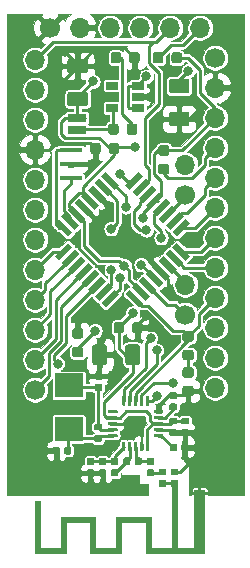
<source format=gbr>
G04 #@! TF.GenerationSoftware,KiCad,Pcbnew,5.1.5+dfsg1-2~bpo9+1*
G04 #@! TF.CreationDate,2020-04-12T14:16:49+02:00*
G04 #@! TF.ProjectId,RF-Arduino-Pro-Mini,52462d41-7264-4756-996e-6f2d50726f2d,rev?*
G04 #@! TF.SameCoordinates,Original*
G04 #@! TF.FileFunction,Copper,L1,Top*
G04 #@! TF.FilePolarity,Positive*
%FSLAX46Y46*%
G04 Gerber Fmt 4.6, Leading zero omitted, Abs format (unit mm)*
G04 Created by KiCad (PCBNEW 5.1.5+dfsg1-2~bpo9+1) date 2020-04-12 14:16:49*
%MOMM*%
%LPD*%
G04 APERTURE LIST*
%ADD10C,0.100000*%
%ADD11R,1.500000X0.700000*%
%ADD12O,1.700000X1.700000*%
%ADD13C,1.700000*%
%ADD14R,1.900000X0.400000*%
%ADD15R,1.060000X0.650000*%
%ADD16R,0.900000X0.500000*%
%ADD17R,0.500000X0.500000*%
%ADD18R,2.400000X2.000000*%
%ADD19C,0.800000*%
%ADD20C,0.400000*%
%ADD21C,0.250000*%
%ADD22C,0.500000*%
G04 APERTURE END LIST*
D10*
G36*
X124933540Y-128267940D02*
G01*
X122933540Y-128267940D01*
X122933540Y-130907940D01*
X120233540Y-130907940D01*
X120233540Y-128267940D01*
X118233540Y-128267940D01*
X118233540Y-130907940D01*
X115533540Y-130907940D01*
X115533540Y-126467940D01*
X116033540Y-126467940D01*
X116033540Y-130407940D01*
X117733540Y-130407940D01*
X117733540Y-127767940D01*
X120733540Y-127767940D01*
X120733540Y-130407940D01*
X122433540Y-130407940D01*
X122433540Y-127767940D01*
X125433540Y-127767940D01*
X125433540Y-130407940D01*
X127133540Y-130407940D01*
X127133540Y-125507940D01*
X127633540Y-125507940D01*
X127633540Y-130407940D01*
X129033540Y-130407940D01*
X129033540Y-125507940D01*
X129933540Y-125507940D01*
X129933540Y-125751155D01*
X129631123Y-125751155D01*
X129621282Y-125703545D01*
X129597214Y-125661143D01*
X129559271Y-125628359D01*
X129551359Y-125624005D01*
X129508696Y-125611897D01*
X129460177Y-125612640D01*
X129414662Y-125625540D01*
X129396051Y-125636153D01*
X129362408Y-125671387D01*
X129341849Y-125716572D01*
X129335318Y-125766098D01*
X129343758Y-125814357D01*
X129360652Y-125846583D01*
X129395912Y-125879253D01*
X129441222Y-125899348D01*
X129490807Y-125905922D01*
X129538893Y-125898032D01*
X129571785Y-125881126D01*
X129606725Y-125844356D01*
X129626387Y-125799562D01*
X129631123Y-125751155D01*
X129933540Y-125751155D01*
X129933540Y-130907940D01*
X124933540Y-130907940D01*
X124933540Y-128267940D01*
G37*
G04 #@! TA.AperFunction,SMDPad,CuDef*
G36*
X127438958Y-121575310D02*
G01*
X127453276Y-121577434D01*
X127467317Y-121580951D01*
X127480946Y-121585828D01*
X127494031Y-121592017D01*
X127506447Y-121599458D01*
X127518073Y-121608081D01*
X127528798Y-121617802D01*
X127538519Y-121628527D01*
X127547142Y-121640153D01*
X127554583Y-121652569D01*
X127560772Y-121665654D01*
X127565649Y-121679283D01*
X127569166Y-121693324D01*
X127571290Y-121707642D01*
X127572000Y-121722100D01*
X127572000Y-122067100D01*
X127571290Y-122081558D01*
X127569166Y-122095876D01*
X127565649Y-122109917D01*
X127560772Y-122123546D01*
X127554583Y-122136631D01*
X127547142Y-122149047D01*
X127538519Y-122160673D01*
X127528798Y-122171398D01*
X127518073Y-122181119D01*
X127506447Y-122189742D01*
X127494031Y-122197183D01*
X127480946Y-122203372D01*
X127467317Y-122208249D01*
X127453276Y-122211766D01*
X127438958Y-122213890D01*
X127424500Y-122214600D01*
X127129500Y-122214600D01*
X127115042Y-122213890D01*
X127100724Y-122211766D01*
X127086683Y-122208249D01*
X127073054Y-122203372D01*
X127059969Y-122197183D01*
X127047553Y-122189742D01*
X127035927Y-122181119D01*
X127025202Y-122171398D01*
X127015481Y-122160673D01*
X127006858Y-122149047D01*
X126999417Y-122136631D01*
X126993228Y-122123546D01*
X126988351Y-122109917D01*
X126984834Y-122095876D01*
X126982710Y-122081558D01*
X126982000Y-122067100D01*
X126982000Y-121722100D01*
X126982710Y-121707642D01*
X126984834Y-121693324D01*
X126988351Y-121679283D01*
X126993228Y-121665654D01*
X126999417Y-121652569D01*
X127006858Y-121640153D01*
X127015481Y-121628527D01*
X127025202Y-121617802D01*
X127035927Y-121608081D01*
X127047553Y-121599458D01*
X127059969Y-121592017D01*
X127073054Y-121585828D01*
X127086683Y-121580951D01*
X127100724Y-121577434D01*
X127115042Y-121575310D01*
X127129500Y-121574600D01*
X127424500Y-121574600D01*
X127438958Y-121575310D01*
G37*
G04 #@! TD.AperFunction*
G04 #@! TA.AperFunction,SMDPad,CuDef*
G36*
X128408958Y-121575310D02*
G01*
X128423276Y-121577434D01*
X128437317Y-121580951D01*
X128450946Y-121585828D01*
X128464031Y-121592017D01*
X128476447Y-121599458D01*
X128488073Y-121608081D01*
X128498798Y-121617802D01*
X128508519Y-121628527D01*
X128517142Y-121640153D01*
X128524583Y-121652569D01*
X128530772Y-121665654D01*
X128535649Y-121679283D01*
X128539166Y-121693324D01*
X128541290Y-121707642D01*
X128542000Y-121722100D01*
X128542000Y-122067100D01*
X128541290Y-122081558D01*
X128539166Y-122095876D01*
X128535649Y-122109917D01*
X128530772Y-122123546D01*
X128524583Y-122136631D01*
X128517142Y-122149047D01*
X128508519Y-122160673D01*
X128498798Y-122171398D01*
X128488073Y-122181119D01*
X128476447Y-122189742D01*
X128464031Y-122197183D01*
X128450946Y-122203372D01*
X128437317Y-122208249D01*
X128423276Y-122211766D01*
X128408958Y-122213890D01*
X128394500Y-122214600D01*
X128099500Y-122214600D01*
X128085042Y-122213890D01*
X128070724Y-122211766D01*
X128056683Y-122208249D01*
X128043054Y-122203372D01*
X128029969Y-122197183D01*
X128017553Y-122189742D01*
X128005927Y-122181119D01*
X127995202Y-122171398D01*
X127985481Y-122160673D01*
X127976858Y-122149047D01*
X127969417Y-122136631D01*
X127963228Y-122123546D01*
X127958351Y-122109917D01*
X127954834Y-122095876D01*
X127952710Y-122081558D01*
X127952000Y-122067100D01*
X127952000Y-121722100D01*
X127952710Y-121707642D01*
X127954834Y-121693324D01*
X127958351Y-121679283D01*
X127963228Y-121665654D01*
X127969417Y-121652569D01*
X127976858Y-121640153D01*
X127985481Y-121628527D01*
X127995202Y-121617802D01*
X128005927Y-121608081D01*
X128017553Y-121599458D01*
X128029969Y-121592017D01*
X128043054Y-121585828D01*
X128056683Y-121580951D01*
X128070724Y-121577434D01*
X128085042Y-121575310D01*
X128099500Y-121574600D01*
X128394500Y-121574600D01*
X128408958Y-121575310D01*
G37*
G04 #@! TD.AperFunction*
G04 #@! TA.AperFunction,SMDPad,CuDef*
G36*
X125147626Y-117538301D02*
G01*
X125153693Y-117539201D01*
X125159643Y-117540691D01*
X125165418Y-117542758D01*
X125170962Y-117545380D01*
X125176223Y-117548533D01*
X125181150Y-117552187D01*
X125185694Y-117556306D01*
X125189813Y-117560850D01*
X125193467Y-117565777D01*
X125196620Y-117571038D01*
X125199242Y-117576582D01*
X125201309Y-117582357D01*
X125202799Y-117588307D01*
X125203699Y-117594374D01*
X125204000Y-117600500D01*
X125204000Y-118300500D01*
X125203699Y-118306626D01*
X125202799Y-118312693D01*
X125201309Y-118318643D01*
X125199242Y-118324418D01*
X125196620Y-118329962D01*
X125193467Y-118335223D01*
X125189813Y-118340150D01*
X125185694Y-118344694D01*
X125181150Y-118348813D01*
X125176223Y-118352467D01*
X125170962Y-118355620D01*
X125165418Y-118358242D01*
X125159643Y-118360309D01*
X125153693Y-118361799D01*
X125147626Y-118362699D01*
X125141500Y-118363000D01*
X125016500Y-118363000D01*
X125010374Y-118362699D01*
X125004307Y-118361799D01*
X124998357Y-118360309D01*
X124992582Y-118358242D01*
X124987038Y-118355620D01*
X124981777Y-118352467D01*
X124976850Y-118348813D01*
X124972306Y-118344694D01*
X124968187Y-118340150D01*
X124964533Y-118335223D01*
X124961380Y-118329962D01*
X124958758Y-118324418D01*
X124956691Y-118318643D01*
X124955201Y-118312693D01*
X124954301Y-118306626D01*
X124954000Y-118300500D01*
X124954000Y-117600500D01*
X124954301Y-117594374D01*
X124955201Y-117588307D01*
X124956691Y-117582357D01*
X124958758Y-117576582D01*
X124961380Y-117571038D01*
X124964533Y-117565777D01*
X124968187Y-117560850D01*
X124972306Y-117556306D01*
X124976850Y-117552187D01*
X124981777Y-117548533D01*
X124987038Y-117545380D01*
X124992582Y-117542758D01*
X124998357Y-117540691D01*
X125004307Y-117539201D01*
X125010374Y-117538301D01*
X125016500Y-117538000D01*
X125141500Y-117538000D01*
X125147626Y-117538301D01*
G37*
G04 #@! TD.AperFunction*
G04 #@! TA.AperFunction,SMDPad,CuDef*
G36*
X124647626Y-117538301D02*
G01*
X124653693Y-117539201D01*
X124659643Y-117540691D01*
X124665418Y-117542758D01*
X124670962Y-117545380D01*
X124676223Y-117548533D01*
X124681150Y-117552187D01*
X124685694Y-117556306D01*
X124689813Y-117560850D01*
X124693467Y-117565777D01*
X124696620Y-117571038D01*
X124699242Y-117576582D01*
X124701309Y-117582357D01*
X124702799Y-117588307D01*
X124703699Y-117594374D01*
X124704000Y-117600500D01*
X124704000Y-118300500D01*
X124703699Y-118306626D01*
X124702799Y-118312693D01*
X124701309Y-118318643D01*
X124699242Y-118324418D01*
X124696620Y-118329962D01*
X124693467Y-118335223D01*
X124689813Y-118340150D01*
X124685694Y-118344694D01*
X124681150Y-118348813D01*
X124676223Y-118352467D01*
X124670962Y-118355620D01*
X124665418Y-118358242D01*
X124659643Y-118360309D01*
X124653693Y-118361799D01*
X124647626Y-118362699D01*
X124641500Y-118363000D01*
X124516500Y-118363000D01*
X124510374Y-118362699D01*
X124504307Y-118361799D01*
X124498357Y-118360309D01*
X124492582Y-118358242D01*
X124487038Y-118355620D01*
X124481777Y-118352467D01*
X124476850Y-118348813D01*
X124472306Y-118344694D01*
X124468187Y-118340150D01*
X124464533Y-118335223D01*
X124461380Y-118329962D01*
X124458758Y-118324418D01*
X124456691Y-118318643D01*
X124455201Y-118312693D01*
X124454301Y-118306626D01*
X124454000Y-118300500D01*
X124454000Y-117600500D01*
X124454301Y-117594374D01*
X124455201Y-117588307D01*
X124456691Y-117582357D01*
X124458758Y-117576582D01*
X124461380Y-117571038D01*
X124464533Y-117565777D01*
X124468187Y-117560850D01*
X124472306Y-117556306D01*
X124476850Y-117552187D01*
X124481777Y-117548533D01*
X124487038Y-117545380D01*
X124492582Y-117542758D01*
X124498357Y-117540691D01*
X124504307Y-117539201D01*
X124510374Y-117538301D01*
X124516500Y-117538000D01*
X124641500Y-117538000D01*
X124647626Y-117538301D01*
G37*
G04 #@! TD.AperFunction*
G04 #@! TA.AperFunction,SMDPad,CuDef*
G36*
X124147626Y-117538301D02*
G01*
X124153693Y-117539201D01*
X124159643Y-117540691D01*
X124165418Y-117542758D01*
X124170962Y-117545380D01*
X124176223Y-117548533D01*
X124181150Y-117552187D01*
X124185694Y-117556306D01*
X124189813Y-117560850D01*
X124193467Y-117565777D01*
X124196620Y-117571038D01*
X124199242Y-117576582D01*
X124201309Y-117582357D01*
X124202799Y-117588307D01*
X124203699Y-117594374D01*
X124204000Y-117600500D01*
X124204000Y-118300500D01*
X124203699Y-118306626D01*
X124202799Y-118312693D01*
X124201309Y-118318643D01*
X124199242Y-118324418D01*
X124196620Y-118329962D01*
X124193467Y-118335223D01*
X124189813Y-118340150D01*
X124185694Y-118344694D01*
X124181150Y-118348813D01*
X124176223Y-118352467D01*
X124170962Y-118355620D01*
X124165418Y-118358242D01*
X124159643Y-118360309D01*
X124153693Y-118361799D01*
X124147626Y-118362699D01*
X124141500Y-118363000D01*
X124016500Y-118363000D01*
X124010374Y-118362699D01*
X124004307Y-118361799D01*
X123998357Y-118360309D01*
X123992582Y-118358242D01*
X123987038Y-118355620D01*
X123981777Y-118352467D01*
X123976850Y-118348813D01*
X123972306Y-118344694D01*
X123968187Y-118340150D01*
X123964533Y-118335223D01*
X123961380Y-118329962D01*
X123958758Y-118324418D01*
X123956691Y-118318643D01*
X123955201Y-118312693D01*
X123954301Y-118306626D01*
X123954000Y-118300500D01*
X123954000Y-117600500D01*
X123954301Y-117594374D01*
X123955201Y-117588307D01*
X123956691Y-117582357D01*
X123958758Y-117576582D01*
X123961380Y-117571038D01*
X123964533Y-117565777D01*
X123968187Y-117560850D01*
X123972306Y-117556306D01*
X123976850Y-117552187D01*
X123981777Y-117548533D01*
X123987038Y-117545380D01*
X123992582Y-117542758D01*
X123998357Y-117540691D01*
X124004307Y-117539201D01*
X124010374Y-117538301D01*
X124016500Y-117538000D01*
X124141500Y-117538000D01*
X124147626Y-117538301D01*
G37*
G04 #@! TD.AperFunction*
G04 #@! TA.AperFunction,SMDPad,CuDef*
G36*
X123647626Y-117538301D02*
G01*
X123653693Y-117539201D01*
X123659643Y-117540691D01*
X123665418Y-117542758D01*
X123670962Y-117545380D01*
X123676223Y-117548533D01*
X123681150Y-117552187D01*
X123685694Y-117556306D01*
X123689813Y-117560850D01*
X123693467Y-117565777D01*
X123696620Y-117571038D01*
X123699242Y-117576582D01*
X123701309Y-117582357D01*
X123702799Y-117588307D01*
X123703699Y-117594374D01*
X123704000Y-117600500D01*
X123704000Y-118300500D01*
X123703699Y-118306626D01*
X123702799Y-118312693D01*
X123701309Y-118318643D01*
X123699242Y-118324418D01*
X123696620Y-118329962D01*
X123693467Y-118335223D01*
X123689813Y-118340150D01*
X123685694Y-118344694D01*
X123681150Y-118348813D01*
X123676223Y-118352467D01*
X123670962Y-118355620D01*
X123665418Y-118358242D01*
X123659643Y-118360309D01*
X123653693Y-118361799D01*
X123647626Y-118362699D01*
X123641500Y-118363000D01*
X123516500Y-118363000D01*
X123510374Y-118362699D01*
X123504307Y-118361799D01*
X123498357Y-118360309D01*
X123492582Y-118358242D01*
X123487038Y-118355620D01*
X123481777Y-118352467D01*
X123476850Y-118348813D01*
X123472306Y-118344694D01*
X123468187Y-118340150D01*
X123464533Y-118335223D01*
X123461380Y-118329962D01*
X123458758Y-118324418D01*
X123456691Y-118318643D01*
X123455201Y-118312693D01*
X123454301Y-118306626D01*
X123454000Y-118300500D01*
X123454000Y-117600500D01*
X123454301Y-117594374D01*
X123455201Y-117588307D01*
X123456691Y-117582357D01*
X123458758Y-117576582D01*
X123461380Y-117571038D01*
X123464533Y-117565777D01*
X123468187Y-117560850D01*
X123472306Y-117556306D01*
X123476850Y-117552187D01*
X123481777Y-117548533D01*
X123487038Y-117545380D01*
X123492582Y-117542758D01*
X123498357Y-117540691D01*
X123504307Y-117539201D01*
X123510374Y-117538301D01*
X123516500Y-117538000D01*
X123641500Y-117538000D01*
X123647626Y-117538301D01*
G37*
G04 #@! TD.AperFunction*
G04 #@! TA.AperFunction,SMDPad,CuDef*
G36*
X123147626Y-117538301D02*
G01*
X123153693Y-117539201D01*
X123159643Y-117540691D01*
X123165418Y-117542758D01*
X123170962Y-117545380D01*
X123176223Y-117548533D01*
X123181150Y-117552187D01*
X123185694Y-117556306D01*
X123189813Y-117560850D01*
X123193467Y-117565777D01*
X123196620Y-117571038D01*
X123199242Y-117576582D01*
X123201309Y-117582357D01*
X123202799Y-117588307D01*
X123203699Y-117594374D01*
X123204000Y-117600500D01*
X123204000Y-118300500D01*
X123203699Y-118306626D01*
X123202799Y-118312693D01*
X123201309Y-118318643D01*
X123199242Y-118324418D01*
X123196620Y-118329962D01*
X123193467Y-118335223D01*
X123189813Y-118340150D01*
X123185694Y-118344694D01*
X123181150Y-118348813D01*
X123176223Y-118352467D01*
X123170962Y-118355620D01*
X123165418Y-118358242D01*
X123159643Y-118360309D01*
X123153693Y-118361799D01*
X123147626Y-118362699D01*
X123141500Y-118363000D01*
X123016500Y-118363000D01*
X123010374Y-118362699D01*
X123004307Y-118361799D01*
X122998357Y-118360309D01*
X122992582Y-118358242D01*
X122987038Y-118355620D01*
X122981777Y-118352467D01*
X122976850Y-118348813D01*
X122972306Y-118344694D01*
X122968187Y-118340150D01*
X122964533Y-118335223D01*
X122961380Y-118329962D01*
X122958758Y-118324418D01*
X122956691Y-118318643D01*
X122955201Y-118312693D01*
X122954301Y-118306626D01*
X122954000Y-118300500D01*
X122954000Y-117600500D01*
X122954301Y-117594374D01*
X122955201Y-117588307D01*
X122956691Y-117582357D01*
X122958758Y-117576582D01*
X122961380Y-117571038D01*
X122964533Y-117565777D01*
X122968187Y-117560850D01*
X122972306Y-117556306D01*
X122976850Y-117552187D01*
X122981777Y-117548533D01*
X122987038Y-117545380D01*
X122992582Y-117542758D01*
X122998357Y-117540691D01*
X123004307Y-117539201D01*
X123010374Y-117538301D01*
X123016500Y-117538000D01*
X123141500Y-117538000D01*
X123147626Y-117538301D01*
G37*
G04 #@! TD.AperFunction*
G04 #@! TA.AperFunction,SMDPad,CuDef*
G36*
X122497626Y-118763301D02*
G01*
X122503693Y-118764201D01*
X122509643Y-118765691D01*
X122515418Y-118767758D01*
X122520962Y-118770380D01*
X122526223Y-118773533D01*
X122531150Y-118777187D01*
X122535694Y-118781306D01*
X122539813Y-118785850D01*
X122543467Y-118790777D01*
X122546620Y-118796038D01*
X122549242Y-118801582D01*
X122551309Y-118807357D01*
X122552799Y-118813307D01*
X122553699Y-118819374D01*
X122554000Y-118825500D01*
X122554000Y-118950500D01*
X122553699Y-118956626D01*
X122552799Y-118962693D01*
X122551309Y-118968643D01*
X122549242Y-118974418D01*
X122546620Y-118979962D01*
X122543467Y-118985223D01*
X122539813Y-118990150D01*
X122535694Y-118994694D01*
X122531150Y-118998813D01*
X122526223Y-119002467D01*
X122520962Y-119005620D01*
X122515418Y-119008242D01*
X122509643Y-119010309D01*
X122503693Y-119011799D01*
X122497626Y-119012699D01*
X122491500Y-119013000D01*
X121791500Y-119013000D01*
X121785374Y-119012699D01*
X121779307Y-119011799D01*
X121773357Y-119010309D01*
X121767582Y-119008242D01*
X121762038Y-119005620D01*
X121756777Y-119002467D01*
X121751850Y-118998813D01*
X121747306Y-118994694D01*
X121743187Y-118990150D01*
X121739533Y-118985223D01*
X121736380Y-118979962D01*
X121733758Y-118974418D01*
X121731691Y-118968643D01*
X121730201Y-118962693D01*
X121729301Y-118956626D01*
X121729000Y-118950500D01*
X121729000Y-118825500D01*
X121729301Y-118819374D01*
X121730201Y-118813307D01*
X121731691Y-118807357D01*
X121733758Y-118801582D01*
X121736380Y-118796038D01*
X121739533Y-118790777D01*
X121743187Y-118785850D01*
X121747306Y-118781306D01*
X121751850Y-118777187D01*
X121756777Y-118773533D01*
X121762038Y-118770380D01*
X121767582Y-118767758D01*
X121773357Y-118765691D01*
X121779307Y-118764201D01*
X121785374Y-118763301D01*
X121791500Y-118763000D01*
X122491500Y-118763000D01*
X122497626Y-118763301D01*
G37*
G04 #@! TD.AperFunction*
G04 #@! TA.AperFunction,SMDPad,CuDef*
G36*
X122497626Y-119263301D02*
G01*
X122503693Y-119264201D01*
X122509643Y-119265691D01*
X122515418Y-119267758D01*
X122520962Y-119270380D01*
X122526223Y-119273533D01*
X122531150Y-119277187D01*
X122535694Y-119281306D01*
X122539813Y-119285850D01*
X122543467Y-119290777D01*
X122546620Y-119296038D01*
X122549242Y-119301582D01*
X122551309Y-119307357D01*
X122552799Y-119313307D01*
X122553699Y-119319374D01*
X122554000Y-119325500D01*
X122554000Y-119450500D01*
X122553699Y-119456626D01*
X122552799Y-119462693D01*
X122551309Y-119468643D01*
X122549242Y-119474418D01*
X122546620Y-119479962D01*
X122543467Y-119485223D01*
X122539813Y-119490150D01*
X122535694Y-119494694D01*
X122531150Y-119498813D01*
X122526223Y-119502467D01*
X122520962Y-119505620D01*
X122515418Y-119508242D01*
X122509643Y-119510309D01*
X122503693Y-119511799D01*
X122497626Y-119512699D01*
X122491500Y-119513000D01*
X121791500Y-119513000D01*
X121785374Y-119512699D01*
X121779307Y-119511799D01*
X121773357Y-119510309D01*
X121767582Y-119508242D01*
X121762038Y-119505620D01*
X121756777Y-119502467D01*
X121751850Y-119498813D01*
X121747306Y-119494694D01*
X121743187Y-119490150D01*
X121739533Y-119485223D01*
X121736380Y-119479962D01*
X121733758Y-119474418D01*
X121731691Y-119468643D01*
X121730201Y-119462693D01*
X121729301Y-119456626D01*
X121729000Y-119450500D01*
X121729000Y-119325500D01*
X121729301Y-119319374D01*
X121730201Y-119313307D01*
X121731691Y-119307357D01*
X121733758Y-119301582D01*
X121736380Y-119296038D01*
X121739533Y-119290777D01*
X121743187Y-119285850D01*
X121747306Y-119281306D01*
X121751850Y-119277187D01*
X121756777Y-119273533D01*
X121762038Y-119270380D01*
X121767582Y-119267758D01*
X121773357Y-119265691D01*
X121779307Y-119264201D01*
X121785374Y-119263301D01*
X121791500Y-119263000D01*
X122491500Y-119263000D01*
X122497626Y-119263301D01*
G37*
G04 #@! TD.AperFunction*
G04 #@! TA.AperFunction,SMDPad,CuDef*
G36*
X122497626Y-119763301D02*
G01*
X122503693Y-119764201D01*
X122509643Y-119765691D01*
X122515418Y-119767758D01*
X122520962Y-119770380D01*
X122526223Y-119773533D01*
X122531150Y-119777187D01*
X122535694Y-119781306D01*
X122539813Y-119785850D01*
X122543467Y-119790777D01*
X122546620Y-119796038D01*
X122549242Y-119801582D01*
X122551309Y-119807357D01*
X122552799Y-119813307D01*
X122553699Y-119819374D01*
X122554000Y-119825500D01*
X122554000Y-119950500D01*
X122553699Y-119956626D01*
X122552799Y-119962693D01*
X122551309Y-119968643D01*
X122549242Y-119974418D01*
X122546620Y-119979962D01*
X122543467Y-119985223D01*
X122539813Y-119990150D01*
X122535694Y-119994694D01*
X122531150Y-119998813D01*
X122526223Y-120002467D01*
X122520962Y-120005620D01*
X122515418Y-120008242D01*
X122509643Y-120010309D01*
X122503693Y-120011799D01*
X122497626Y-120012699D01*
X122491500Y-120013000D01*
X121791500Y-120013000D01*
X121785374Y-120012699D01*
X121779307Y-120011799D01*
X121773357Y-120010309D01*
X121767582Y-120008242D01*
X121762038Y-120005620D01*
X121756777Y-120002467D01*
X121751850Y-119998813D01*
X121747306Y-119994694D01*
X121743187Y-119990150D01*
X121739533Y-119985223D01*
X121736380Y-119979962D01*
X121733758Y-119974418D01*
X121731691Y-119968643D01*
X121730201Y-119962693D01*
X121729301Y-119956626D01*
X121729000Y-119950500D01*
X121729000Y-119825500D01*
X121729301Y-119819374D01*
X121730201Y-119813307D01*
X121731691Y-119807357D01*
X121733758Y-119801582D01*
X121736380Y-119796038D01*
X121739533Y-119790777D01*
X121743187Y-119785850D01*
X121747306Y-119781306D01*
X121751850Y-119777187D01*
X121756777Y-119773533D01*
X121762038Y-119770380D01*
X121767582Y-119767758D01*
X121773357Y-119765691D01*
X121779307Y-119764201D01*
X121785374Y-119763301D01*
X121791500Y-119763000D01*
X122491500Y-119763000D01*
X122497626Y-119763301D01*
G37*
G04 #@! TD.AperFunction*
G04 #@! TA.AperFunction,SMDPad,CuDef*
G36*
X122497626Y-120263301D02*
G01*
X122503693Y-120264201D01*
X122509643Y-120265691D01*
X122515418Y-120267758D01*
X122520962Y-120270380D01*
X122526223Y-120273533D01*
X122531150Y-120277187D01*
X122535694Y-120281306D01*
X122539813Y-120285850D01*
X122543467Y-120290777D01*
X122546620Y-120296038D01*
X122549242Y-120301582D01*
X122551309Y-120307357D01*
X122552799Y-120313307D01*
X122553699Y-120319374D01*
X122554000Y-120325500D01*
X122554000Y-120450500D01*
X122553699Y-120456626D01*
X122552799Y-120462693D01*
X122551309Y-120468643D01*
X122549242Y-120474418D01*
X122546620Y-120479962D01*
X122543467Y-120485223D01*
X122539813Y-120490150D01*
X122535694Y-120494694D01*
X122531150Y-120498813D01*
X122526223Y-120502467D01*
X122520962Y-120505620D01*
X122515418Y-120508242D01*
X122509643Y-120510309D01*
X122503693Y-120511799D01*
X122497626Y-120512699D01*
X122491500Y-120513000D01*
X121791500Y-120513000D01*
X121785374Y-120512699D01*
X121779307Y-120511799D01*
X121773357Y-120510309D01*
X121767582Y-120508242D01*
X121762038Y-120505620D01*
X121756777Y-120502467D01*
X121751850Y-120498813D01*
X121747306Y-120494694D01*
X121743187Y-120490150D01*
X121739533Y-120485223D01*
X121736380Y-120479962D01*
X121733758Y-120474418D01*
X121731691Y-120468643D01*
X121730201Y-120462693D01*
X121729301Y-120456626D01*
X121729000Y-120450500D01*
X121729000Y-120325500D01*
X121729301Y-120319374D01*
X121730201Y-120313307D01*
X121731691Y-120307357D01*
X121733758Y-120301582D01*
X121736380Y-120296038D01*
X121739533Y-120290777D01*
X121743187Y-120285850D01*
X121747306Y-120281306D01*
X121751850Y-120277187D01*
X121756777Y-120273533D01*
X121762038Y-120270380D01*
X121767582Y-120267758D01*
X121773357Y-120265691D01*
X121779307Y-120264201D01*
X121785374Y-120263301D01*
X121791500Y-120263000D01*
X122491500Y-120263000D01*
X122497626Y-120263301D01*
G37*
G04 #@! TD.AperFunction*
G04 #@! TA.AperFunction,SMDPad,CuDef*
G36*
X122497626Y-120763301D02*
G01*
X122503693Y-120764201D01*
X122509643Y-120765691D01*
X122515418Y-120767758D01*
X122520962Y-120770380D01*
X122526223Y-120773533D01*
X122531150Y-120777187D01*
X122535694Y-120781306D01*
X122539813Y-120785850D01*
X122543467Y-120790777D01*
X122546620Y-120796038D01*
X122549242Y-120801582D01*
X122551309Y-120807357D01*
X122552799Y-120813307D01*
X122553699Y-120819374D01*
X122554000Y-120825500D01*
X122554000Y-120950500D01*
X122553699Y-120956626D01*
X122552799Y-120962693D01*
X122551309Y-120968643D01*
X122549242Y-120974418D01*
X122546620Y-120979962D01*
X122543467Y-120985223D01*
X122539813Y-120990150D01*
X122535694Y-120994694D01*
X122531150Y-120998813D01*
X122526223Y-121002467D01*
X122520962Y-121005620D01*
X122515418Y-121008242D01*
X122509643Y-121010309D01*
X122503693Y-121011799D01*
X122497626Y-121012699D01*
X122491500Y-121013000D01*
X121791500Y-121013000D01*
X121785374Y-121012699D01*
X121779307Y-121011799D01*
X121773357Y-121010309D01*
X121767582Y-121008242D01*
X121762038Y-121005620D01*
X121756777Y-121002467D01*
X121751850Y-120998813D01*
X121747306Y-120994694D01*
X121743187Y-120990150D01*
X121739533Y-120985223D01*
X121736380Y-120979962D01*
X121733758Y-120974418D01*
X121731691Y-120968643D01*
X121730201Y-120962693D01*
X121729301Y-120956626D01*
X121729000Y-120950500D01*
X121729000Y-120825500D01*
X121729301Y-120819374D01*
X121730201Y-120813307D01*
X121731691Y-120807357D01*
X121733758Y-120801582D01*
X121736380Y-120796038D01*
X121739533Y-120790777D01*
X121743187Y-120785850D01*
X121747306Y-120781306D01*
X121751850Y-120777187D01*
X121756777Y-120773533D01*
X121762038Y-120770380D01*
X121767582Y-120767758D01*
X121773357Y-120765691D01*
X121779307Y-120764201D01*
X121785374Y-120763301D01*
X121791500Y-120763000D01*
X122491500Y-120763000D01*
X122497626Y-120763301D01*
G37*
G04 #@! TD.AperFunction*
G04 #@! TA.AperFunction,SMDPad,CuDef*
G36*
X123147626Y-121413301D02*
G01*
X123153693Y-121414201D01*
X123159643Y-121415691D01*
X123165418Y-121417758D01*
X123170962Y-121420380D01*
X123176223Y-121423533D01*
X123181150Y-121427187D01*
X123185694Y-121431306D01*
X123189813Y-121435850D01*
X123193467Y-121440777D01*
X123196620Y-121446038D01*
X123199242Y-121451582D01*
X123201309Y-121457357D01*
X123202799Y-121463307D01*
X123203699Y-121469374D01*
X123204000Y-121475500D01*
X123204000Y-122175500D01*
X123203699Y-122181626D01*
X123202799Y-122187693D01*
X123201309Y-122193643D01*
X123199242Y-122199418D01*
X123196620Y-122204962D01*
X123193467Y-122210223D01*
X123189813Y-122215150D01*
X123185694Y-122219694D01*
X123181150Y-122223813D01*
X123176223Y-122227467D01*
X123170962Y-122230620D01*
X123165418Y-122233242D01*
X123159643Y-122235309D01*
X123153693Y-122236799D01*
X123147626Y-122237699D01*
X123141500Y-122238000D01*
X123016500Y-122238000D01*
X123010374Y-122237699D01*
X123004307Y-122236799D01*
X122998357Y-122235309D01*
X122992582Y-122233242D01*
X122987038Y-122230620D01*
X122981777Y-122227467D01*
X122976850Y-122223813D01*
X122972306Y-122219694D01*
X122968187Y-122215150D01*
X122964533Y-122210223D01*
X122961380Y-122204962D01*
X122958758Y-122199418D01*
X122956691Y-122193643D01*
X122955201Y-122187693D01*
X122954301Y-122181626D01*
X122954000Y-122175500D01*
X122954000Y-121475500D01*
X122954301Y-121469374D01*
X122955201Y-121463307D01*
X122956691Y-121457357D01*
X122958758Y-121451582D01*
X122961380Y-121446038D01*
X122964533Y-121440777D01*
X122968187Y-121435850D01*
X122972306Y-121431306D01*
X122976850Y-121427187D01*
X122981777Y-121423533D01*
X122987038Y-121420380D01*
X122992582Y-121417758D01*
X122998357Y-121415691D01*
X123004307Y-121414201D01*
X123010374Y-121413301D01*
X123016500Y-121413000D01*
X123141500Y-121413000D01*
X123147626Y-121413301D01*
G37*
G04 #@! TD.AperFunction*
G04 #@! TA.AperFunction,SMDPad,CuDef*
G36*
X123647626Y-121413301D02*
G01*
X123653693Y-121414201D01*
X123659643Y-121415691D01*
X123665418Y-121417758D01*
X123670962Y-121420380D01*
X123676223Y-121423533D01*
X123681150Y-121427187D01*
X123685694Y-121431306D01*
X123689813Y-121435850D01*
X123693467Y-121440777D01*
X123696620Y-121446038D01*
X123699242Y-121451582D01*
X123701309Y-121457357D01*
X123702799Y-121463307D01*
X123703699Y-121469374D01*
X123704000Y-121475500D01*
X123704000Y-122175500D01*
X123703699Y-122181626D01*
X123702799Y-122187693D01*
X123701309Y-122193643D01*
X123699242Y-122199418D01*
X123696620Y-122204962D01*
X123693467Y-122210223D01*
X123689813Y-122215150D01*
X123685694Y-122219694D01*
X123681150Y-122223813D01*
X123676223Y-122227467D01*
X123670962Y-122230620D01*
X123665418Y-122233242D01*
X123659643Y-122235309D01*
X123653693Y-122236799D01*
X123647626Y-122237699D01*
X123641500Y-122238000D01*
X123516500Y-122238000D01*
X123510374Y-122237699D01*
X123504307Y-122236799D01*
X123498357Y-122235309D01*
X123492582Y-122233242D01*
X123487038Y-122230620D01*
X123481777Y-122227467D01*
X123476850Y-122223813D01*
X123472306Y-122219694D01*
X123468187Y-122215150D01*
X123464533Y-122210223D01*
X123461380Y-122204962D01*
X123458758Y-122199418D01*
X123456691Y-122193643D01*
X123455201Y-122187693D01*
X123454301Y-122181626D01*
X123454000Y-122175500D01*
X123454000Y-121475500D01*
X123454301Y-121469374D01*
X123455201Y-121463307D01*
X123456691Y-121457357D01*
X123458758Y-121451582D01*
X123461380Y-121446038D01*
X123464533Y-121440777D01*
X123468187Y-121435850D01*
X123472306Y-121431306D01*
X123476850Y-121427187D01*
X123481777Y-121423533D01*
X123487038Y-121420380D01*
X123492582Y-121417758D01*
X123498357Y-121415691D01*
X123504307Y-121414201D01*
X123510374Y-121413301D01*
X123516500Y-121413000D01*
X123641500Y-121413000D01*
X123647626Y-121413301D01*
G37*
G04 #@! TD.AperFunction*
G04 #@! TA.AperFunction,SMDPad,CuDef*
G36*
X124147626Y-121413301D02*
G01*
X124153693Y-121414201D01*
X124159643Y-121415691D01*
X124165418Y-121417758D01*
X124170962Y-121420380D01*
X124176223Y-121423533D01*
X124181150Y-121427187D01*
X124185694Y-121431306D01*
X124189813Y-121435850D01*
X124193467Y-121440777D01*
X124196620Y-121446038D01*
X124199242Y-121451582D01*
X124201309Y-121457357D01*
X124202799Y-121463307D01*
X124203699Y-121469374D01*
X124204000Y-121475500D01*
X124204000Y-122175500D01*
X124203699Y-122181626D01*
X124202799Y-122187693D01*
X124201309Y-122193643D01*
X124199242Y-122199418D01*
X124196620Y-122204962D01*
X124193467Y-122210223D01*
X124189813Y-122215150D01*
X124185694Y-122219694D01*
X124181150Y-122223813D01*
X124176223Y-122227467D01*
X124170962Y-122230620D01*
X124165418Y-122233242D01*
X124159643Y-122235309D01*
X124153693Y-122236799D01*
X124147626Y-122237699D01*
X124141500Y-122238000D01*
X124016500Y-122238000D01*
X124010374Y-122237699D01*
X124004307Y-122236799D01*
X123998357Y-122235309D01*
X123992582Y-122233242D01*
X123987038Y-122230620D01*
X123981777Y-122227467D01*
X123976850Y-122223813D01*
X123972306Y-122219694D01*
X123968187Y-122215150D01*
X123964533Y-122210223D01*
X123961380Y-122204962D01*
X123958758Y-122199418D01*
X123956691Y-122193643D01*
X123955201Y-122187693D01*
X123954301Y-122181626D01*
X123954000Y-122175500D01*
X123954000Y-121475500D01*
X123954301Y-121469374D01*
X123955201Y-121463307D01*
X123956691Y-121457357D01*
X123958758Y-121451582D01*
X123961380Y-121446038D01*
X123964533Y-121440777D01*
X123968187Y-121435850D01*
X123972306Y-121431306D01*
X123976850Y-121427187D01*
X123981777Y-121423533D01*
X123987038Y-121420380D01*
X123992582Y-121417758D01*
X123998357Y-121415691D01*
X124004307Y-121414201D01*
X124010374Y-121413301D01*
X124016500Y-121413000D01*
X124141500Y-121413000D01*
X124147626Y-121413301D01*
G37*
G04 #@! TD.AperFunction*
G04 #@! TA.AperFunction,SMDPad,CuDef*
G36*
X124647626Y-121413301D02*
G01*
X124653693Y-121414201D01*
X124659643Y-121415691D01*
X124665418Y-121417758D01*
X124670962Y-121420380D01*
X124676223Y-121423533D01*
X124681150Y-121427187D01*
X124685694Y-121431306D01*
X124689813Y-121435850D01*
X124693467Y-121440777D01*
X124696620Y-121446038D01*
X124699242Y-121451582D01*
X124701309Y-121457357D01*
X124702799Y-121463307D01*
X124703699Y-121469374D01*
X124704000Y-121475500D01*
X124704000Y-122175500D01*
X124703699Y-122181626D01*
X124702799Y-122187693D01*
X124701309Y-122193643D01*
X124699242Y-122199418D01*
X124696620Y-122204962D01*
X124693467Y-122210223D01*
X124689813Y-122215150D01*
X124685694Y-122219694D01*
X124681150Y-122223813D01*
X124676223Y-122227467D01*
X124670962Y-122230620D01*
X124665418Y-122233242D01*
X124659643Y-122235309D01*
X124653693Y-122236799D01*
X124647626Y-122237699D01*
X124641500Y-122238000D01*
X124516500Y-122238000D01*
X124510374Y-122237699D01*
X124504307Y-122236799D01*
X124498357Y-122235309D01*
X124492582Y-122233242D01*
X124487038Y-122230620D01*
X124481777Y-122227467D01*
X124476850Y-122223813D01*
X124472306Y-122219694D01*
X124468187Y-122215150D01*
X124464533Y-122210223D01*
X124461380Y-122204962D01*
X124458758Y-122199418D01*
X124456691Y-122193643D01*
X124455201Y-122187693D01*
X124454301Y-122181626D01*
X124454000Y-122175500D01*
X124454000Y-121475500D01*
X124454301Y-121469374D01*
X124455201Y-121463307D01*
X124456691Y-121457357D01*
X124458758Y-121451582D01*
X124461380Y-121446038D01*
X124464533Y-121440777D01*
X124468187Y-121435850D01*
X124472306Y-121431306D01*
X124476850Y-121427187D01*
X124481777Y-121423533D01*
X124487038Y-121420380D01*
X124492582Y-121417758D01*
X124498357Y-121415691D01*
X124504307Y-121414201D01*
X124510374Y-121413301D01*
X124516500Y-121413000D01*
X124641500Y-121413000D01*
X124647626Y-121413301D01*
G37*
G04 #@! TD.AperFunction*
G04 #@! TA.AperFunction,SMDPad,CuDef*
G36*
X125147626Y-121413301D02*
G01*
X125153693Y-121414201D01*
X125159643Y-121415691D01*
X125165418Y-121417758D01*
X125170962Y-121420380D01*
X125176223Y-121423533D01*
X125181150Y-121427187D01*
X125185694Y-121431306D01*
X125189813Y-121435850D01*
X125193467Y-121440777D01*
X125196620Y-121446038D01*
X125199242Y-121451582D01*
X125201309Y-121457357D01*
X125202799Y-121463307D01*
X125203699Y-121469374D01*
X125204000Y-121475500D01*
X125204000Y-122175500D01*
X125203699Y-122181626D01*
X125202799Y-122187693D01*
X125201309Y-122193643D01*
X125199242Y-122199418D01*
X125196620Y-122204962D01*
X125193467Y-122210223D01*
X125189813Y-122215150D01*
X125185694Y-122219694D01*
X125181150Y-122223813D01*
X125176223Y-122227467D01*
X125170962Y-122230620D01*
X125165418Y-122233242D01*
X125159643Y-122235309D01*
X125153693Y-122236799D01*
X125147626Y-122237699D01*
X125141500Y-122238000D01*
X125016500Y-122238000D01*
X125010374Y-122237699D01*
X125004307Y-122236799D01*
X124998357Y-122235309D01*
X124992582Y-122233242D01*
X124987038Y-122230620D01*
X124981777Y-122227467D01*
X124976850Y-122223813D01*
X124972306Y-122219694D01*
X124968187Y-122215150D01*
X124964533Y-122210223D01*
X124961380Y-122204962D01*
X124958758Y-122199418D01*
X124956691Y-122193643D01*
X124955201Y-122187693D01*
X124954301Y-122181626D01*
X124954000Y-122175500D01*
X124954000Y-121475500D01*
X124954301Y-121469374D01*
X124955201Y-121463307D01*
X124956691Y-121457357D01*
X124958758Y-121451582D01*
X124961380Y-121446038D01*
X124964533Y-121440777D01*
X124968187Y-121435850D01*
X124972306Y-121431306D01*
X124976850Y-121427187D01*
X124981777Y-121423533D01*
X124987038Y-121420380D01*
X124992582Y-121417758D01*
X124998357Y-121415691D01*
X125004307Y-121414201D01*
X125010374Y-121413301D01*
X125016500Y-121413000D01*
X125141500Y-121413000D01*
X125147626Y-121413301D01*
G37*
G04 #@! TD.AperFunction*
G04 #@! TA.AperFunction,SMDPad,CuDef*
G36*
X126372626Y-120763301D02*
G01*
X126378693Y-120764201D01*
X126384643Y-120765691D01*
X126390418Y-120767758D01*
X126395962Y-120770380D01*
X126401223Y-120773533D01*
X126406150Y-120777187D01*
X126410694Y-120781306D01*
X126414813Y-120785850D01*
X126418467Y-120790777D01*
X126421620Y-120796038D01*
X126424242Y-120801582D01*
X126426309Y-120807357D01*
X126427799Y-120813307D01*
X126428699Y-120819374D01*
X126429000Y-120825500D01*
X126429000Y-120950500D01*
X126428699Y-120956626D01*
X126427799Y-120962693D01*
X126426309Y-120968643D01*
X126424242Y-120974418D01*
X126421620Y-120979962D01*
X126418467Y-120985223D01*
X126414813Y-120990150D01*
X126410694Y-120994694D01*
X126406150Y-120998813D01*
X126401223Y-121002467D01*
X126395962Y-121005620D01*
X126390418Y-121008242D01*
X126384643Y-121010309D01*
X126378693Y-121011799D01*
X126372626Y-121012699D01*
X126366500Y-121013000D01*
X125666500Y-121013000D01*
X125660374Y-121012699D01*
X125654307Y-121011799D01*
X125648357Y-121010309D01*
X125642582Y-121008242D01*
X125637038Y-121005620D01*
X125631777Y-121002467D01*
X125626850Y-120998813D01*
X125622306Y-120994694D01*
X125618187Y-120990150D01*
X125614533Y-120985223D01*
X125611380Y-120979962D01*
X125608758Y-120974418D01*
X125606691Y-120968643D01*
X125605201Y-120962693D01*
X125604301Y-120956626D01*
X125604000Y-120950500D01*
X125604000Y-120825500D01*
X125604301Y-120819374D01*
X125605201Y-120813307D01*
X125606691Y-120807357D01*
X125608758Y-120801582D01*
X125611380Y-120796038D01*
X125614533Y-120790777D01*
X125618187Y-120785850D01*
X125622306Y-120781306D01*
X125626850Y-120777187D01*
X125631777Y-120773533D01*
X125637038Y-120770380D01*
X125642582Y-120767758D01*
X125648357Y-120765691D01*
X125654307Y-120764201D01*
X125660374Y-120763301D01*
X125666500Y-120763000D01*
X126366500Y-120763000D01*
X126372626Y-120763301D01*
G37*
G04 #@! TD.AperFunction*
G04 #@! TA.AperFunction,SMDPad,CuDef*
G36*
X126372626Y-120263301D02*
G01*
X126378693Y-120264201D01*
X126384643Y-120265691D01*
X126390418Y-120267758D01*
X126395962Y-120270380D01*
X126401223Y-120273533D01*
X126406150Y-120277187D01*
X126410694Y-120281306D01*
X126414813Y-120285850D01*
X126418467Y-120290777D01*
X126421620Y-120296038D01*
X126424242Y-120301582D01*
X126426309Y-120307357D01*
X126427799Y-120313307D01*
X126428699Y-120319374D01*
X126429000Y-120325500D01*
X126429000Y-120450500D01*
X126428699Y-120456626D01*
X126427799Y-120462693D01*
X126426309Y-120468643D01*
X126424242Y-120474418D01*
X126421620Y-120479962D01*
X126418467Y-120485223D01*
X126414813Y-120490150D01*
X126410694Y-120494694D01*
X126406150Y-120498813D01*
X126401223Y-120502467D01*
X126395962Y-120505620D01*
X126390418Y-120508242D01*
X126384643Y-120510309D01*
X126378693Y-120511799D01*
X126372626Y-120512699D01*
X126366500Y-120513000D01*
X125666500Y-120513000D01*
X125660374Y-120512699D01*
X125654307Y-120511799D01*
X125648357Y-120510309D01*
X125642582Y-120508242D01*
X125637038Y-120505620D01*
X125631777Y-120502467D01*
X125626850Y-120498813D01*
X125622306Y-120494694D01*
X125618187Y-120490150D01*
X125614533Y-120485223D01*
X125611380Y-120479962D01*
X125608758Y-120474418D01*
X125606691Y-120468643D01*
X125605201Y-120462693D01*
X125604301Y-120456626D01*
X125604000Y-120450500D01*
X125604000Y-120325500D01*
X125604301Y-120319374D01*
X125605201Y-120313307D01*
X125606691Y-120307357D01*
X125608758Y-120301582D01*
X125611380Y-120296038D01*
X125614533Y-120290777D01*
X125618187Y-120285850D01*
X125622306Y-120281306D01*
X125626850Y-120277187D01*
X125631777Y-120273533D01*
X125637038Y-120270380D01*
X125642582Y-120267758D01*
X125648357Y-120265691D01*
X125654307Y-120264201D01*
X125660374Y-120263301D01*
X125666500Y-120263000D01*
X126366500Y-120263000D01*
X126372626Y-120263301D01*
G37*
G04 #@! TD.AperFunction*
G04 #@! TA.AperFunction,SMDPad,CuDef*
G36*
X126372626Y-119763301D02*
G01*
X126378693Y-119764201D01*
X126384643Y-119765691D01*
X126390418Y-119767758D01*
X126395962Y-119770380D01*
X126401223Y-119773533D01*
X126406150Y-119777187D01*
X126410694Y-119781306D01*
X126414813Y-119785850D01*
X126418467Y-119790777D01*
X126421620Y-119796038D01*
X126424242Y-119801582D01*
X126426309Y-119807357D01*
X126427799Y-119813307D01*
X126428699Y-119819374D01*
X126429000Y-119825500D01*
X126429000Y-119950500D01*
X126428699Y-119956626D01*
X126427799Y-119962693D01*
X126426309Y-119968643D01*
X126424242Y-119974418D01*
X126421620Y-119979962D01*
X126418467Y-119985223D01*
X126414813Y-119990150D01*
X126410694Y-119994694D01*
X126406150Y-119998813D01*
X126401223Y-120002467D01*
X126395962Y-120005620D01*
X126390418Y-120008242D01*
X126384643Y-120010309D01*
X126378693Y-120011799D01*
X126372626Y-120012699D01*
X126366500Y-120013000D01*
X125666500Y-120013000D01*
X125660374Y-120012699D01*
X125654307Y-120011799D01*
X125648357Y-120010309D01*
X125642582Y-120008242D01*
X125637038Y-120005620D01*
X125631777Y-120002467D01*
X125626850Y-119998813D01*
X125622306Y-119994694D01*
X125618187Y-119990150D01*
X125614533Y-119985223D01*
X125611380Y-119979962D01*
X125608758Y-119974418D01*
X125606691Y-119968643D01*
X125605201Y-119962693D01*
X125604301Y-119956626D01*
X125604000Y-119950500D01*
X125604000Y-119825500D01*
X125604301Y-119819374D01*
X125605201Y-119813307D01*
X125606691Y-119807357D01*
X125608758Y-119801582D01*
X125611380Y-119796038D01*
X125614533Y-119790777D01*
X125618187Y-119785850D01*
X125622306Y-119781306D01*
X125626850Y-119777187D01*
X125631777Y-119773533D01*
X125637038Y-119770380D01*
X125642582Y-119767758D01*
X125648357Y-119765691D01*
X125654307Y-119764201D01*
X125660374Y-119763301D01*
X125666500Y-119763000D01*
X126366500Y-119763000D01*
X126372626Y-119763301D01*
G37*
G04 #@! TD.AperFunction*
G04 #@! TA.AperFunction,SMDPad,CuDef*
G36*
X126372626Y-119263301D02*
G01*
X126378693Y-119264201D01*
X126384643Y-119265691D01*
X126390418Y-119267758D01*
X126395962Y-119270380D01*
X126401223Y-119273533D01*
X126406150Y-119277187D01*
X126410694Y-119281306D01*
X126414813Y-119285850D01*
X126418467Y-119290777D01*
X126421620Y-119296038D01*
X126424242Y-119301582D01*
X126426309Y-119307357D01*
X126427799Y-119313307D01*
X126428699Y-119319374D01*
X126429000Y-119325500D01*
X126429000Y-119450500D01*
X126428699Y-119456626D01*
X126427799Y-119462693D01*
X126426309Y-119468643D01*
X126424242Y-119474418D01*
X126421620Y-119479962D01*
X126418467Y-119485223D01*
X126414813Y-119490150D01*
X126410694Y-119494694D01*
X126406150Y-119498813D01*
X126401223Y-119502467D01*
X126395962Y-119505620D01*
X126390418Y-119508242D01*
X126384643Y-119510309D01*
X126378693Y-119511799D01*
X126372626Y-119512699D01*
X126366500Y-119513000D01*
X125666500Y-119513000D01*
X125660374Y-119512699D01*
X125654307Y-119511799D01*
X125648357Y-119510309D01*
X125642582Y-119508242D01*
X125637038Y-119505620D01*
X125631777Y-119502467D01*
X125626850Y-119498813D01*
X125622306Y-119494694D01*
X125618187Y-119490150D01*
X125614533Y-119485223D01*
X125611380Y-119479962D01*
X125608758Y-119474418D01*
X125606691Y-119468643D01*
X125605201Y-119462693D01*
X125604301Y-119456626D01*
X125604000Y-119450500D01*
X125604000Y-119325500D01*
X125604301Y-119319374D01*
X125605201Y-119313307D01*
X125606691Y-119307357D01*
X125608758Y-119301582D01*
X125611380Y-119296038D01*
X125614533Y-119290777D01*
X125618187Y-119285850D01*
X125622306Y-119281306D01*
X125626850Y-119277187D01*
X125631777Y-119273533D01*
X125637038Y-119270380D01*
X125642582Y-119267758D01*
X125648357Y-119265691D01*
X125654307Y-119264201D01*
X125660374Y-119263301D01*
X125666500Y-119263000D01*
X126366500Y-119263000D01*
X126372626Y-119263301D01*
G37*
G04 #@! TD.AperFunction*
G04 #@! TA.AperFunction,SMDPad,CuDef*
G36*
X126372626Y-118763301D02*
G01*
X126378693Y-118764201D01*
X126384643Y-118765691D01*
X126390418Y-118767758D01*
X126395962Y-118770380D01*
X126401223Y-118773533D01*
X126406150Y-118777187D01*
X126410694Y-118781306D01*
X126414813Y-118785850D01*
X126418467Y-118790777D01*
X126421620Y-118796038D01*
X126424242Y-118801582D01*
X126426309Y-118807357D01*
X126427799Y-118813307D01*
X126428699Y-118819374D01*
X126429000Y-118825500D01*
X126429000Y-118950500D01*
X126428699Y-118956626D01*
X126427799Y-118962693D01*
X126426309Y-118968643D01*
X126424242Y-118974418D01*
X126421620Y-118979962D01*
X126418467Y-118985223D01*
X126414813Y-118990150D01*
X126410694Y-118994694D01*
X126406150Y-118998813D01*
X126401223Y-119002467D01*
X126395962Y-119005620D01*
X126390418Y-119008242D01*
X126384643Y-119010309D01*
X126378693Y-119011799D01*
X126372626Y-119012699D01*
X126366500Y-119013000D01*
X125666500Y-119013000D01*
X125660374Y-119012699D01*
X125654307Y-119011799D01*
X125648357Y-119010309D01*
X125642582Y-119008242D01*
X125637038Y-119005620D01*
X125631777Y-119002467D01*
X125626850Y-118998813D01*
X125622306Y-118994694D01*
X125618187Y-118990150D01*
X125614533Y-118985223D01*
X125611380Y-118979962D01*
X125608758Y-118974418D01*
X125606691Y-118968643D01*
X125605201Y-118962693D01*
X125604301Y-118956626D01*
X125604000Y-118950500D01*
X125604000Y-118825500D01*
X125604301Y-118819374D01*
X125605201Y-118813307D01*
X125606691Y-118807357D01*
X125608758Y-118801582D01*
X125611380Y-118796038D01*
X125614533Y-118790777D01*
X125618187Y-118785850D01*
X125622306Y-118781306D01*
X125626850Y-118777187D01*
X125631777Y-118773533D01*
X125637038Y-118770380D01*
X125642582Y-118767758D01*
X125648357Y-118765691D01*
X125654307Y-118764201D01*
X125660374Y-118763301D01*
X125666500Y-118763000D01*
X126366500Y-118763000D01*
X126372626Y-118763301D01*
G37*
G04 #@! TD.AperFunction*
G04 #@! TA.AperFunction,SMDPad,CuDef*
G36*
X121174555Y-98943666D02*
G01*
X121563464Y-98554757D01*
X122694835Y-99686128D01*
X122305926Y-100075037D01*
X121174555Y-98943666D01*
G37*
G04 #@! TD.AperFunction*
G04 #@! TA.AperFunction,SMDPad,CuDef*
G36*
X120608870Y-99509352D02*
G01*
X120997779Y-99120443D01*
X122129150Y-100251814D01*
X121740241Y-100640723D01*
X120608870Y-99509352D01*
G37*
G04 #@! TD.AperFunction*
G04 #@! TA.AperFunction,SMDPad,CuDef*
G36*
X120043184Y-100075037D02*
G01*
X120432093Y-99686128D01*
X121563464Y-100817499D01*
X121174555Y-101206408D01*
X120043184Y-100075037D01*
G37*
G04 #@! TD.AperFunction*
G04 #@! TA.AperFunction,SMDPad,CuDef*
G36*
X119477499Y-100640722D02*
G01*
X119866408Y-100251813D01*
X120997779Y-101383184D01*
X120608870Y-101772093D01*
X119477499Y-100640722D01*
G37*
G04 #@! TD.AperFunction*
G04 #@! TA.AperFunction,SMDPad,CuDef*
G36*
X118911813Y-101206408D02*
G01*
X119300722Y-100817499D01*
X120432093Y-101948870D01*
X120043184Y-102337779D01*
X118911813Y-101206408D01*
G37*
G04 #@! TD.AperFunction*
G04 #@! TA.AperFunction,SMDPad,CuDef*
G36*
X118346128Y-101772093D02*
G01*
X118735037Y-101383184D01*
X119866408Y-102514555D01*
X119477499Y-102903464D01*
X118346128Y-101772093D01*
G37*
G04 #@! TD.AperFunction*
G04 #@! TA.AperFunction,SMDPad,CuDef*
G36*
X117780443Y-102337779D02*
G01*
X118169352Y-101948870D01*
X119300723Y-103080241D01*
X118911814Y-103469150D01*
X117780443Y-102337779D01*
G37*
G04 #@! TD.AperFunction*
G04 #@! TA.AperFunction,SMDPad,CuDef*
G36*
X117214757Y-102903464D02*
G01*
X117603666Y-102514555D01*
X118735037Y-103645926D01*
X118346128Y-104034835D01*
X117214757Y-102903464D01*
G37*
G04 #@! TD.AperFunction*
G04 #@! TA.AperFunction,SMDPad,CuDef*
G36*
X117603666Y-106085445D02*
G01*
X117214757Y-105696536D01*
X118346128Y-104565165D01*
X118735037Y-104954074D01*
X117603666Y-106085445D01*
G37*
G04 #@! TD.AperFunction*
G04 #@! TA.AperFunction,SMDPad,CuDef*
G36*
X118169352Y-106651130D02*
G01*
X117780443Y-106262221D01*
X118911814Y-105130850D01*
X119300723Y-105519759D01*
X118169352Y-106651130D01*
G37*
G04 #@! TD.AperFunction*
G04 #@! TA.AperFunction,SMDPad,CuDef*
G36*
X118735037Y-107216816D02*
G01*
X118346128Y-106827907D01*
X119477499Y-105696536D01*
X119866408Y-106085445D01*
X118735037Y-107216816D01*
G37*
G04 #@! TD.AperFunction*
G04 #@! TA.AperFunction,SMDPad,CuDef*
G36*
X119300722Y-107782501D02*
G01*
X118911813Y-107393592D01*
X120043184Y-106262221D01*
X120432093Y-106651130D01*
X119300722Y-107782501D01*
G37*
G04 #@! TD.AperFunction*
G04 #@! TA.AperFunction,SMDPad,CuDef*
G36*
X119866408Y-108348187D02*
G01*
X119477499Y-107959278D01*
X120608870Y-106827907D01*
X120997779Y-107216816D01*
X119866408Y-108348187D01*
G37*
G04 #@! TD.AperFunction*
G04 #@! TA.AperFunction,SMDPad,CuDef*
G36*
X120432093Y-108913872D02*
G01*
X120043184Y-108524963D01*
X121174555Y-107393592D01*
X121563464Y-107782501D01*
X120432093Y-108913872D01*
G37*
G04 #@! TD.AperFunction*
G04 #@! TA.AperFunction,SMDPad,CuDef*
G36*
X120997779Y-109479557D02*
G01*
X120608870Y-109090648D01*
X121740241Y-107959277D01*
X122129150Y-108348186D01*
X120997779Y-109479557D01*
G37*
G04 #@! TD.AperFunction*
G04 #@! TA.AperFunction,SMDPad,CuDef*
G36*
X121563464Y-110045243D02*
G01*
X121174555Y-109656334D01*
X122305926Y-108524963D01*
X122694835Y-108913872D01*
X121563464Y-110045243D01*
G37*
G04 #@! TD.AperFunction*
G04 #@! TA.AperFunction,SMDPad,CuDef*
G36*
X123225165Y-108913872D02*
G01*
X123614074Y-108524963D01*
X124745445Y-109656334D01*
X124356536Y-110045243D01*
X123225165Y-108913872D01*
G37*
G04 #@! TD.AperFunction*
G04 #@! TA.AperFunction,SMDPad,CuDef*
G36*
X123790850Y-108348186D02*
G01*
X124179759Y-107959277D01*
X125311130Y-109090648D01*
X124922221Y-109479557D01*
X123790850Y-108348186D01*
G37*
G04 #@! TD.AperFunction*
G04 #@! TA.AperFunction,SMDPad,CuDef*
G36*
X124356536Y-107782501D02*
G01*
X124745445Y-107393592D01*
X125876816Y-108524963D01*
X125487907Y-108913872D01*
X124356536Y-107782501D01*
G37*
G04 #@! TD.AperFunction*
G04 #@! TA.AperFunction,SMDPad,CuDef*
G36*
X124922221Y-107216816D02*
G01*
X125311130Y-106827907D01*
X126442501Y-107959278D01*
X126053592Y-108348187D01*
X124922221Y-107216816D01*
G37*
G04 #@! TD.AperFunction*
G04 #@! TA.AperFunction,SMDPad,CuDef*
G36*
X125487907Y-106651130D02*
G01*
X125876816Y-106262221D01*
X127008187Y-107393592D01*
X126619278Y-107782501D01*
X125487907Y-106651130D01*
G37*
G04 #@! TD.AperFunction*
G04 #@! TA.AperFunction,SMDPad,CuDef*
G36*
X126053592Y-106085445D02*
G01*
X126442501Y-105696536D01*
X127573872Y-106827907D01*
X127184963Y-107216816D01*
X126053592Y-106085445D01*
G37*
G04 #@! TD.AperFunction*
G04 #@! TA.AperFunction,SMDPad,CuDef*
G36*
X126619277Y-105519759D02*
G01*
X127008186Y-105130850D01*
X128139557Y-106262221D01*
X127750648Y-106651130D01*
X126619277Y-105519759D01*
G37*
G04 #@! TD.AperFunction*
G04 #@! TA.AperFunction,SMDPad,CuDef*
G36*
X127184963Y-104954074D02*
G01*
X127573872Y-104565165D01*
X128705243Y-105696536D01*
X128316334Y-106085445D01*
X127184963Y-104954074D01*
G37*
G04 #@! TD.AperFunction*
G04 #@! TA.AperFunction,SMDPad,CuDef*
G36*
X127573872Y-104034835D02*
G01*
X127184963Y-103645926D01*
X128316334Y-102514555D01*
X128705243Y-102903464D01*
X127573872Y-104034835D01*
G37*
G04 #@! TD.AperFunction*
G04 #@! TA.AperFunction,SMDPad,CuDef*
G36*
X127008186Y-103469150D02*
G01*
X126619277Y-103080241D01*
X127750648Y-101948870D01*
X128139557Y-102337779D01*
X127008186Y-103469150D01*
G37*
G04 #@! TD.AperFunction*
G04 #@! TA.AperFunction,SMDPad,CuDef*
G36*
X126442501Y-102903464D02*
G01*
X126053592Y-102514555D01*
X127184963Y-101383184D01*
X127573872Y-101772093D01*
X126442501Y-102903464D01*
G37*
G04 #@! TD.AperFunction*
G04 #@! TA.AperFunction,SMDPad,CuDef*
G36*
X125876816Y-102337779D02*
G01*
X125487907Y-101948870D01*
X126619278Y-100817499D01*
X127008187Y-101206408D01*
X125876816Y-102337779D01*
G37*
G04 #@! TD.AperFunction*
G04 #@! TA.AperFunction,SMDPad,CuDef*
G36*
X125311130Y-101772093D02*
G01*
X124922221Y-101383184D01*
X126053592Y-100251813D01*
X126442501Y-100640722D01*
X125311130Y-101772093D01*
G37*
G04 #@! TD.AperFunction*
G04 #@! TA.AperFunction,SMDPad,CuDef*
G36*
X124745445Y-101206408D02*
G01*
X124356536Y-100817499D01*
X125487907Y-99686128D01*
X125876816Y-100075037D01*
X124745445Y-101206408D01*
G37*
G04 #@! TD.AperFunction*
G04 #@! TA.AperFunction,SMDPad,CuDef*
G36*
X124179759Y-100640723D02*
G01*
X123790850Y-100251814D01*
X124922221Y-99120443D01*
X125311130Y-99509352D01*
X124179759Y-100640723D01*
G37*
G04 #@! TD.AperFunction*
G04 #@! TA.AperFunction,SMDPad,CuDef*
G36*
X123614074Y-100075037D02*
G01*
X123225165Y-99686128D01*
X124356536Y-98554757D01*
X124745445Y-98943666D01*
X123614074Y-100075037D01*
G37*
G04 #@! TD.AperFunction*
D11*
X119126000Y-93988000D03*
X119126000Y-94988000D03*
D12*
X128270000Y-97950000D03*
D13*
X128270000Y-100490000D03*
X128270000Y-110650000D03*
D12*
X128270000Y-108110000D03*
D13*
X116840000Y-86360000D03*
D12*
X119380000Y-86360000D03*
X121920000Y-86360000D03*
X124460000Y-86360000D03*
X127000000Y-86360000D03*
X129540000Y-86360000D03*
D13*
X130810000Y-88900000D03*
D12*
X130810000Y-91440000D03*
X130810000Y-93980000D03*
X130810000Y-96520000D03*
X130810000Y-99060000D03*
X130810000Y-101600000D03*
X130810000Y-104140000D03*
X130810000Y-106680000D03*
X130810000Y-109220000D03*
X130810000Y-111760000D03*
X130810000Y-114300000D03*
X130810000Y-116840000D03*
X115570000Y-89060000D03*
X115570000Y-91600000D03*
X115570000Y-94140000D03*
X115570000Y-96680000D03*
X115570000Y-99220000D03*
X115570000Y-101760000D03*
X115570000Y-104300000D03*
X115570000Y-106840000D03*
X115570000Y-109380000D03*
X115570000Y-111920000D03*
X115570000Y-114460000D03*
D13*
X115570000Y-117000000D03*
G04 #@! TA.AperFunction,SMDPad,CuDef*
D10*
G36*
X119454491Y-111806053D02*
G01*
X119475726Y-111809203D01*
X119496550Y-111814419D01*
X119516762Y-111821651D01*
X119536168Y-111830830D01*
X119554581Y-111841866D01*
X119571824Y-111854654D01*
X119587730Y-111869070D01*
X119602146Y-111884976D01*
X119614934Y-111902219D01*
X119625970Y-111920632D01*
X119635149Y-111940038D01*
X119642381Y-111960250D01*
X119647597Y-111981074D01*
X119650747Y-112002309D01*
X119651800Y-112023750D01*
X119651800Y-112461250D01*
X119650747Y-112482691D01*
X119647597Y-112503926D01*
X119642381Y-112524750D01*
X119635149Y-112544962D01*
X119625970Y-112564368D01*
X119614934Y-112582781D01*
X119602146Y-112600024D01*
X119587730Y-112615930D01*
X119571824Y-112630346D01*
X119554581Y-112643134D01*
X119536168Y-112654170D01*
X119516762Y-112663349D01*
X119496550Y-112670581D01*
X119475726Y-112675797D01*
X119454491Y-112678947D01*
X119433050Y-112680000D01*
X118920550Y-112680000D01*
X118899109Y-112678947D01*
X118877874Y-112675797D01*
X118857050Y-112670581D01*
X118836838Y-112663349D01*
X118817432Y-112654170D01*
X118799019Y-112643134D01*
X118781776Y-112630346D01*
X118765870Y-112615930D01*
X118751454Y-112600024D01*
X118738666Y-112582781D01*
X118727630Y-112564368D01*
X118718451Y-112544962D01*
X118711219Y-112524750D01*
X118706003Y-112503926D01*
X118702853Y-112482691D01*
X118701800Y-112461250D01*
X118701800Y-112023750D01*
X118702853Y-112002309D01*
X118706003Y-111981074D01*
X118711219Y-111960250D01*
X118718451Y-111940038D01*
X118727630Y-111920632D01*
X118738666Y-111902219D01*
X118751454Y-111884976D01*
X118765870Y-111869070D01*
X118781776Y-111854654D01*
X118799019Y-111841866D01*
X118817432Y-111830830D01*
X118836838Y-111821651D01*
X118857050Y-111814419D01*
X118877874Y-111809203D01*
X118899109Y-111806053D01*
X118920550Y-111805000D01*
X119433050Y-111805000D01*
X119454491Y-111806053D01*
G37*
G04 #@! TD.AperFunction*
G04 #@! TA.AperFunction,SMDPad,CuDef*
G36*
X119454491Y-113381053D02*
G01*
X119475726Y-113384203D01*
X119496550Y-113389419D01*
X119516762Y-113396651D01*
X119536168Y-113405830D01*
X119554581Y-113416866D01*
X119571824Y-113429654D01*
X119587730Y-113444070D01*
X119602146Y-113459976D01*
X119614934Y-113477219D01*
X119625970Y-113495632D01*
X119635149Y-113515038D01*
X119642381Y-113535250D01*
X119647597Y-113556074D01*
X119650747Y-113577309D01*
X119651800Y-113598750D01*
X119651800Y-114036250D01*
X119650747Y-114057691D01*
X119647597Y-114078926D01*
X119642381Y-114099750D01*
X119635149Y-114119962D01*
X119625970Y-114139368D01*
X119614934Y-114157781D01*
X119602146Y-114175024D01*
X119587730Y-114190930D01*
X119571824Y-114205346D01*
X119554581Y-114218134D01*
X119536168Y-114229170D01*
X119516762Y-114238349D01*
X119496550Y-114245581D01*
X119475726Y-114250797D01*
X119454491Y-114253947D01*
X119433050Y-114255000D01*
X118920550Y-114255000D01*
X118899109Y-114253947D01*
X118877874Y-114250797D01*
X118857050Y-114245581D01*
X118836838Y-114238349D01*
X118817432Y-114229170D01*
X118799019Y-114218134D01*
X118781776Y-114205346D01*
X118765870Y-114190930D01*
X118751454Y-114175024D01*
X118738666Y-114157781D01*
X118727630Y-114139368D01*
X118718451Y-114119962D01*
X118711219Y-114099750D01*
X118706003Y-114078926D01*
X118702853Y-114057691D01*
X118701800Y-114036250D01*
X118701800Y-113598750D01*
X118702853Y-113577309D01*
X118706003Y-113556074D01*
X118711219Y-113535250D01*
X118718451Y-113515038D01*
X118727630Y-113495632D01*
X118738666Y-113477219D01*
X118751454Y-113459976D01*
X118765870Y-113444070D01*
X118781776Y-113429654D01*
X118799019Y-113416866D01*
X118817432Y-113405830D01*
X118836838Y-113396651D01*
X118857050Y-113389419D01*
X118877874Y-113384203D01*
X118899109Y-113381053D01*
X118920550Y-113380000D01*
X119433050Y-113380000D01*
X119454491Y-113381053D01*
G37*
G04 #@! TD.AperFunction*
G04 #@! TA.AperFunction,SMDPad,CuDef*
G36*
X126222691Y-88426053D02*
G01*
X126243926Y-88429203D01*
X126264750Y-88434419D01*
X126284962Y-88441651D01*
X126304368Y-88450830D01*
X126322781Y-88461866D01*
X126340024Y-88474654D01*
X126355930Y-88489070D01*
X126370346Y-88504976D01*
X126383134Y-88522219D01*
X126394170Y-88540632D01*
X126403349Y-88560038D01*
X126410581Y-88580250D01*
X126415797Y-88601074D01*
X126418947Y-88622309D01*
X126420000Y-88643750D01*
X126420000Y-89156250D01*
X126418947Y-89177691D01*
X126415797Y-89198926D01*
X126410581Y-89219750D01*
X126403349Y-89239962D01*
X126394170Y-89259368D01*
X126383134Y-89277781D01*
X126370346Y-89295024D01*
X126355930Y-89310930D01*
X126340024Y-89325346D01*
X126322781Y-89338134D01*
X126304368Y-89349170D01*
X126284962Y-89358349D01*
X126264750Y-89365581D01*
X126243926Y-89370797D01*
X126222691Y-89373947D01*
X126201250Y-89375000D01*
X125763750Y-89375000D01*
X125742309Y-89373947D01*
X125721074Y-89370797D01*
X125700250Y-89365581D01*
X125680038Y-89358349D01*
X125660632Y-89349170D01*
X125642219Y-89338134D01*
X125624976Y-89325346D01*
X125609070Y-89310930D01*
X125594654Y-89295024D01*
X125581866Y-89277781D01*
X125570830Y-89259368D01*
X125561651Y-89239962D01*
X125554419Y-89219750D01*
X125549203Y-89198926D01*
X125546053Y-89177691D01*
X125545000Y-89156250D01*
X125545000Y-88643750D01*
X125546053Y-88622309D01*
X125549203Y-88601074D01*
X125554419Y-88580250D01*
X125561651Y-88560038D01*
X125570830Y-88540632D01*
X125581866Y-88522219D01*
X125594654Y-88504976D01*
X125609070Y-88489070D01*
X125624976Y-88474654D01*
X125642219Y-88461866D01*
X125660632Y-88450830D01*
X125680038Y-88441651D01*
X125700250Y-88434419D01*
X125721074Y-88429203D01*
X125742309Y-88426053D01*
X125763750Y-88425000D01*
X126201250Y-88425000D01*
X126222691Y-88426053D01*
G37*
G04 #@! TD.AperFunction*
G04 #@! TA.AperFunction,SMDPad,CuDef*
G36*
X127797691Y-88426053D02*
G01*
X127818926Y-88429203D01*
X127839750Y-88434419D01*
X127859962Y-88441651D01*
X127879368Y-88450830D01*
X127897781Y-88461866D01*
X127915024Y-88474654D01*
X127930930Y-88489070D01*
X127945346Y-88504976D01*
X127958134Y-88522219D01*
X127969170Y-88540632D01*
X127978349Y-88560038D01*
X127985581Y-88580250D01*
X127990797Y-88601074D01*
X127993947Y-88622309D01*
X127995000Y-88643750D01*
X127995000Y-89156250D01*
X127993947Y-89177691D01*
X127990797Y-89198926D01*
X127985581Y-89219750D01*
X127978349Y-89239962D01*
X127969170Y-89259368D01*
X127958134Y-89277781D01*
X127945346Y-89295024D01*
X127930930Y-89310930D01*
X127915024Y-89325346D01*
X127897781Y-89338134D01*
X127879368Y-89349170D01*
X127859962Y-89358349D01*
X127839750Y-89365581D01*
X127818926Y-89370797D01*
X127797691Y-89373947D01*
X127776250Y-89375000D01*
X127338750Y-89375000D01*
X127317309Y-89373947D01*
X127296074Y-89370797D01*
X127275250Y-89365581D01*
X127255038Y-89358349D01*
X127235632Y-89349170D01*
X127217219Y-89338134D01*
X127199976Y-89325346D01*
X127184070Y-89310930D01*
X127169654Y-89295024D01*
X127156866Y-89277781D01*
X127145830Y-89259368D01*
X127136651Y-89239962D01*
X127129419Y-89219750D01*
X127124203Y-89198926D01*
X127121053Y-89177691D01*
X127120000Y-89156250D01*
X127120000Y-88643750D01*
X127121053Y-88622309D01*
X127124203Y-88601074D01*
X127129419Y-88580250D01*
X127136651Y-88560038D01*
X127145830Y-88540632D01*
X127156866Y-88522219D01*
X127169654Y-88504976D01*
X127184070Y-88489070D01*
X127199976Y-88474654D01*
X127217219Y-88461866D01*
X127235632Y-88450830D01*
X127255038Y-88441651D01*
X127275250Y-88434419D01*
X127296074Y-88429203D01*
X127317309Y-88426053D01*
X127338750Y-88425000D01*
X127776250Y-88425000D01*
X127797691Y-88426053D01*
G37*
G04 #@! TD.AperFunction*
G04 #@! TA.AperFunction,SMDPad,CuDef*
G36*
X122896691Y-111286053D02*
G01*
X122917926Y-111289203D01*
X122938750Y-111294419D01*
X122958962Y-111301651D01*
X122978368Y-111310830D01*
X122996781Y-111321866D01*
X123014024Y-111334654D01*
X123029930Y-111349070D01*
X123044346Y-111364976D01*
X123057134Y-111382219D01*
X123068170Y-111400632D01*
X123077349Y-111420038D01*
X123084581Y-111440250D01*
X123089797Y-111461074D01*
X123092947Y-111482309D01*
X123094000Y-111503750D01*
X123094000Y-112016250D01*
X123092947Y-112037691D01*
X123089797Y-112058926D01*
X123084581Y-112079750D01*
X123077349Y-112099962D01*
X123068170Y-112119368D01*
X123057134Y-112137781D01*
X123044346Y-112155024D01*
X123029930Y-112170930D01*
X123014024Y-112185346D01*
X122996781Y-112198134D01*
X122978368Y-112209170D01*
X122958962Y-112218349D01*
X122938750Y-112225581D01*
X122917926Y-112230797D01*
X122896691Y-112233947D01*
X122875250Y-112235000D01*
X122437750Y-112235000D01*
X122416309Y-112233947D01*
X122395074Y-112230797D01*
X122374250Y-112225581D01*
X122354038Y-112218349D01*
X122334632Y-112209170D01*
X122316219Y-112198134D01*
X122298976Y-112185346D01*
X122283070Y-112170930D01*
X122268654Y-112155024D01*
X122255866Y-112137781D01*
X122244830Y-112119368D01*
X122235651Y-112099962D01*
X122228419Y-112079750D01*
X122223203Y-112058926D01*
X122220053Y-112037691D01*
X122219000Y-112016250D01*
X122219000Y-111503750D01*
X122220053Y-111482309D01*
X122223203Y-111461074D01*
X122228419Y-111440250D01*
X122235651Y-111420038D01*
X122244830Y-111400632D01*
X122255866Y-111382219D01*
X122268654Y-111364976D01*
X122283070Y-111349070D01*
X122298976Y-111334654D01*
X122316219Y-111321866D01*
X122334632Y-111310830D01*
X122354038Y-111301651D01*
X122374250Y-111294419D01*
X122395074Y-111289203D01*
X122416309Y-111286053D01*
X122437750Y-111285000D01*
X122875250Y-111285000D01*
X122896691Y-111286053D01*
G37*
G04 #@! TD.AperFunction*
G04 #@! TA.AperFunction,SMDPad,CuDef*
G36*
X124471691Y-111286053D02*
G01*
X124492926Y-111289203D01*
X124513750Y-111294419D01*
X124533962Y-111301651D01*
X124553368Y-111310830D01*
X124571781Y-111321866D01*
X124589024Y-111334654D01*
X124604930Y-111349070D01*
X124619346Y-111364976D01*
X124632134Y-111382219D01*
X124643170Y-111400632D01*
X124652349Y-111420038D01*
X124659581Y-111440250D01*
X124664797Y-111461074D01*
X124667947Y-111482309D01*
X124669000Y-111503750D01*
X124669000Y-112016250D01*
X124667947Y-112037691D01*
X124664797Y-112058926D01*
X124659581Y-112079750D01*
X124652349Y-112099962D01*
X124643170Y-112119368D01*
X124632134Y-112137781D01*
X124619346Y-112155024D01*
X124604930Y-112170930D01*
X124589024Y-112185346D01*
X124571781Y-112198134D01*
X124553368Y-112209170D01*
X124533962Y-112218349D01*
X124513750Y-112225581D01*
X124492926Y-112230797D01*
X124471691Y-112233947D01*
X124450250Y-112235000D01*
X124012750Y-112235000D01*
X123991309Y-112233947D01*
X123970074Y-112230797D01*
X123949250Y-112225581D01*
X123929038Y-112218349D01*
X123909632Y-112209170D01*
X123891219Y-112198134D01*
X123873976Y-112185346D01*
X123858070Y-112170930D01*
X123843654Y-112155024D01*
X123830866Y-112137781D01*
X123819830Y-112119368D01*
X123810651Y-112099962D01*
X123803419Y-112079750D01*
X123798203Y-112058926D01*
X123795053Y-112037691D01*
X123794000Y-112016250D01*
X123794000Y-111503750D01*
X123795053Y-111482309D01*
X123798203Y-111461074D01*
X123803419Y-111440250D01*
X123810651Y-111420038D01*
X123819830Y-111400632D01*
X123830866Y-111382219D01*
X123843654Y-111364976D01*
X123858070Y-111349070D01*
X123873976Y-111334654D01*
X123891219Y-111321866D01*
X123909632Y-111310830D01*
X123929038Y-111301651D01*
X123949250Y-111294419D01*
X123970074Y-111289203D01*
X123991309Y-111286053D01*
X124012750Y-111285000D01*
X124450250Y-111285000D01*
X124471691Y-111286053D01*
G37*
G04 #@! TD.AperFunction*
G04 #@! TA.AperFunction,SMDPad,CuDef*
G36*
X120926791Y-96104453D02*
G01*
X120948026Y-96107603D01*
X120968850Y-96112819D01*
X120989062Y-96120051D01*
X121008468Y-96129230D01*
X121026881Y-96140266D01*
X121044124Y-96153054D01*
X121060030Y-96167470D01*
X121074446Y-96183376D01*
X121087234Y-96200619D01*
X121098270Y-96219032D01*
X121107449Y-96238438D01*
X121114681Y-96258650D01*
X121119897Y-96279474D01*
X121123047Y-96300709D01*
X121124100Y-96322150D01*
X121124100Y-96834650D01*
X121123047Y-96856091D01*
X121119897Y-96877326D01*
X121114681Y-96898150D01*
X121107449Y-96918362D01*
X121098270Y-96937768D01*
X121087234Y-96956181D01*
X121074446Y-96973424D01*
X121060030Y-96989330D01*
X121044124Y-97003746D01*
X121026881Y-97016534D01*
X121008468Y-97027570D01*
X120989062Y-97036749D01*
X120968850Y-97043981D01*
X120948026Y-97049197D01*
X120926791Y-97052347D01*
X120905350Y-97053400D01*
X120467850Y-97053400D01*
X120446409Y-97052347D01*
X120425174Y-97049197D01*
X120404350Y-97043981D01*
X120384138Y-97036749D01*
X120364732Y-97027570D01*
X120346319Y-97016534D01*
X120329076Y-97003746D01*
X120313170Y-96989330D01*
X120298754Y-96973424D01*
X120285966Y-96956181D01*
X120274930Y-96937768D01*
X120265751Y-96918362D01*
X120258519Y-96898150D01*
X120253303Y-96877326D01*
X120250153Y-96856091D01*
X120249100Y-96834650D01*
X120249100Y-96322150D01*
X120250153Y-96300709D01*
X120253303Y-96279474D01*
X120258519Y-96258650D01*
X120265751Y-96238438D01*
X120274930Y-96219032D01*
X120285966Y-96200619D01*
X120298754Y-96183376D01*
X120313170Y-96167470D01*
X120329076Y-96153054D01*
X120346319Y-96140266D01*
X120364732Y-96129230D01*
X120384138Y-96120051D01*
X120404350Y-96112819D01*
X120425174Y-96107603D01*
X120446409Y-96104453D01*
X120467850Y-96103400D01*
X120905350Y-96103400D01*
X120926791Y-96104453D01*
G37*
G04 #@! TD.AperFunction*
G04 #@! TA.AperFunction,SMDPad,CuDef*
G36*
X122501791Y-96104453D02*
G01*
X122523026Y-96107603D01*
X122543850Y-96112819D01*
X122564062Y-96120051D01*
X122583468Y-96129230D01*
X122601881Y-96140266D01*
X122619124Y-96153054D01*
X122635030Y-96167470D01*
X122649446Y-96183376D01*
X122662234Y-96200619D01*
X122673270Y-96219032D01*
X122682449Y-96238438D01*
X122689681Y-96258650D01*
X122694897Y-96279474D01*
X122698047Y-96300709D01*
X122699100Y-96322150D01*
X122699100Y-96834650D01*
X122698047Y-96856091D01*
X122694897Y-96877326D01*
X122689681Y-96898150D01*
X122682449Y-96918362D01*
X122673270Y-96937768D01*
X122662234Y-96956181D01*
X122649446Y-96973424D01*
X122635030Y-96989330D01*
X122619124Y-97003746D01*
X122601881Y-97016534D01*
X122583468Y-97027570D01*
X122564062Y-97036749D01*
X122543850Y-97043981D01*
X122523026Y-97049197D01*
X122501791Y-97052347D01*
X122480350Y-97053400D01*
X122042850Y-97053400D01*
X122021409Y-97052347D01*
X122000174Y-97049197D01*
X121979350Y-97043981D01*
X121959138Y-97036749D01*
X121939732Y-97027570D01*
X121921319Y-97016534D01*
X121904076Y-97003746D01*
X121888170Y-96989330D01*
X121873754Y-96973424D01*
X121860966Y-96956181D01*
X121849930Y-96937768D01*
X121840751Y-96918362D01*
X121833519Y-96898150D01*
X121828303Y-96877326D01*
X121825153Y-96856091D01*
X121824100Y-96834650D01*
X121824100Y-96322150D01*
X121825153Y-96300709D01*
X121828303Y-96279474D01*
X121833519Y-96258650D01*
X121840751Y-96238438D01*
X121849930Y-96219032D01*
X121860966Y-96200619D01*
X121873754Y-96183376D01*
X121888170Y-96167470D01*
X121904076Y-96153054D01*
X121921319Y-96140266D01*
X121939732Y-96129230D01*
X121959138Y-96120051D01*
X121979350Y-96112819D01*
X122000174Y-96107603D01*
X122021409Y-96104453D01*
X122042850Y-96103400D01*
X122480350Y-96103400D01*
X122501791Y-96104453D01*
G37*
G04 #@! TD.AperFunction*
G04 #@! TA.AperFunction,SMDPad,CuDef*
G36*
X119824904Y-91779304D02*
G01*
X119849173Y-91782904D01*
X119872971Y-91788865D01*
X119896071Y-91797130D01*
X119918249Y-91807620D01*
X119939293Y-91820233D01*
X119958998Y-91834847D01*
X119977177Y-91851323D01*
X119993653Y-91869502D01*
X120008267Y-91889207D01*
X120020880Y-91910251D01*
X120031370Y-91932429D01*
X120039635Y-91955529D01*
X120045596Y-91979327D01*
X120049196Y-92003596D01*
X120050400Y-92028100D01*
X120050400Y-92778100D01*
X120049196Y-92802604D01*
X120045596Y-92826873D01*
X120039635Y-92850671D01*
X120031370Y-92873771D01*
X120020880Y-92895949D01*
X120008267Y-92916993D01*
X119993653Y-92936698D01*
X119977177Y-92954877D01*
X119958998Y-92971353D01*
X119939293Y-92985967D01*
X119918249Y-92998580D01*
X119896071Y-93009070D01*
X119872971Y-93017335D01*
X119849173Y-93023296D01*
X119824904Y-93026896D01*
X119800400Y-93028100D01*
X118550400Y-93028100D01*
X118525896Y-93026896D01*
X118501627Y-93023296D01*
X118477829Y-93017335D01*
X118454729Y-93009070D01*
X118432551Y-92998580D01*
X118411507Y-92985967D01*
X118391802Y-92971353D01*
X118373623Y-92954877D01*
X118357147Y-92936698D01*
X118342533Y-92916993D01*
X118329920Y-92895949D01*
X118319430Y-92873771D01*
X118311165Y-92850671D01*
X118305204Y-92826873D01*
X118301604Y-92802604D01*
X118300400Y-92778100D01*
X118300400Y-92028100D01*
X118301604Y-92003596D01*
X118305204Y-91979327D01*
X118311165Y-91955529D01*
X118319430Y-91932429D01*
X118329920Y-91910251D01*
X118342533Y-91889207D01*
X118357147Y-91869502D01*
X118373623Y-91851323D01*
X118391802Y-91834847D01*
X118411507Y-91820233D01*
X118432551Y-91807620D01*
X118454729Y-91797130D01*
X118477829Y-91788865D01*
X118501627Y-91782904D01*
X118525896Y-91779304D01*
X118550400Y-91778100D01*
X119800400Y-91778100D01*
X119824904Y-91779304D01*
G37*
G04 #@! TD.AperFunction*
G04 #@! TA.AperFunction,SMDPad,CuDef*
G36*
X119824904Y-88979304D02*
G01*
X119849173Y-88982904D01*
X119872971Y-88988865D01*
X119896071Y-88997130D01*
X119918249Y-89007620D01*
X119939293Y-89020233D01*
X119958998Y-89034847D01*
X119977177Y-89051323D01*
X119993653Y-89069502D01*
X120008267Y-89089207D01*
X120020880Y-89110251D01*
X120031370Y-89132429D01*
X120039635Y-89155529D01*
X120045596Y-89179327D01*
X120049196Y-89203596D01*
X120050400Y-89228100D01*
X120050400Y-89978100D01*
X120049196Y-90002604D01*
X120045596Y-90026873D01*
X120039635Y-90050671D01*
X120031370Y-90073771D01*
X120020880Y-90095949D01*
X120008267Y-90116993D01*
X119993653Y-90136698D01*
X119977177Y-90154877D01*
X119958998Y-90171353D01*
X119939293Y-90185967D01*
X119918249Y-90198580D01*
X119896071Y-90209070D01*
X119872971Y-90217335D01*
X119849173Y-90223296D01*
X119824904Y-90226896D01*
X119800400Y-90228100D01*
X118550400Y-90228100D01*
X118525896Y-90226896D01*
X118501627Y-90223296D01*
X118477829Y-90217335D01*
X118454729Y-90209070D01*
X118432551Y-90198580D01*
X118411507Y-90185967D01*
X118391802Y-90171353D01*
X118373623Y-90154877D01*
X118357147Y-90136698D01*
X118342533Y-90116993D01*
X118329920Y-90095949D01*
X118319430Y-90073771D01*
X118311165Y-90050671D01*
X118305204Y-90026873D01*
X118301604Y-90002604D01*
X118300400Y-89978100D01*
X118300400Y-89228100D01*
X118301604Y-89203596D01*
X118305204Y-89179327D01*
X118311165Y-89155529D01*
X118319430Y-89132429D01*
X118329920Y-89110251D01*
X118342533Y-89089207D01*
X118357147Y-89069502D01*
X118373623Y-89051323D01*
X118391802Y-89034847D01*
X118411507Y-89020233D01*
X118432551Y-89007620D01*
X118454729Y-88997130D01*
X118477829Y-88988865D01*
X118501627Y-88982904D01*
X118525896Y-88979304D01*
X118550400Y-88978100D01*
X119800400Y-88978100D01*
X119824904Y-88979304D01*
G37*
G04 #@! TD.AperFunction*
G04 #@! TA.AperFunction,SMDPad,CuDef*
G36*
X128411504Y-93460804D02*
G01*
X128435773Y-93464404D01*
X128459571Y-93470365D01*
X128482671Y-93478630D01*
X128504849Y-93489120D01*
X128525893Y-93501733D01*
X128545598Y-93516347D01*
X128563777Y-93532823D01*
X128580253Y-93551002D01*
X128594867Y-93570707D01*
X128607480Y-93591751D01*
X128617970Y-93613929D01*
X128626235Y-93637029D01*
X128632196Y-93660827D01*
X128635796Y-93685096D01*
X128637000Y-93709600D01*
X128637000Y-94459600D01*
X128635796Y-94484104D01*
X128632196Y-94508373D01*
X128626235Y-94532171D01*
X128617970Y-94555271D01*
X128607480Y-94577449D01*
X128594867Y-94598493D01*
X128580253Y-94618198D01*
X128563777Y-94636377D01*
X128545598Y-94652853D01*
X128525893Y-94667467D01*
X128504849Y-94680080D01*
X128482671Y-94690570D01*
X128459571Y-94698835D01*
X128435773Y-94704796D01*
X128411504Y-94708396D01*
X128387000Y-94709600D01*
X127137000Y-94709600D01*
X127112496Y-94708396D01*
X127088227Y-94704796D01*
X127064429Y-94698835D01*
X127041329Y-94690570D01*
X127019151Y-94680080D01*
X126998107Y-94667467D01*
X126978402Y-94652853D01*
X126960223Y-94636377D01*
X126943747Y-94618198D01*
X126929133Y-94598493D01*
X126916520Y-94577449D01*
X126906030Y-94555271D01*
X126897765Y-94532171D01*
X126891804Y-94508373D01*
X126888204Y-94484104D01*
X126887000Y-94459600D01*
X126887000Y-93709600D01*
X126888204Y-93685096D01*
X126891804Y-93660827D01*
X126897765Y-93637029D01*
X126906030Y-93613929D01*
X126916520Y-93591751D01*
X126929133Y-93570707D01*
X126943747Y-93551002D01*
X126960223Y-93532823D01*
X126978402Y-93516347D01*
X126998107Y-93501733D01*
X127019151Y-93489120D01*
X127041329Y-93478630D01*
X127064429Y-93470365D01*
X127088227Y-93464404D01*
X127112496Y-93460804D01*
X127137000Y-93459600D01*
X128387000Y-93459600D01*
X128411504Y-93460804D01*
G37*
G04 #@! TD.AperFunction*
G04 #@! TA.AperFunction,SMDPad,CuDef*
G36*
X128411504Y-90660804D02*
G01*
X128435773Y-90664404D01*
X128459571Y-90670365D01*
X128482671Y-90678630D01*
X128504849Y-90689120D01*
X128525893Y-90701733D01*
X128545598Y-90716347D01*
X128563777Y-90732823D01*
X128580253Y-90751002D01*
X128594867Y-90770707D01*
X128607480Y-90791751D01*
X128617970Y-90813929D01*
X128626235Y-90837029D01*
X128632196Y-90860827D01*
X128635796Y-90885096D01*
X128637000Y-90909600D01*
X128637000Y-91659600D01*
X128635796Y-91684104D01*
X128632196Y-91708373D01*
X128626235Y-91732171D01*
X128617970Y-91755271D01*
X128607480Y-91777449D01*
X128594867Y-91798493D01*
X128580253Y-91818198D01*
X128563777Y-91836377D01*
X128545598Y-91852853D01*
X128525893Y-91867467D01*
X128504849Y-91880080D01*
X128482671Y-91890570D01*
X128459571Y-91898835D01*
X128435773Y-91904796D01*
X128411504Y-91908396D01*
X128387000Y-91909600D01*
X127137000Y-91909600D01*
X127112496Y-91908396D01*
X127088227Y-91904796D01*
X127064429Y-91898835D01*
X127041329Y-91890570D01*
X127019151Y-91880080D01*
X126998107Y-91867467D01*
X126978402Y-91852853D01*
X126960223Y-91836377D01*
X126943747Y-91818198D01*
X126929133Y-91798493D01*
X126916520Y-91777449D01*
X126906030Y-91755271D01*
X126897765Y-91732171D01*
X126891804Y-91708373D01*
X126888204Y-91684104D01*
X126887000Y-91659600D01*
X126887000Y-90909600D01*
X126888204Y-90885096D01*
X126891804Y-90860827D01*
X126897765Y-90837029D01*
X126906030Y-90813929D01*
X126916520Y-90791751D01*
X126929133Y-90770707D01*
X126943747Y-90751002D01*
X126960223Y-90732823D01*
X126978402Y-90716347D01*
X126998107Y-90701733D01*
X127019151Y-90689120D01*
X127041329Y-90678630D01*
X127064429Y-90670365D01*
X127088227Y-90664404D01*
X127112496Y-90660804D01*
X127137000Y-90659600D01*
X128387000Y-90659600D01*
X128411504Y-90660804D01*
G37*
G04 #@! TD.AperFunction*
D14*
X118591200Y-96711900D03*
X118591200Y-97911900D03*
X118591200Y-99111900D03*
G04 #@! TA.AperFunction,SMDPad,CuDef*
D10*
G36*
X126744291Y-96312053D02*
G01*
X126765526Y-96315203D01*
X126786350Y-96320419D01*
X126806562Y-96327651D01*
X126825968Y-96336830D01*
X126844381Y-96347866D01*
X126861624Y-96360654D01*
X126877530Y-96375070D01*
X126891946Y-96390976D01*
X126904734Y-96408219D01*
X126915770Y-96426632D01*
X126924949Y-96446038D01*
X126932181Y-96466250D01*
X126937397Y-96487074D01*
X126940547Y-96508309D01*
X126941600Y-96529750D01*
X126941600Y-96967250D01*
X126940547Y-96988691D01*
X126937397Y-97009926D01*
X126932181Y-97030750D01*
X126924949Y-97050962D01*
X126915770Y-97070368D01*
X126904734Y-97088781D01*
X126891946Y-97106024D01*
X126877530Y-97121930D01*
X126861624Y-97136346D01*
X126844381Y-97149134D01*
X126825968Y-97160170D01*
X126806562Y-97169349D01*
X126786350Y-97176581D01*
X126765526Y-97181797D01*
X126744291Y-97184947D01*
X126722850Y-97186000D01*
X126210350Y-97186000D01*
X126188909Y-97184947D01*
X126167674Y-97181797D01*
X126146850Y-97176581D01*
X126126638Y-97169349D01*
X126107232Y-97160170D01*
X126088819Y-97149134D01*
X126071576Y-97136346D01*
X126055670Y-97121930D01*
X126041254Y-97106024D01*
X126028466Y-97088781D01*
X126017430Y-97070368D01*
X126008251Y-97050962D01*
X126001019Y-97030750D01*
X125995803Y-97009926D01*
X125992653Y-96988691D01*
X125991600Y-96967250D01*
X125991600Y-96529750D01*
X125992653Y-96508309D01*
X125995803Y-96487074D01*
X126001019Y-96466250D01*
X126008251Y-96446038D01*
X126017430Y-96426632D01*
X126028466Y-96408219D01*
X126041254Y-96390976D01*
X126055670Y-96375070D01*
X126071576Y-96360654D01*
X126088819Y-96347866D01*
X126107232Y-96336830D01*
X126126638Y-96327651D01*
X126146850Y-96320419D01*
X126167674Y-96315203D01*
X126188909Y-96312053D01*
X126210350Y-96311000D01*
X126722850Y-96311000D01*
X126744291Y-96312053D01*
G37*
G04 #@! TD.AperFunction*
G04 #@! TA.AperFunction,SMDPad,CuDef*
G36*
X126744291Y-97887053D02*
G01*
X126765526Y-97890203D01*
X126786350Y-97895419D01*
X126806562Y-97902651D01*
X126825968Y-97911830D01*
X126844381Y-97922866D01*
X126861624Y-97935654D01*
X126877530Y-97950070D01*
X126891946Y-97965976D01*
X126904734Y-97983219D01*
X126915770Y-98001632D01*
X126924949Y-98021038D01*
X126932181Y-98041250D01*
X126937397Y-98062074D01*
X126940547Y-98083309D01*
X126941600Y-98104750D01*
X126941600Y-98542250D01*
X126940547Y-98563691D01*
X126937397Y-98584926D01*
X126932181Y-98605750D01*
X126924949Y-98625962D01*
X126915770Y-98645368D01*
X126904734Y-98663781D01*
X126891946Y-98681024D01*
X126877530Y-98696930D01*
X126861624Y-98711346D01*
X126844381Y-98724134D01*
X126825968Y-98735170D01*
X126806562Y-98744349D01*
X126786350Y-98751581D01*
X126765526Y-98756797D01*
X126744291Y-98759947D01*
X126722850Y-98761000D01*
X126210350Y-98761000D01*
X126188909Y-98759947D01*
X126167674Y-98756797D01*
X126146850Y-98751581D01*
X126126638Y-98744349D01*
X126107232Y-98735170D01*
X126088819Y-98724134D01*
X126071576Y-98711346D01*
X126055670Y-98696930D01*
X126041254Y-98681024D01*
X126028466Y-98663781D01*
X126017430Y-98645368D01*
X126008251Y-98625962D01*
X126001019Y-98605750D01*
X125995803Y-98584926D01*
X125992653Y-98563691D01*
X125991600Y-98542250D01*
X125991600Y-98104750D01*
X125992653Y-98083309D01*
X125995803Y-98062074D01*
X126001019Y-98041250D01*
X126008251Y-98021038D01*
X126017430Y-98001632D01*
X126028466Y-97983219D01*
X126041254Y-97965976D01*
X126055670Y-97950070D01*
X126071576Y-97935654D01*
X126088819Y-97922866D01*
X126107232Y-97911830D01*
X126126638Y-97902651D01*
X126146850Y-97895419D01*
X126167674Y-97890203D01*
X126188909Y-97887053D01*
X126210350Y-97886000D01*
X126722850Y-97886000D01*
X126744291Y-97887053D01*
G37*
G04 #@! TD.AperFunction*
G04 #@! TA.AperFunction,SMDPad,CuDef*
G36*
X128801691Y-113635053D02*
G01*
X128822926Y-113638203D01*
X128843750Y-113643419D01*
X128863962Y-113650651D01*
X128883368Y-113659830D01*
X128901781Y-113670866D01*
X128919024Y-113683654D01*
X128934930Y-113698070D01*
X128949346Y-113713976D01*
X128962134Y-113731219D01*
X128973170Y-113749632D01*
X128982349Y-113769038D01*
X128989581Y-113789250D01*
X128994797Y-113810074D01*
X128997947Y-113831309D01*
X128999000Y-113852750D01*
X128999000Y-114290250D01*
X128997947Y-114311691D01*
X128994797Y-114332926D01*
X128989581Y-114353750D01*
X128982349Y-114373962D01*
X128973170Y-114393368D01*
X128962134Y-114411781D01*
X128949346Y-114429024D01*
X128934930Y-114444930D01*
X128919024Y-114459346D01*
X128901781Y-114472134D01*
X128883368Y-114483170D01*
X128863962Y-114492349D01*
X128843750Y-114499581D01*
X128822926Y-114504797D01*
X128801691Y-114507947D01*
X128780250Y-114509000D01*
X128267750Y-114509000D01*
X128246309Y-114507947D01*
X128225074Y-114504797D01*
X128204250Y-114499581D01*
X128184038Y-114492349D01*
X128164632Y-114483170D01*
X128146219Y-114472134D01*
X128128976Y-114459346D01*
X128113070Y-114444930D01*
X128098654Y-114429024D01*
X128085866Y-114411781D01*
X128074830Y-114393368D01*
X128065651Y-114373962D01*
X128058419Y-114353750D01*
X128053203Y-114332926D01*
X128050053Y-114311691D01*
X128049000Y-114290250D01*
X128049000Y-113852750D01*
X128050053Y-113831309D01*
X128053203Y-113810074D01*
X128058419Y-113789250D01*
X128065651Y-113769038D01*
X128074830Y-113749632D01*
X128085866Y-113731219D01*
X128098654Y-113713976D01*
X128113070Y-113698070D01*
X128128976Y-113683654D01*
X128146219Y-113670866D01*
X128164632Y-113659830D01*
X128184038Y-113650651D01*
X128204250Y-113643419D01*
X128225074Y-113638203D01*
X128246309Y-113635053D01*
X128267750Y-113634000D01*
X128780250Y-113634000D01*
X128801691Y-113635053D01*
G37*
G04 #@! TD.AperFunction*
G04 #@! TA.AperFunction,SMDPad,CuDef*
G36*
X128801691Y-112060053D02*
G01*
X128822926Y-112063203D01*
X128843750Y-112068419D01*
X128863962Y-112075651D01*
X128883368Y-112084830D01*
X128901781Y-112095866D01*
X128919024Y-112108654D01*
X128934930Y-112123070D01*
X128949346Y-112138976D01*
X128962134Y-112156219D01*
X128973170Y-112174632D01*
X128982349Y-112194038D01*
X128989581Y-112214250D01*
X128994797Y-112235074D01*
X128997947Y-112256309D01*
X128999000Y-112277750D01*
X128999000Y-112715250D01*
X128997947Y-112736691D01*
X128994797Y-112757926D01*
X128989581Y-112778750D01*
X128982349Y-112798962D01*
X128973170Y-112818368D01*
X128962134Y-112836781D01*
X128949346Y-112854024D01*
X128934930Y-112869930D01*
X128919024Y-112884346D01*
X128901781Y-112897134D01*
X128883368Y-112908170D01*
X128863962Y-112917349D01*
X128843750Y-112924581D01*
X128822926Y-112929797D01*
X128801691Y-112932947D01*
X128780250Y-112934000D01*
X128267750Y-112934000D01*
X128246309Y-112932947D01*
X128225074Y-112929797D01*
X128204250Y-112924581D01*
X128184038Y-112917349D01*
X128164632Y-112908170D01*
X128146219Y-112897134D01*
X128128976Y-112884346D01*
X128113070Y-112869930D01*
X128098654Y-112854024D01*
X128085866Y-112836781D01*
X128074830Y-112818368D01*
X128065651Y-112798962D01*
X128058419Y-112778750D01*
X128053203Y-112757926D01*
X128050053Y-112736691D01*
X128049000Y-112715250D01*
X128049000Y-112277750D01*
X128050053Y-112256309D01*
X128053203Y-112235074D01*
X128058419Y-112214250D01*
X128065651Y-112194038D01*
X128074830Y-112174632D01*
X128085866Y-112156219D01*
X128098654Y-112138976D01*
X128113070Y-112123070D01*
X128128976Y-112108654D01*
X128146219Y-112095866D01*
X128164632Y-112084830D01*
X128184038Y-112075651D01*
X128204250Y-112068419D01*
X128225074Y-112063203D01*
X128246309Y-112060053D01*
X128267750Y-112059000D01*
X128780250Y-112059000D01*
X128801691Y-112060053D01*
G37*
G04 #@! TD.AperFunction*
G04 #@! TA.AperFunction,SMDPad,CuDef*
G36*
X122642691Y-88426053D02*
G01*
X122663926Y-88429203D01*
X122684750Y-88434419D01*
X122704962Y-88441651D01*
X122724368Y-88450830D01*
X122742781Y-88461866D01*
X122760024Y-88474654D01*
X122775930Y-88489070D01*
X122790346Y-88504976D01*
X122803134Y-88522219D01*
X122814170Y-88540632D01*
X122823349Y-88560038D01*
X122830581Y-88580250D01*
X122835797Y-88601074D01*
X122838947Y-88622309D01*
X122840000Y-88643750D01*
X122840000Y-89156250D01*
X122838947Y-89177691D01*
X122835797Y-89198926D01*
X122830581Y-89219750D01*
X122823349Y-89239962D01*
X122814170Y-89259368D01*
X122803134Y-89277781D01*
X122790346Y-89295024D01*
X122775930Y-89310930D01*
X122760024Y-89325346D01*
X122742781Y-89338134D01*
X122724368Y-89349170D01*
X122704962Y-89358349D01*
X122684750Y-89365581D01*
X122663926Y-89370797D01*
X122642691Y-89373947D01*
X122621250Y-89375000D01*
X122183750Y-89375000D01*
X122162309Y-89373947D01*
X122141074Y-89370797D01*
X122120250Y-89365581D01*
X122100038Y-89358349D01*
X122080632Y-89349170D01*
X122062219Y-89338134D01*
X122044976Y-89325346D01*
X122029070Y-89310930D01*
X122014654Y-89295024D01*
X122001866Y-89277781D01*
X121990830Y-89259368D01*
X121981651Y-89239962D01*
X121974419Y-89219750D01*
X121969203Y-89198926D01*
X121966053Y-89177691D01*
X121965000Y-89156250D01*
X121965000Y-88643750D01*
X121966053Y-88622309D01*
X121969203Y-88601074D01*
X121974419Y-88580250D01*
X121981651Y-88560038D01*
X121990830Y-88540632D01*
X122001866Y-88522219D01*
X122014654Y-88504976D01*
X122029070Y-88489070D01*
X122044976Y-88474654D01*
X122062219Y-88461866D01*
X122080632Y-88450830D01*
X122100038Y-88441651D01*
X122120250Y-88434419D01*
X122141074Y-88429203D01*
X122162309Y-88426053D01*
X122183750Y-88425000D01*
X122621250Y-88425000D01*
X122642691Y-88426053D01*
G37*
G04 #@! TD.AperFunction*
G04 #@! TA.AperFunction,SMDPad,CuDef*
G36*
X124217691Y-88426053D02*
G01*
X124238926Y-88429203D01*
X124259750Y-88434419D01*
X124279962Y-88441651D01*
X124299368Y-88450830D01*
X124317781Y-88461866D01*
X124335024Y-88474654D01*
X124350930Y-88489070D01*
X124365346Y-88504976D01*
X124378134Y-88522219D01*
X124389170Y-88540632D01*
X124398349Y-88560038D01*
X124405581Y-88580250D01*
X124410797Y-88601074D01*
X124413947Y-88622309D01*
X124415000Y-88643750D01*
X124415000Y-89156250D01*
X124413947Y-89177691D01*
X124410797Y-89198926D01*
X124405581Y-89219750D01*
X124398349Y-89239962D01*
X124389170Y-89259368D01*
X124378134Y-89277781D01*
X124365346Y-89295024D01*
X124350930Y-89310930D01*
X124335024Y-89325346D01*
X124317781Y-89338134D01*
X124299368Y-89349170D01*
X124279962Y-89358349D01*
X124259750Y-89365581D01*
X124238926Y-89370797D01*
X124217691Y-89373947D01*
X124196250Y-89375000D01*
X123758750Y-89375000D01*
X123737309Y-89373947D01*
X123716074Y-89370797D01*
X123695250Y-89365581D01*
X123675038Y-89358349D01*
X123655632Y-89349170D01*
X123637219Y-89338134D01*
X123619976Y-89325346D01*
X123604070Y-89310930D01*
X123589654Y-89295024D01*
X123576866Y-89277781D01*
X123565830Y-89259368D01*
X123556651Y-89239962D01*
X123549419Y-89219750D01*
X123544203Y-89198926D01*
X123541053Y-89177691D01*
X123540000Y-89156250D01*
X123540000Y-88643750D01*
X123541053Y-88622309D01*
X123544203Y-88601074D01*
X123549419Y-88580250D01*
X123556651Y-88560038D01*
X123565830Y-88540632D01*
X123576866Y-88522219D01*
X123589654Y-88504976D01*
X123604070Y-88489070D01*
X123619976Y-88474654D01*
X123637219Y-88461866D01*
X123655632Y-88450830D01*
X123675038Y-88441651D01*
X123695250Y-88434419D01*
X123716074Y-88429203D01*
X123737309Y-88426053D01*
X123758750Y-88425000D01*
X124196250Y-88425000D01*
X124217691Y-88426053D01*
G37*
G04 #@! TD.AperFunction*
D15*
X124290000Y-93152000D03*
X124290000Y-92202000D03*
X124290000Y-91252000D03*
X122090000Y-91252000D03*
X122090000Y-93152000D03*
G04 #@! TA.AperFunction,SMDPad,CuDef*
D10*
G36*
X128801691Y-115108053D02*
G01*
X128822926Y-115111203D01*
X128843750Y-115116419D01*
X128863962Y-115123651D01*
X128883368Y-115132830D01*
X128901781Y-115143866D01*
X128919024Y-115156654D01*
X128934930Y-115171070D01*
X128949346Y-115186976D01*
X128962134Y-115204219D01*
X128973170Y-115222632D01*
X128982349Y-115242038D01*
X128989581Y-115262250D01*
X128994797Y-115283074D01*
X128997947Y-115304309D01*
X128999000Y-115325750D01*
X128999000Y-115763250D01*
X128997947Y-115784691D01*
X128994797Y-115805926D01*
X128989581Y-115826750D01*
X128982349Y-115846962D01*
X128973170Y-115866368D01*
X128962134Y-115884781D01*
X128949346Y-115902024D01*
X128934930Y-115917930D01*
X128919024Y-115932346D01*
X128901781Y-115945134D01*
X128883368Y-115956170D01*
X128863962Y-115965349D01*
X128843750Y-115972581D01*
X128822926Y-115977797D01*
X128801691Y-115980947D01*
X128780250Y-115982000D01*
X128267750Y-115982000D01*
X128246309Y-115980947D01*
X128225074Y-115977797D01*
X128204250Y-115972581D01*
X128184038Y-115965349D01*
X128164632Y-115956170D01*
X128146219Y-115945134D01*
X128128976Y-115932346D01*
X128113070Y-115917930D01*
X128098654Y-115902024D01*
X128085866Y-115884781D01*
X128074830Y-115866368D01*
X128065651Y-115846962D01*
X128058419Y-115826750D01*
X128053203Y-115805926D01*
X128050053Y-115784691D01*
X128049000Y-115763250D01*
X128049000Y-115325750D01*
X128050053Y-115304309D01*
X128053203Y-115283074D01*
X128058419Y-115262250D01*
X128065651Y-115242038D01*
X128074830Y-115222632D01*
X128085866Y-115204219D01*
X128098654Y-115186976D01*
X128113070Y-115171070D01*
X128128976Y-115156654D01*
X128146219Y-115143866D01*
X128164632Y-115132830D01*
X128184038Y-115123651D01*
X128204250Y-115116419D01*
X128225074Y-115111203D01*
X128246309Y-115108053D01*
X128267750Y-115107000D01*
X128780250Y-115107000D01*
X128801691Y-115108053D01*
G37*
G04 #@! TD.AperFunction*
G04 #@! TA.AperFunction,SMDPad,CuDef*
G36*
X128801691Y-116683053D02*
G01*
X128822926Y-116686203D01*
X128843750Y-116691419D01*
X128863962Y-116698651D01*
X128883368Y-116707830D01*
X128901781Y-116718866D01*
X128919024Y-116731654D01*
X128934930Y-116746070D01*
X128949346Y-116761976D01*
X128962134Y-116779219D01*
X128973170Y-116797632D01*
X128982349Y-116817038D01*
X128989581Y-116837250D01*
X128994797Y-116858074D01*
X128997947Y-116879309D01*
X128999000Y-116900750D01*
X128999000Y-117338250D01*
X128997947Y-117359691D01*
X128994797Y-117380926D01*
X128989581Y-117401750D01*
X128982349Y-117421962D01*
X128973170Y-117441368D01*
X128962134Y-117459781D01*
X128949346Y-117477024D01*
X128934930Y-117492930D01*
X128919024Y-117507346D01*
X128901781Y-117520134D01*
X128883368Y-117531170D01*
X128863962Y-117540349D01*
X128843750Y-117547581D01*
X128822926Y-117552797D01*
X128801691Y-117555947D01*
X128780250Y-117557000D01*
X128267750Y-117557000D01*
X128246309Y-117555947D01*
X128225074Y-117552797D01*
X128204250Y-117547581D01*
X128184038Y-117540349D01*
X128164632Y-117531170D01*
X128146219Y-117520134D01*
X128128976Y-117507346D01*
X128113070Y-117492930D01*
X128098654Y-117477024D01*
X128085866Y-117459781D01*
X128074830Y-117441368D01*
X128065651Y-117421962D01*
X128058419Y-117401750D01*
X128053203Y-117380926D01*
X128050053Y-117359691D01*
X128049000Y-117338250D01*
X128049000Y-116900750D01*
X128050053Y-116879309D01*
X128053203Y-116858074D01*
X128058419Y-116837250D01*
X128065651Y-116817038D01*
X128074830Y-116797632D01*
X128085866Y-116779219D01*
X128098654Y-116761976D01*
X128113070Y-116746070D01*
X128128976Y-116731654D01*
X128146219Y-116718866D01*
X128164632Y-116707830D01*
X128184038Y-116698651D01*
X128204250Y-116691419D01*
X128225074Y-116686203D01*
X128246309Y-116683053D01*
X128267750Y-116682000D01*
X128780250Y-116682000D01*
X128801691Y-116683053D01*
G37*
G04 #@! TD.AperFunction*
G04 #@! TA.AperFunction,SMDPad,CuDef*
G36*
X124014491Y-94471253D02*
G01*
X124035726Y-94474403D01*
X124056550Y-94479619D01*
X124076762Y-94486851D01*
X124096168Y-94496030D01*
X124114581Y-94507066D01*
X124131824Y-94519854D01*
X124147730Y-94534270D01*
X124162146Y-94550176D01*
X124174934Y-94567419D01*
X124185970Y-94585832D01*
X124195149Y-94605238D01*
X124202381Y-94625450D01*
X124207597Y-94646274D01*
X124210747Y-94667509D01*
X124211800Y-94688950D01*
X124211800Y-95201450D01*
X124210747Y-95222891D01*
X124207597Y-95244126D01*
X124202381Y-95264950D01*
X124195149Y-95285162D01*
X124185970Y-95304568D01*
X124174934Y-95322981D01*
X124162146Y-95340224D01*
X124147730Y-95356130D01*
X124131824Y-95370546D01*
X124114581Y-95383334D01*
X124096168Y-95394370D01*
X124076762Y-95403549D01*
X124056550Y-95410781D01*
X124035726Y-95415997D01*
X124014491Y-95419147D01*
X123993050Y-95420200D01*
X123555550Y-95420200D01*
X123534109Y-95419147D01*
X123512874Y-95415997D01*
X123492050Y-95410781D01*
X123471838Y-95403549D01*
X123452432Y-95394370D01*
X123434019Y-95383334D01*
X123416776Y-95370546D01*
X123400870Y-95356130D01*
X123386454Y-95340224D01*
X123373666Y-95322981D01*
X123362630Y-95304568D01*
X123353451Y-95285162D01*
X123346219Y-95264950D01*
X123341003Y-95244126D01*
X123337853Y-95222891D01*
X123336800Y-95201450D01*
X123336800Y-94688950D01*
X123337853Y-94667509D01*
X123341003Y-94646274D01*
X123346219Y-94625450D01*
X123353451Y-94605238D01*
X123362630Y-94585832D01*
X123373666Y-94567419D01*
X123386454Y-94550176D01*
X123400870Y-94534270D01*
X123416776Y-94519854D01*
X123434019Y-94507066D01*
X123452432Y-94496030D01*
X123471838Y-94486851D01*
X123492050Y-94479619D01*
X123512874Y-94474403D01*
X123534109Y-94471253D01*
X123555550Y-94470200D01*
X123993050Y-94470200D01*
X124014491Y-94471253D01*
G37*
G04 #@! TD.AperFunction*
G04 #@! TA.AperFunction,SMDPad,CuDef*
G36*
X122439491Y-94471253D02*
G01*
X122460726Y-94474403D01*
X122481550Y-94479619D01*
X122501762Y-94486851D01*
X122521168Y-94496030D01*
X122539581Y-94507066D01*
X122556824Y-94519854D01*
X122572730Y-94534270D01*
X122587146Y-94550176D01*
X122599934Y-94567419D01*
X122610970Y-94585832D01*
X122620149Y-94605238D01*
X122627381Y-94625450D01*
X122632597Y-94646274D01*
X122635747Y-94667509D01*
X122636800Y-94688950D01*
X122636800Y-95201450D01*
X122635747Y-95222891D01*
X122632597Y-95244126D01*
X122627381Y-95264950D01*
X122620149Y-95285162D01*
X122610970Y-95304568D01*
X122599934Y-95322981D01*
X122587146Y-95340224D01*
X122572730Y-95356130D01*
X122556824Y-95370546D01*
X122539581Y-95383334D01*
X122521168Y-95394370D01*
X122501762Y-95403549D01*
X122481550Y-95410781D01*
X122460726Y-95415997D01*
X122439491Y-95419147D01*
X122418050Y-95420200D01*
X121980550Y-95420200D01*
X121959109Y-95419147D01*
X121937874Y-95415997D01*
X121917050Y-95410781D01*
X121896838Y-95403549D01*
X121877432Y-95394370D01*
X121859019Y-95383334D01*
X121841776Y-95370546D01*
X121825870Y-95356130D01*
X121811454Y-95340224D01*
X121798666Y-95322981D01*
X121787630Y-95304568D01*
X121778451Y-95285162D01*
X121771219Y-95264950D01*
X121766003Y-95244126D01*
X121762853Y-95222891D01*
X121761800Y-95201450D01*
X121761800Y-94688950D01*
X121762853Y-94667509D01*
X121766003Y-94646274D01*
X121771219Y-94625450D01*
X121778451Y-94605238D01*
X121787630Y-94585832D01*
X121798666Y-94567419D01*
X121811454Y-94550176D01*
X121825870Y-94534270D01*
X121841776Y-94519854D01*
X121859019Y-94507066D01*
X121877432Y-94496030D01*
X121896838Y-94486851D01*
X121917050Y-94479619D01*
X121937874Y-94474403D01*
X121959109Y-94471253D01*
X121980550Y-94470200D01*
X122418050Y-94470200D01*
X122439491Y-94471253D01*
G37*
G04 #@! TD.AperFunction*
G04 #@! TA.AperFunction,SMDPad,CuDef*
G36*
X118502958Y-121854710D02*
G01*
X118517276Y-121856834D01*
X118531317Y-121860351D01*
X118544946Y-121865228D01*
X118558031Y-121871417D01*
X118570447Y-121878858D01*
X118582073Y-121887481D01*
X118592798Y-121897202D01*
X118602519Y-121907927D01*
X118611142Y-121919553D01*
X118618583Y-121931969D01*
X118624772Y-121945054D01*
X118629649Y-121958683D01*
X118633166Y-121972724D01*
X118635290Y-121987042D01*
X118636000Y-122001500D01*
X118636000Y-122346500D01*
X118635290Y-122360958D01*
X118633166Y-122375276D01*
X118629649Y-122389317D01*
X118624772Y-122402946D01*
X118618583Y-122416031D01*
X118611142Y-122428447D01*
X118602519Y-122440073D01*
X118592798Y-122450798D01*
X118582073Y-122460519D01*
X118570447Y-122469142D01*
X118558031Y-122476583D01*
X118544946Y-122482772D01*
X118531317Y-122487649D01*
X118517276Y-122491166D01*
X118502958Y-122493290D01*
X118488500Y-122494000D01*
X118193500Y-122494000D01*
X118179042Y-122493290D01*
X118164724Y-122491166D01*
X118150683Y-122487649D01*
X118137054Y-122482772D01*
X118123969Y-122476583D01*
X118111553Y-122469142D01*
X118099927Y-122460519D01*
X118089202Y-122450798D01*
X118079481Y-122440073D01*
X118070858Y-122428447D01*
X118063417Y-122416031D01*
X118057228Y-122402946D01*
X118052351Y-122389317D01*
X118048834Y-122375276D01*
X118046710Y-122360958D01*
X118046000Y-122346500D01*
X118046000Y-122001500D01*
X118046710Y-121987042D01*
X118048834Y-121972724D01*
X118052351Y-121958683D01*
X118057228Y-121945054D01*
X118063417Y-121931969D01*
X118070858Y-121919553D01*
X118079481Y-121907927D01*
X118089202Y-121897202D01*
X118099927Y-121887481D01*
X118111553Y-121878858D01*
X118123969Y-121871417D01*
X118137054Y-121865228D01*
X118150683Y-121860351D01*
X118164724Y-121856834D01*
X118179042Y-121854710D01*
X118193500Y-121854000D01*
X118488500Y-121854000D01*
X118502958Y-121854710D01*
G37*
G04 #@! TD.AperFunction*
G04 #@! TA.AperFunction,SMDPad,CuDef*
G36*
X117532958Y-121854710D02*
G01*
X117547276Y-121856834D01*
X117561317Y-121860351D01*
X117574946Y-121865228D01*
X117588031Y-121871417D01*
X117600447Y-121878858D01*
X117612073Y-121887481D01*
X117622798Y-121897202D01*
X117632519Y-121907927D01*
X117641142Y-121919553D01*
X117648583Y-121931969D01*
X117654772Y-121945054D01*
X117659649Y-121958683D01*
X117663166Y-121972724D01*
X117665290Y-121987042D01*
X117666000Y-122001500D01*
X117666000Y-122346500D01*
X117665290Y-122360958D01*
X117663166Y-122375276D01*
X117659649Y-122389317D01*
X117654772Y-122402946D01*
X117648583Y-122416031D01*
X117641142Y-122428447D01*
X117632519Y-122440073D01*
X117622798Y-122450798D01*
X117612073Y-122460519D01*
X117600447Y-122469142D01*
X117588031Y-122476583D01*
X117574946Y-122482772D01*
X117561317Y-122487649D01*
X117547276Y-122491166D01*
X117532958Y-122493290D01*
X117518500Y-122494000D01*
X117223500Y-122494000D01*
X117209042Y-122493290D01*
X117194724Y-122491166D01*
X117180683Y-122487649D01*
X117167054Y-122482772D01*
X117153969Y-122476583D01*
X117141553Y-122469142D01*
X117129927Y-122460519D01*
X117119202Y-122450798D01*
X117109481Y-122440073D01*
X117100858Y-122428447D01*
X117093417Y-122416031D01*
X117087228Y-122402946D01*
X117082351Y-122389317D01*
X117078834Y-122375276D01*
X117076710Y-122360958D01*
X117076000Y-122346500D01*
X117076000Y-122001500D01*
X117076710Y-121987042D01*
X117078834Y-121972724D01*
X117082351Y-121958683D01*
X117087228Y-121945054D01*
X117093417Y-121931969D01*
X117100858Y-121919553D01*
X117109481Y-121907927D01*
X117119202Y-121897202D01*
X117129927Y-121887481D01*
X117141553Y-121878858D01*
X117153969Y-121871417D01*
X117167054Y-121865228D01*
X117180683Y-121860351D01*
X117194724Y-121856834D01*
X117209042Y-121854710D01*
X117223500Y-121854000D01*
X117518500Y-121854000D01*
X117532958Y-121854710D01*
G37*
G04 #@! TD.AperFunction*
G04 #@! TA.AperFunction,SMDPad,CuDef*
G36*
X121116358Y-115552710D02*
G01*
X121130676Y-115554834D01*
X121144717Y-115558351D01*
X121158346Y-115563228D01*
X121171431Y-115569417D01*
X121183847Y-115576858D01*
X121195473Y-115585481D01*
X121206198Y-115595202D01*
X121215919Y-115605927D01*
X121224542Y-115617553D01*
X121231983Y-115629969D01*
X121238172Y-115643054D01*
X121243049Y-115656683D01*
X121246566Y-115670724D01*
X121248690Y-115685042D01*
X121249400Y-115699500D01*
X121249400Y-115994500D01*
X121248690Y-116008958D01*
X121246566Y-116023276D01*
X121243049Y-116037317D01*
X121238172Y-116050946D01*
X121231983Y-116064031D01*
X121224542Y-116076447D01*
X121215919Y-116088073D01*
X121206198Y-116098798D01*
X121195473Y-116108519D01*
X121183847Y-116117142D01*
X121171431Y-116124583D01*
X121158346Y-116130772D01*
X121144717Y-116135649D01*
X121130676Y-116139166D01*
X121116358Y-116141290D01*
X121101900Y-116142000D01*
X120756900Y-116142000D01*
X120742442Y-116141290D01*
X120728124Y-116139166D01*
X120714083Y-116135649D01*
X120700454Y-116130772D01*
X120687369Y-116124583D01*
X120674953Y-116117142D01*
X120663327Y-116108519D01*
X120652602Y-116098798D01*
X120642881Y-116088073D01*
X120634258Y-116076447D01*
X120626817Y-116064031D01*
X120620628Y-116050946D01*
X120615751Y-116037317D01*
X120612234Y-116023276D01*
X120610110Y-116008958D01*
X120609400Y-115994500D01*
X120609400Y-115699500D01*
X120610110Y-115685042D01*
X120612234Y-115670724D01*
X120615751Y-115656683D01*
X120620628Y-115643054D01*
X120626817Y-115629969D01*
X120634258Y-115617553D01*
X120642881Y-115605927D01*
X120652602Y-115595202D01*
X120663327Y-115585481D01*
X120674953Y-115576858D01*
X120687369Y-115569417D01*
X120700454Y-115563228D01*
X120714083Y-115558351D01*
X120728124Y-115554834D01*
X120742442Y-115552710D01*
X120756900Y-115552000D01*
X121101900Y-115552000D01*
X121116358Y-115552710D01*
G37*
G04 #@! TD.AperFunction*
G04 #@! TA.AperFunction,SMDPad,CuDef*
G36*
X121116358Y-116522710D02*
G01*
X121130676Y-116524834D01*
X121144717Y-116528351D01*
X121158346Y-116533228D01*
X121171431Y-116539417D01*
X121183847Y-116546858D01*
X121195473Y-116555481D01*
X121206198Y-116565202D01*
X121215919Y-116575927D01*
X121224542Y-116587553D01*
X121231983Y-116599969D01*
X121238172Y-116613054D01*
X121243049Y-116626683D01*
X121246566Y-116640724D01*
X121248690Y-116655042D01*
X121249400Y-116669500D01*
X121249400Y-116964500D01*
X121248690Y-116978958D01*
X121246566Y-116993276D01*
X121243049Y-117007317D01*
X121238172Y-117020946D01*
X121231983Y-117034031D01*
X121224542Y-117046447D01*
X121215919Y-117058073D01*
X121206198Y-117068798D01*
X121195473Y-117078519D01*
X121183847Y-117087142D01*
X121171431Y-117094583D01*
X121158346Y-117100772D01*
X121144717Y-117105649D01*
X121130676Y-117109166D01*
X121116358Y-117111290D01*
X121101900Y-117112000D01*
X120756900Y-117112000D01*
X120742442Y-117111290D01*
X120728124Y-117109166D01*
X120714083Y-117105649D01*
X120700454Y-117100772D01*
X120687369Y-117094583D01*
X120674953Y-117087142D01*
X120663327Y-117078519D01*
X120652602Y-117068798D01*
X120642881Y-117058073D01*
X120634258Y-117046447D01*
X120626817Y-117034031D01*
X120620628Y-117020946D01*
X120615751Y-117007317D01*
X120612234Y-116993276D01*
X120610110Y-116978958D01*
X120609400Y-116964500D01*
X120609400Y-116669500D01*
X120610110Y-116655042D01*
X120612234Y-116640724D01*
X120615751Y-116626683D01*
X120620628Y-116613054D01*
X120626817Y-116599969D01*
X120634258Y-116587553D01*
X120642881Y-116575927D01*
X120652602Y-116565202D01*
X120663327Y-116555481D01*
X120674953Y-116546858D01*
X120687369Y-116539417D01*
X120700454Y-116533228D01*
X120714083Y-116528351D01*
X120728124Y-116524834D01*
X120742442Y-116522710D01*
X120756900Y-116522000D01*
X121101900Y-116522000D01*
X121116358Y-116522710D01*
G37*
G04 #@! TD.AperFunction*
G04 #@! TA.AperFunction,SMDPad,CuDef*
G36*
X121471958Y-123761710D02*
G01*
X121486276Y-123763834D01*
X121500317Y-123767351D01*
X121513946Y-123772228D01*
X121527031Y-123778417D01*
X121539447Y-123785858D01*
X121551073Y-123794481D01*
X121561798Y-123804202D01*
X121571519Y-123814927D01*
X121580142Y-123826553D01*
X121587583Y-123838969D01*
X121593772Y-123852054D01*
X121598649Y-123865683D01*
X121602166Y-123879724D01*
X121604290Y-123894042D01*
X121605000Y-123908500D01*
X121605000Y-124203500D01*
X121604290Y-124217958D01*
X121602166Y-124232276D01*
X121598649Y-124246317D01*
X121593772Y-124259946D01*
X121587583Y-124273031D01*
X121580142Y-124285447D01*
X121571519Y-124297073D01*
X121561798Y-124307798D01*
X121551073Y-124317519D01*
X121539447Y-124326142D01*
X121527031Y-124333583D01*
X121513946Y-124339772D01*
X121500317Y-124344649D01*
X121486276Y-124348166D01*
X121471958Y-124350290D01*
X121457500Y-124351000D01*
X121112500Y-124351000D01*
X121098042Y-124350290D01*
X121083724Y-124348166D01*
X121069683Y-124344649D01*
X121056054Y-124339772D01*
X121042969Y-124333583D01*
X121030553Y-124326142D01*
X121018927Y-124317519D01*
X121008202Y-124307798D01*
X120998481Y-124297073D01*
X120989858Y-124285447D01*
X120982417Y-124273031D01*
X120976228Y-124259946D01*
X120971351Y-124246317D01*
X120967834Y-124232276D01*
X120965710Y-124217958D01*
X120965000Y-124203500D01*
X120965000Y-123908500D01*
X120965710Y-123894042D01*
X120967834Y-123879724D01*
X120971351Y-123865683D01*
X120976228Y-123852054D01*
X120982417Y-123838969D01*
X120989858Y-123826553D01*
X120998481Y-123814927D01*
X121008202Y-123804202D01*
X121018927Y-123794481D01*
X121030553Y-123785858D01*
X121042969Y-123778417D01*
X121056054Y-123772228D01*
X121069683Y-123767351D01*
X121083724Y-123763834D01*
X121098042Y-123761710D01*
X121112500Y-123761000D01*
X121457500Y-123761000D01*
X121471958Y-123761710D01*
G37*
G04 #@! TD.AperFunction*
G04 #@! TA.AperFunction,SMDPad,CuDef*
G36*
X121471958Y-122791710D02*
G01*
X121486276Y-122793834D01*
X121500317Y-122797351D01*
X121513946Y-122802228D01*
X121527031Y-122808417D01*
X121539447Y-122815858D01*
X121551073Y-122824481D01*
X121561798Y-122834202D01*
X121571519Y-122844927D01*
X121580142Y-122856553D01*
X121587583Y-122868969D01*
X121593772Y-122882054D01*
X121598649Y-122895683D01*
X121602166Y-122909724D01*
X121604290Y-122924042D01*
X121605000Y-122938500D01*
X121605000Y-123233500D01*
X121604290Y-123247958D01*
X121602166Y-123262276D01*
X121598649Y-123276317D01*
X121593772Y-123289946D01*
X121587583Y-123303031D01*
X121580142Y-123315447D01*
X121571519Y-123327073D01*
X121561798Y-123337798D01*
X121551073Y-123347519D01*
X121539447Y-123356142D01*
X121527031Y-123363583D01*
X121513946Y-123369772D01*
X121500317Y-123374649D01*
X121486276Y-123378166D01*
X121471958Y-123380290D01*
X121457500Y-123381000D01*
X121112500Y-123381000D01*
X121098042Y-123380290D01*
X121083724Y-123378166D01*
X121069683Y-123374649D01*
X121056054Y-123369772D01*
X121042969Y-123363583D01*
X121030553Y-123356142D01*
X121018927Y-123347519D01*
X121008202Y-123337798D01*
X120998481Y-123327073D01*
X120989858Y-123315447D01*
X120982417Y-123303031D01*
X120976228Y-123289946D01*
X120971351Y-123276317D01*
X120967834Y-123262276D01*
X120965710Y-123247958D01*
X120965000Y-123233500D01*
X120965000Y-122938500D01*
X120965710Y-122924042D01*
X120967834Y-122909724D01*
X120971351Y-122895683D01*
X120976228Y-122882054D01*
X120982417Y-122868969D01*
X120989858Y-122856553D01*
X120998481Y-122844927D01*
X121008202Y-122834202D01*
X121018927Y-122824481D01*
X121030553Y-122815858D01*
X121042969Y-122808417D01*
X121056054Y-122802228D01*
X121069683Y-122797351D01*
X121083724Y-122793834D01*
X121098042Y-122791710D01*
X121112500Y-122791000D01*
X121457500Y-122791000D01*
X121471958Y-122791710D01*
G37*
G04 #@! TD.AperFunction*
G04 #@! TA.AperFunction,SMDPad,CuDef*
G36*
X120455958Y-122791710D02*
G01*
X120470276Y-122793834D01*
X120484317Y-122797351D01*
X120497946Y-122802228D01*
X120511031Y-122808417D01*
X120523447Y-122815858D01*
X120535073Y-122824481D01*
X120545798Y-122834202D01*
X120555519Y-122844927D01*
X120564142Y-122856553D01*
X120571583Y-122868969D01*
X120577772Y-122882054D01*
X120582649Y-122895683D01*
X120586166Y-122909724D01*
X120588290Y-122924042D01*
X120589000Y-122938500D01*
X120589000Y-123233500D01*
X120588290Y-123247958D01*
X120586166Y-123262276D01*
X120582649Y-123276317D01*
X120577772Y-123289946D01*
X120571583Y-123303031D01*
X120564142Y-123315447D01*
X120555519Y-123327073D01*
X120545798Y-123337798D01*
X120535073Y-123347519D01*
X120523447Y-123356142D01*
X120511031Y-123363583D01*
X120497946Y-123369772D01*
X120484317Y-123374649D01*
X120470276Y-123378166D01*
X120455958Y-123380290D01*
X120441500Y-123381000D01*
X120096500Y-123381000D01*
X120082042Y-123380290D01*
X120067724Y-123378166D01*
X120053683Y-123374649D01*
X120040054Y-123369772D01*
X120026969Y-123363583D01*
X120014553Y-123356142D01*
X120002927Y-123347519D01*
X119992202Y-123337798D01*
X119982481Y-123327073D01*
X119973858Y-123315447D01*
X119966417Y-123303031D01*
X119960228Y-123289946D01*
X119955351Y-123276317D01*
X119951834Y-123262276D01*
X119949710Y-123247958D01*
X119949000Y-123233500D01*
X119949000Y-122938500D01*
X119949710Y-122924042D01*
X119951834Y-122909724D01*
X119955351Y-122895683D01*
X119960228Y-122882054D01*
X119966417Y-122868969D01*
X119973858Y-122856553D01*
X119982481Y-122844927D01*
X119992202Y-122834202D01*
X120002927Y-122824481D01*
X120014553Y-122815858D01*
X120026969Y-122808417D01*
X120040054Y-122802228D01*
X120053683Y-122797351D01*
X120067724Y-122793834D01*
X120082042Y-122791710D01*
X120096500Y-122791000D01*
X120441500Y-122791000D01*
X120455958Y-122791710D01*
G37*
G04 #@! TD.AperFunction*
G04 #@! TA.AperFunction,SMDPad,CuDef*
G36*
X120455958Y-123761710D02*
G01*
X120470276Y-123763834D01*
X120484317Y-123767351D01*
X120497946Y-123772228D01*
X120511031Y-123778417D01*
X120523447Y-123785858D01*
X120535073Y-123794481D01*
X120545798Y-123804202D01*
X120555519Y-123814927D01*
X120564142Y-123826553D01*
X120571583Y-123838969D01*
X120577772Y-123852054D01*
X120582649Y-123865683D01*
X120586166Y-123879724D01*
X120588290Y-123894042D01*
X120589000Y-123908500D01*
X120589000Y-124203500D01*
X120588290Y-124217958D01*
X120586166Y-124232276D01*
X120582649Y-124246317D01*
X120577772Y-124259946D01*
X120571583Y-124273031D01*
X120564142Y-124285447D01*
X120555519Y-124297073D01*
X120545798Y-124307798D01*
X120535073Y-124317519D01*
X120523447Y-124326142D01*
X120511031Y-124333583D01*
X120497946Y-124339772D01*
X120484317Y-124344649D01*
X120470276Y-124348166D01*
X120455958Y-124350290D01*
X120441500Y-124351000D01*
X120096500Y-124351000D01*
X120082042Y-124350290D01*
X120067724Y-124348166D01*
X120053683Y-124344649D01*
X120040054Y-124339772D01*
X120026969Y-124333583D01*
X120014553Y-124326142D01*
X120002927Y-124317519D01*
X119992202Y-124307798D01*
X119982481Y-124297073D01*
X119973858Y-124285447D01*
X119966417Y-124273031D01*
X119960228Y-124259946D01*
X119955351Y-124246317D01*
X119951834Y-124232276D01*
X119949710Y-124217958D01*
X119949000Y-124203500D01*
X119949000Y-123908500D01*
X119949710Y-123894042D01*
X119951834Y-123879724D01*
X119955351Y-123865683D01*
X119960228Y-123852054D01*
X119966417Y-123838969D01*
X119973858Y-123826553D01*
X119982481Y-123814927D01*
X119992202Y-123804202D01*
X120002927Y-123794481D01*
X120014553Y-123785858D01*
X120026969Y-123778417D01*
X120040054Y-123772228D01*
X120053683Y-123767351D01*
X120067724Y-123763834D01*
X120082042Y-123761710D01*
X120096500Y-123761000D01*
X120441500Y-123761000D01*
X120455958Y-123761710D01*
G37*
G04 #@! TD.AperFunction*
G04 #@! TA.AperFunction,SMDPad,CuDef*
G36*
X126551958Y-123680710D02*
G01*
X126566276Y-123682834D01*
X126580317Y-123686351D01*
X126593946Y-123691228D01*
X126607031Y-123697417D01*
X126619447Y-123704858D01*
X126631073Y-123713481D01*
X126641798Y-123723202D01*
X126651519Y-123733927D01*
X126660142Y-123745553D01*
X126667583Y-123757969D01*
X126673772Y-123771054D01*
X126678649Y-123784683D01*
X126682166Y-123798724D01*
X126684290Y-123813042D01*
X126685000Y-123827500D01*
X126685000Y-124122500D01*
X126684290Y-124136958D01*
X126682166Y-124151276D01*
X126678649Y-124165317D01*
X126673772Y-124178946D01*
X126667583Y-124192031D01*
X126660142Y-124204447D01*
X126651519Y-124216073D01*
X126641798Y-124226798D01*
X126631073Y-124236519D01*
X126619447Y-124245142D01*
X126607031Y-124252583D01*
X126593946Y-124258772D01*
X126580317Y-124263649D01*
X126566276Y-124267166D01*
X126551958Y-124269290D01*
X126537500Y-124270000D01*
X126192500Y-124270000D01*
X126178042Y-124269290D01*
X126163724Y-124267166D01*
X126149683Y-124263649D01*
X126136054Y-124258772D01*
X126122969Y-124252583D01*
X126110553Y-124245142D01*
X126098927Y-124236519D01*
X126088202Y-124226798D01*
X126078481Y-124216073D01*
X126069858Y-124204447D01*
X126062417Y-124192031D01*
X126056228Y-124178946D01*
X126051351Y-124165317D01*
X126047834Y-124151276D01*
X126045710Y-124136958D01*
X126045000Y-124122500D01*
X126045000Y-123827500D01*
X126045710Y-123813042D01*
X126047834Y-123798724D01*
X126051351Y-123784683D01*
X126056228Y-123771054D01*
X126062417Y-123757969D01*
X126069858Y-123745553D01*
X126078481Y-123733927D01*
X126088202Y-123723202D01*
X126098927Y-123713481D01*
X126110553Y-123704858D01*
X126122969Y-123697417D01*
X126136054Y-123691228D01*
X126149683Y-123686351D01*
X126163724Y-123682834D01*
X126178042Y-123680710D01*
X126192500Y-123680000D01*
X126537500Y-123680000D01*
X126551958Y-123680710D01*
G37*
G04 #@! TD.AperFunction*
G04 #@! TA.AperFunction,SMDPad,CuDef*
G36*
X126551958Y-124650710D02*
G01*
X126566276Y-124652834D01*
X126580317Y-124656351D01*
X126593946Y-124661228D01*
X126607031Y-124667417D01*
X126619447Y-124674858D01*
X126631073Y-124683481D01*
X126641798Y-124693202D01*
X126651519Y-124703927D01*
X126660142Y-124715553D01*
X126667583Y-124727969D01*
X126673772Y-124741054D01*
X126678649Y-124754683D01*
X126682166Y-124768724D01*
X126684290Y-124783042D01*
X126685000Y-124797500D01*
X126685000Y-125092500D01*
X126684290Y-125106958D01*
X126682166Y-125121276D01*
X126678649Y-125135317D01*
X126673772Y-125148946D01*
X126667583Y-125162031D01*
X126660142Y-125174447D01*
X126651519Y-125186073D01*
X126641798Y-125196798D01*
X126631073Y-125206519D01*
X126619447Y-125215142D01*
X126607031Y-125222583D01*
X126593946Y-125228772D01*
X126580317Y-125233649D01*
X126566276Y-125237166D01*
X126551958Y-125239290D01*
X126537500Y-125240000D01*
X126192500Y-125240000D01*
X126178042Y-125239290D01*
X126163724Y-125237166D01*
X126149683Y-125233649D01*
X126136054Y-125228772D01*
X126122969Y-125222583D01*
X126110553Y-125215142D01*
X126098927Y-125206519D01*
X126088202Y-125196798D01*
X126078481Y-125186073D01*
X126069858Y-125174447D01*
X126062417Y-125162031D01*
X126056228Y-125148946D01*
X126051351Y-125135317D01*
X126047834Y-125121276D01*
X126045710Y-125106958D01*
X126045000Y-125092500D01*
X126045000Y-124797500D01*
X126045710Y-124783042D01*
X126047834Y-124768724D01*
X126051351Y-124754683D01*
X126056228Y-124741054D01*
X126062417Y-124727969D01*
X126069858Y-124715553D01*
X126078481Y-124703927D01*
X126088202Y-124693202D01*
X126098927Y-124683481D01*
X126110553Y-124674858D01*
X126122969Y-124667417D01*
X126136054Y-124661228D01*
X126149683Y-124656351D01*
X126163724Y-124652834D01*
X126178042Y-124650710D01*
X126192500Y-124650000D01*
X126537500Y-124650000D01*
X126551958Y-124650710D01*
G37*
G04 #@! TD.AperFunction*
G04 #@! TA.AperFunction,SMDPad,CuDef*
G36*
X127567958Y-124650710D02*
G01*
X127582276Y-124652834D01*
X127596317Y-124656351D01*
X127609946Y-124661228D01*
X127623031Y-124667417D01*
X127635447Y-124674858D01*
X127647073Y-124683481D01*
X127657798Y-124693202D01*
X127667519Y-124703927D01*
X127676142Y-124715553D01*
X127683583Y-124727969D01*
X127689772Y-124741054D01*
X127694649Y-124754683D01*
X127698166Y-124768724D01*
X127700290Y-124783042D01*
X127701000Y-124797500D01*
X127701000Y-125092500D01*
X127700290Y-125106958D01*
X127698166Y-125121276D01*
X127694649Y-125135317D01*
X127689772Y-125148946D01*
X127683583Y-125162031D01*
X127676142Y-125174447D01*
X127667519Y-125186073D01*
X127657798Y-125196798D01*
X127647073Y-125206519D01*
X127635447Y-125215142D01*
X127623031Y-125222583D01*
X127609946Y-125228772D01*
X127596317Y-125233649D01*
X127582276Y-125237166D01*
X127567958Y-125239290D01*
X127553500Y-125240000D01*
X127208500Y-125240000D01*
X127194042Y-125239290D01*
X127179724Y-125237166D01*
X127165683Y-125233649D01*
X127152054Y-125228772D01*
X127138969Y-125222583D01*
X127126553Y-125215142D01*
X127114927Y-125206519D01*
X127104202Y-125196798D01*
X127094481Y-125186073D01*
X127085858Y-125174447D01*
X127078417Y-125162031D01*
X127072228Y-125148946D01*
X127067351Y-125135317D01*
X127063834Y-125121276D01*
X127061710Y-125106958D01*
X127061000Y-125092500D01*
X127061000Y-124797500D01*
X127061710Y-124783042D01*
X127063834Y-124768724D01*
X127067351Y-124754683D01*
X127072228Y-124741054D01*
X127078417Y-124727969D01*
X127085858Y-124715553D01*
X127094481Y-124703927D01*
X127104202Y-124693202D01*
X127114927Y-124683481D01*
X127126553Y-124674858D01*
X127138969Y-124667417D01*
X127152054Y-124661228D01*
X127165683Y-124656351D01*
X127179724Y-124652834D01*
X127194042Y-124650710D01*
X127208500Y-124650000D01*
X127553500Y-124650000D01*
X127567958Y-124650710D01*
G37*
G04 #@! TD.AperFunction*
G04 #@! TA.AperFunction,SMDPad,CuDef*
G36*
X127567958Y-123680710D02*
G01*
X127582276Y-123682834D01*
X127596317Y-123686351D01*
X127609946Y-123691228D01*
X127623031Y-123697417D01*
X127635447Y-123704858D01*
X127647073Y-123713481D01*
X127657798Y-123723202D01*
X127667519Y-123733927D01*
X127676142Y-123745553D01*
X127683583Y-123757969D01*
X127689772Y-123771054D01*
X127694649Y-123784683D01*
X127698166Y-123798724D01*
X127700290Y-123813042D01*
X127701000Y-123827500D01*
X127701000Y-124122500D01*
X127700290Y-124136958D01*
X127698166Y-124151276D01*
X127694649Y-124165317D01*
X127689772Y-124178946D01*
X127683583Y-124192031D01*
X127676142Y-124204447D01*
X127667519Y-124216073D01*
X127657798Y-124226798D01*
X127647073Y-124236519D01*
X127635447Y-124245142D01*
X127623031Y-124252583D01*
X127609946Y-124258772D01*
X127596317Y-124263649D01*
X127582276Y-124267166D01*
X127567958Y-124269290D01*
X127553500Y-124270000D01*
X127208500Y-124270000D01*
X127194042Y-124269290D01*
X127179724Y-124267166D01*
X127165683Y-124263649D01*
X127152054Y-124258772D01*
X127138969Y-124252583D01*
X127126553Y-124245142D01*
X127114927Y-124236519D01*
X127104202Y-124226798D01*
X127094481Y-124216073D01*
X127085858Y-124204447D01*
X127078417Y-124192031D01*
X127072228Y-124178946D01*
X127067351Y-124165317D01*
X127063834Y-124151276D01*
X127061710Y-124136958D01*
X127061000Y-124122500D01*
X127061000Y-123827500D01*
X127061710Y-123813042D01*
X127063834Y-123798724D01*
X127067351Y-123784683D01*
X127072228Y-123771054D01*
X127078417Y-123757969D01*
X127085858Y-123745553D01*
X127094481Y-123733927D01*
X127104202Y-123723202D01*
X127114927Y-123713481D01*
X127126553Y-123704858D01*
X127138969Y-123697417D01*
X127152054Y-123691228D01*
X127165683Y-123686351D01*
X127179724Y-123682834D01*
X127194042Y-123680710D01*
X127208500Y-123680000D01*
X127553500Y-123680000D01*
X127567958Y-123680710D01*
G37*
G04 #@! TD.AperFunction*
G04 #@! TA.AperFunction,SMDPad,CuDef*
G36*
X127440958Y-118173710D02*
G01*
X127455276Y-118175834D01*
X127469317Y-118179351D01*
X127482946Y-118184228D01*
X127496031Y-118190417D01*
X127508447Y-118197858D01*
X127520073Y-118206481D01*
X127530798Y-118216202D01*
X127540519Y-118226927D01*
X127549142Y-118238553D01*
X127556583Y-118250969D01*
X127562772Y-118264054D01*
X127567649Y-118277683D01*
X127571166Y-118291724D01*
X127573290Y-118306042D01*
X127574000Y-118320500D01*
X127574000Y-118615500D01*
X127573290Y-118629958D01*
X127571166Y-118644276D01*
X127567649Y-118658317D01*
X127562772Y-118671946D01*
X127556583Y-118685031D01*
X127549142Y-118697447D01*
X127540519Y-118709073D01*
X127530798Y-118719798D01*
X127520073Y-118729519D01*
X127508447Y-118738142D01*
X127496031Y-118745583D01*
X127482946Y-118751772D01*
X127469317Y-118756649D01*
X127455276Y-118760166D01*
X127440958Y-118762290D01*
X127426500Y-118763000D01*
X127081500Y-118763000D01*
X127067042Y-118762290D01*
X127052724Y-118760166D01*
X127038683Y-118756649D01*
X127025054Y-118751772D01*
X127011969Y-118745583D01*
X126999553Y-118738142D01*
X126987927Y-118729519D01*
X126977202Y-118719798D01*
X126967481Y-118709073D01*
X126958858Y-118697447D01*
X126951417Y-118685031D01*
X126945228Y-118671946D01*
X126940351Y-118658317D01*
X126936834Y-118644276D01*
X126934710Y-118629958D01*
X126934000Y-118615500D01*
X126934000Y-118320500D01*
X126934710Y-118306042D01*
X126936834Y-118291724D01*
X126940351Y-118277683D01*
X126945228Y-118264054D01*
X126951417Y-118250969D01*
X126958858Y-118238553D01*
X126967481Y-118226927D01*
X126977202Y-118216202D01*
X126987927Y-118206481D01*
X126999553Y-118197858D01*
X127011969Y-118190417D01*
X127025054Y-118184228D01*
X127038683Y-118179351D01*
X127052724Y-118175834D01*
X127067042Y-118173710D01*
X127081500Y-118173000D01*
X127426500Y-118173000D01*
X127440958Y-118173710D01*
G37*
G04 #@! TD.AperFunction*
G04 #@! TA.AperFunction,SMDPad,CuDef*
G36*
X127440958Y-117203710D02*
G01*
X127455276Y-117205834D01*
X127469317Y-117209351D01*
X127482946Y-117214228D01*
X127496031Y-117220417D01*
X127508447Y-117227858D01*
X127520073Y-117236481D01*
X127530798Y-117246202D01*
X127540519Y-117256927D01*
X127549142Y-117268553D01*
X127556583Y-117280969D01*
X127562772Y-117294054D01*
X127567649Y-117307683D01*
X127571166Y-117321724D01*
X127573290Y-117336042D01*
X127574000Y-117350500D01*
X127574000Y-117645500D01*
X127573290Y-117659958D01*
X127571166Y-117674276D01*
X127567649Y-117688317D01*
X127562772Y-117701946D01*
X127556583Y-117715031D01*
X127549142Y-117727447D01*
X127540519Y-117739073D01*
X127530798Y-117749798D01*
X127520073Y-117759519D01*
X127508447Y-117768142D01*
X127496031Y-117775583D01*
X127482946Y-117781772D01*
X127469317Y-117786649D01*
X127455276Y-117790166D01*
X127440958Y-117792290D01*
X127426500Y-117793000D01*
X127081500Y-117793000D01*
X127067042Y-117792290D01*
X127052724Y-117790166D01*
X127038683Y-117786649D01*
X127025054Y-117781772D01*
X127011969Y-117775583D01*
X126999553Y-117768142D01*
X126987927Y-117759519D01*
X126977202Y-117749798D01*
X126967481Y-117739073D01*
X126958858Y-117727447D01*
X126951417Y-117715031D01*
X126945228Y-117701946D01*
X126940351Y-117688317D01*
X126936834Y-117674276D01*
X126934710Y-117659958D01*
X126934000Y-117645500D01*
X126934000Y-117350500D01*
X126934710Y-117336042D01*
X126936834Y-117321724D01*
X126940351Y-117307683D01*
X126945228Y-117294054D01*
X126951417Y-117280969D01*
X126958858Y-117268553D01*
X126967481Y-117256927D01*
X126977202Y-117246202D01*
X126987927Y-117236481D01*
X126999553Y-117227858D01*
X127011969Y-117220417D01*
X127025054Y-117214228D01*
X127038683Y-117209351D01*
X127052724Y-117205834D01*
X127067042Y-117203710D01*
X127081500Y-117203000D01*
X127426500Y-117203000D01*
X127440958Y-117203710D01*
G37*
G04 #@! TD.AperFunction*
G04 #@! TA.AperFunction,SMDPad,CuDef*
G36*
X127440958Y-119362710D02*
G01*
X127455276Y-119364834D01*
X127469317Y-119368351D01*
X127482946Y-119373228D01*
X127496031Y-119379417D01*
X127508447Y-119386858D01*
X127520073Y-119395481D01*
X127530798Y-119405202D01*
X127540519Y-119415927D01*
X127549142Y-119427553D01*
X127556583Y-119439969D01*
X127562772Y-119453054D01*
X127567649Y-119466683D01*
X127571166Y-119480724D01*
X127573290Y-119495042D01*
X127574000Y-119509500D01*
X127574000Y-119804500D01*
X127573290Y-119818958D01*
X127571166Y-119833276D01*
X127567649Y-119847317D01*
X127562772Y-119860946D01*
X127556583Y-119874031D01*
X127549142Y-119886447D01*
X127540519Y-119898073D01*
X127530798Y-119908798D01*
X127520073Y-119918519D01*
X127508447Y-119927142D01*
X127496031Y-119934583D01*
X127482946Y-119940772D01*
X127469317Y-119945649D01*
X127455276Y-119949166D01*
X127440958Y-119951290D01*
X127426500Y-119952000D01*
X127081500Y-119952000D01*
X127067042Y-119951290D01*
X127052724Y-119949166D01*
X127038683Y-119945649D01*
X127025054Y-119940772D01*
X127011969Y-119934583D01*
X126999553Y-119927142D01*
X126987927Y-119918519D01*
X126977202Y-119908798D01*
X126967481Y-119898073D01*
X126958858Y-119886447D01*
X126951417Y-119874031D01*
X126945228Y-119860946D01*
X126940351Y-119847317D01*
X126936834Y-119833276D01*
X126934710Y-119818958D01*
X126934000Y-119804500D01*
X126934000Y-119509500D01*
X126934710Y-119495042D01*
X126936834Y-119480724D01*
X126940351Y-119466683D01*
X126945228Y-119453054D01*
X126951417Y-119439969D01*
X126958858Y-119427553D01*
X126967481Y-119415927D01*
X126977202Y-119405202D01*
X126987927Y-119395481D01*
X126999553Y-119386858D01*
X127011969Y-119379417D01*
X127025054Y-119373228D01*
X127038683Y-119368351D01*
X127052724Y-119364834D01*
X127067042Y-119362710D01*
X127081500Y-119362000D01*
X127426500Y-119362000D01*
X127440958Y-119362710D01*
G37*
G04 #@! TD.AperFunction*
G04 #@! TA.AperFunction,SMDPad,CuDef*
G36*
X127440958Y-120332710D02*
G01*
X127455276Y-120334834D01*
X127469317Y-120338351D01*
X127482946Y-120343228D01*
X127496031Y-120349417D01*
X127508447Y-120356858D01*
X127520073Y-120365481D01*
X127530798Y-120375202D01*
X127540519Y-120385927D01*
X127549142Y-120397553D01*
X127556583Y-120409969D01*
X127562772Y-120423054D01*
X127567649Y-120436683D01*
X127571166Y-120450724D01*
X127573290Y-120465042D01*
X127574000Y-120479500D01*
X127574000Y-120774500D01*
X127573290Y-120788958D01*
X127571166Y-120803276D01*
X127567649Y-120817317D01*
X127562772Y-120830946D01*
X127556583Y-120844031D01*
X127549142Y-120856447D01*
X127540519Y-120868073D01*
X127530798Y-120878798D01*
X127520073Y-120888519D01*
X127508447Y-120897142D01*
X127496031Y-120904583D01*
X127482946Y-120910772D01*
X127469317Y-120915649D01*
X127455276Y-120919166D01*
X127440958Y-120921290D01*
X127426500Y-120922000D01*
X127081500Y-120922000D01*
X127067042Y-120921290D01*
X127052724Y-120919166D01*
X127038683Y-120915649D01*
X127025054Y-120910772D01*
X127011969Y-120904583D01*
X126999553Y-120897142D01*
X126987927Y-120888519D01*
X126977202Y-120878798D01*
X126967481Y-120868073D01*
X126958858Y-120856447D01*
X126951417Y-120844031D01*
X126945228Y-120830946D01*
X126940351Y-120817317D01*
X126936834Y-120803276D01*
X126934710Y-120788958D01*
X126934000Y-120774500D01*
X126934000Y-120479500D01*
X126934710Y-120465042D01*
X126936834Y-120450724D01*
X126940351Y-120436683D01*
X126945228Y-120423054D01*
X126951417Y-120409969D01*
X126958858Y-120397553D01*
X126967481Y-120385927D01*
X126977202Y-120375202D01*
X126987927Y-120365481D01*
X126999553Y-120356858D01*
X127011969Y-120349417D01*
X127025054Y-120343228D01*
X127038683Y-120338351D01*
X127052724Y-120334834D01*
X127067042Y-120332710D01*
X127081500Y-120332000D01*
X127426500Y-120332000D01*
X127440958Y-120332710D01*
G37*
G04 #@! TD.AperFunction*
G04 #@! TA.AperFunction,SMDPad,CuDef*
G36*
X128456958Y-120332710D02*
G01*
X128471276Y-120334834D01*
X128485317Y-120338351D01*
X128498946Y-120343228D01*
X128512031Y-120349417D01*
X128524447Y-120356858D01*
X128536073Y-120365481D01*
X128546798Y-120375202D01*
X128556519Y-120385927D01*
X128565142Y-120397553D01*
X128572583Y-120409969D01*
X128578772Y-120423054D01*
X128583649Y-120436683D01*
X128587166Y-120450724D01*
X128589290Y-120465042D01*
X128590000Y-120479500D01*
X128590000Y-120774500D01*
X128589290Y-120788958D01*
X128587166Y-120803276D01*
X128583649Y-120817317D01*
X128578772Y-120830946D01*
X128572583Y-120844031D01*
X128565142Y-120856447D01*
X128556519Y-120868073D01*
X128546798Y-120878798D01*
X128536073Y-120888519D01*
X128524447Y-120897142D01*
X128512031Y-120904583D01*
X128498946Y-120910772D01*
X128485317Y-120915649D01*
X128471276Y-120919166D01*
X128456958Y-120921290D01*
X128442500Y-120922000D01*
X128097500Y-120922000D01*
X128083042Y-120921290D01*
X128068724Y-120919166D01*
X128054683Y-120915649D01*
X128041054Y-120910772D01*
X128027969Y-120904583D01*
X128015553Y-120897142D01*
X128003927Y-120888519D01*
X127993202Y-120878798D01*
X127983481Y-120868073D01*
X127974858Y-120856447D01*
X127967417Y-120844031D01*
X127961228Y-120830946D01*
X127956351Y-120817317D01*
X127952834Y-120803276D01*
X127950710Y-120788958D01*
X127950000Y-120774500D01*
X127950000Y-120479500D01*
X127950710Y-120465042D01*
X127952834Y-120450724D01*
X127956351Y-120436683D01*
X127961228Y-120423054D01*
X127967417Y-120409969D01*
X127974858Y-120397553D01*
X127983481Y-120385927D01*
X127993202Y-120375202D01*
X128003927Y-120365481D01*
X128015553Y-120356858D01*
X128027969Y-120349417D01*
X128041054Y-120343228D01*
X128054683Y-120338351D01*
X128068724Y-120334834D01*
X128083042Y-120332710D01*
X128097500Y-120332000D01*
X128442500Y-120332000D01*
X128456958Y-120332710D01*
G37*
G04 #@! TD.AperFunction*
G04 #@! TA.AperFunction,SMDPad,CuDef*
G36*
X128456958Y-119362710D02*
G01*
X128471276Y-119364834D01*
X128485317Y-119368351D01*
X128498946Y-119373228D01*
X128512031Y-119379417D01*
X128524447Y-119386858D01*
X128536073Y-119395481D01*
X128546798Y-119405202D01*
X128556519Y-119415927D01*
X128565142Y-119427553D01*
X128572583Y-119439969D01*
X128578772Y-119453054D01*
X128583649Y-119466683D01*
X128587166Y-119480724D01*
X128589290Y-119495042D01*
X128590000Y-119509500D01*
X128590000Y-119804500D01*
X128589290Y-119818958D01*
X128587166Y-119833276D01*
X128583649Y-119847317D01*
X128578772Y-119860946D01*
X128572583Y-119874031D01*
X128565142Y-119886447D01*
X128556519Y-119898073D01*
X128546798Y-119908798D01*
X128536073Y-119918519D01*
X128524447Y-119927142D01*
X128512031Y-119934583D01*
X128498946Y-119940772D01*
X128485317Y-119945649D01*
X128471276Y-119949166D01*
X128456958Y-119951290D01*
X128442500Y-119952000D01*
X128097500Y-119952000D01*
X128083042Y-119951290D01*
X128068724Y-119949166D01*
X128054683Y-119945649D01*
X128041054Y-119940772D01*
X128027969Y-119934583D01*
X128015553Y-119927142D01*
X128003927Y-119918519D01*
X127993202Y-119908798D01*
X127983481Y-119898073D01*
X127974858Y-119886447D01*
X127967417Y-119874031D01*
X127961228Y-119860946D01*
X127956351Y-119847317D01*
X127952834Y-119833276D01*
X127950710Y-119818958D01*
X127950000Y-119804500D01*
X127950000Y-119509500D01*
X127950710Y-119495042D01*
X127952834Y-119480724D01*
X127956351Y-119466683D01*
X127961228Y-119453054D01*
X127967417Y-119439969D01*
X127974858Y-119427553D01*
X127983481Y-119415927D01*
X127993202Y-119405202D01*
X128003927Y-119395481D01*
X128015553Y-119386858D01*
X128027969Y-119379417D01*
X128041054Y-119373228D01*
X128054683Y-119368351D01*
X128068724Y-119364834D01*
X128083042Y-119362710D01*
X128097500Y-119362000D01*
X128442500Y-119362000D01*
X128456958Y-119362710D01*
G37*
G04 #@! TD.AperFunction*
G04 #@! TA.AperFunction,SMDPad,CuDef*
G36*
X124227504Y-113172204D02*
G01*
X124251773Y-113175804D01*
X124275571Y-113181765D01*
X124298671Y-113190030D01*
X124320849Y-113200520D01*
X124341893Y-113213133D01*
X124361598Y-113227747D01*
X124379777Y-113244223D01*
X124396253Y-113262402D01*
X124410867Y-113282107D01*
X124423480Y-113303151D01*
X124433970Y-113325329D01*
X124442235Y-113348429D01*
X124448196Y-113372227D01*
X124451796Y-113396496D01*
X124453000Y-113421000D01*
X124453000Y-114671000D01*
X124451796Y-114695504D01*
X124448196Y-114719773D01*
X124442235Y-114743571D01*
X124433970Y-114766671D01*
X124423480Y-114788849D01*
X124410867Y-114809893D01*
X124396253Y-114829598D01*
X124379777Y-114847777D01*
X124361598Y-114864253D01*
X124341893Y-114878867D01*
X124320849Y-114891480D01*
X124298671Y-114901970D01*
X124275571Y-114910235D01*
X124251773Y-114916196D01*
X124227504Y-114919796D01*
X124203000Y-114921000D01*
X123453000Y-114921000D01*
X123428496Y-114919796D01*
X123404227Y-114916196D01*
X123380429Y-114910235D01*
X123357329Y-114901970D01*
X123335151Y-114891480D01*
X123314107Y-114878867D01*
X123294402Y-114864253D01*
X123276223Y-114847777D01*
X123259747Y-114829598D01*
X123245133Y-114809893D01*
X123232520Y-114788849D01*
X123222030Y-114766671D01*
X123213765Y-114743571D01*
X123207804Y-114719773D01*
X123204204Y-114695504D01*
X123203000Y-114671000D01*
X123203000Y-113421000D01*
X123204204Y-113396496D01*
X123207804Y-113372227D01*
X123213765Y-113348429D01*
X123222030Y-113325329D01*
X123232520Y-113303151D01*
X123245133Y-113282107D01*
X123259747Y-113262402D01*
X123276223Y-113244223D01*
X123294402Y-113227747D01*
X123314107Y-113213133D01*
X123335151Y-113200520D01*
X123357329Y-113190030D01*
X123380429Y-113181765D01*
X123404227Y-113175804D01*
X123428496Y-113172204D01*
X123453000Y-113171000D01*
X124203000Y-113171000D01*
X124227504Y-113172204D01*
G37*
G04 #@! TD.AperFunction*
G04 #@! TA.AperFunction,SMDPad,CuDef*
G36*
X121427504Y-113172204D02*
G01*
X121451773Y-113175804D01*
X121475571Y-113181765D01*
X121498671Y-113190030D01*
X121520849Y-113200520D01*
X121541893Y-113213133D01*
X121561598Y-113227747D01*
X121579777Y-113244223D01*
X121596253Y-113262402D01*
X121610867Y-113282107D01*
X121623480Y-113303151D01*
X121633970Y-113325329D01*
X121642235Y-113348429D01*
X121648196Y-113372227D01*
X121651796Y-113396496D01*
X121653000Y-113421000D01*
X121653000Y-114671000D01*
X121651796Y-114695504D01*
X121648196Y-114719773D01*
X121642235Y-114743571D01*
X121633970Y-114766671D01*
X121623480Y-114788849D01*
X121610867Y-114809893D01*
X121596253Y-114829598D01*
X121579777Y-114847777D01*
X121561598Y-114864253D01*
X121541893Y-114878867D01*
X121520849Y-114891480D01*
X121498671Y-114901970D01*
X121475571Y-114910235D01*
X121451773Y-114916196D01*
X121427504Y-114919796D01*
X121403000Y-114921000D01*
X120653000Y-114921000D01*
X120628496Y-114919796D01*
X120604227Y-114916196D01*
X120580429Y-114910235D01*
X120557329Y-114901970D01*
X120535151Y-114891480D01*
X120514107Y-114878867D01*
X120494402Y-114864253D01*
X120476223Y-114847777D01*
X120459747Y-114829598D01*
X120445133Y-114809893D01*
X120432520Y-114788849D01*
X120422030Y-114766671D01*
X120413765Y-114743571D01*
X120407804Y-114719773D01*
X120404204Y-114695504D01*
X120403000Y-114671000D01*
X120403000Y-113421000D01*
X120404204Y-113396496D01*
X120407804Y-113372227D01*
X120413765Y-113348429D01*
X120422030Y-113325329D01*
X120432520Y-113303151D01*
X120445133Y-113282107D01*
X120459747Y-113262402D01*
X120476223Y-113244223D01*
X120494402Y-113227747D01*
X120514107Y-113213133D01*
X120535151Y-113200520D01*
X120557329Y-113190030D01*
X120580429Y-113181765D01*
X120604227Y-113175804D01*
X120628496Y-113172204D01*
X120653000Y-113171000D01*
X121403000Y-113171000D01*
X121427504Y-113172204D01*
G37*
G04 #@! TD.AperFunction*
G04 #@! TA.AperFunction,SMDPad,CuDef*
G36*
X123501958Y-122743710D02*
G01*
X123516276Y-122745834D01*
X123530317Y-122749351D01*
X123543946Y-122754228D01*
X123557031Y-122760417D01*
X123569447Y-122767858D01*
X123581073Y-122776481D01*
X123591798Y-122786202D01*
X123601519Y-122796927D01*
X123610142Y-122808553D01*
X123617583Y-122820969D01*
X123623772Y-122834054D01*
X123628649Y-122847683D01*
X123632166Y-122861724D01*
X123634290Y-122876042D01*
X123635000Y-122890500D01*
X123635000Y-123235500D01*
X123634290Y-123249958D01*
X123632166Y-123264276D01*
X123628649Y-123278317D01*
X123623772Y-123291946D01*
X123617583Y-123305031D01*
X123610142Y-123317447D01*
X123601519Y-123329073D01*
X123591798Y-123339798D01*
X123581073Y-123349519D01*
X123569447Y-123358142D01*
X123557031Y-123365583D01*
X123543946Y-123371772D01*
X123530317Y-123376649D01*
X123516276Y-123380166D01*
X123501958Y-123382290D01*
X123487500Y-123383000D01*
X123192500Y-123383000D01*
X123178042Y-123382290D01*
X123163724Y-123380166D01*
X123149683Y-123376649D01*
X123136054Y-123371772D01*
X123122969Y-123365583D01*
X123110553Y-123358142D01*
X123098927Y-123349519D01*
X123088202Y-123339798D01*
X123078481Y-123329073D01*
X123069858Y-123317447D01*
X123062417Y-123305031D01*
X123056228Y-123291946D01*
X123051351Y-123278317D01*
X123047834Y-123264276D01*
X123045710Y-123249958D01*
X123045000Y-123235500D01*
X123045000Y-122890500D01*
X123045710Y-122876042D01*
X123047834Y-122861724D01*
X123051351Y-122847683D01*
X123056228Y-122834054D01*
X123062417Y-122820969D01*
X123069858Y-122808553D01*
X123078481Y-122796927D01*
X123088202Y-122786202D01*
X123098927Y-122776481D01*
X123110553Y-122767858D01*
X123122969Y-122760417D01*
X123136054Y-122754228D01*
X123149683Y-122749351D01*
X123163724Y-122745834D01*
X123178042Y-122743710D01*
X123192500Y-122743000D01*
X123487500Y-122743000D01*
X123501958Y-122743710D01*
G37*
G04 #@! TD.AperFunction*
G04 #@! TA.AperFunction,SMDPad,CuDef*
G36*
X124471958Y-122743710D02*
G01*
X124486276Y-122745834D01*
X124500317Y-122749351D01*
X124513946Y-122754228D01*
X124527031Y-122760417D01*
X124539447Y-122767858D01*
X124551073Y-122776481D01*
X124561798Y-122786202D01*
X124571519Y-122796927D01*
X124580142Y-122808553D01*
X124587583Y-122820969D01*
X124593772Y-122834054D01*
X124598649Y-122847683D01*
X124602166Y-122861724D01*
X124604290Y-122876042D01*
X124605000Y-122890500D01*
X124605000Y-123235500D01*
X124604290Y-123249958D01*
X124602166Y-123264276D01*
X124598649Y-123278317D01*
X124593772Y-123291946D01*
X124587583Y-123305031D01*
X124580142Y-123317447D01*
X124571519Y-123329073D01*
X124561798Y-123339798D01*
X124551073Y-123349519D01*
X124539447Y-123358142D01*
X124527031Y-123365583D01*
X124513946Y-123371772D01*
X124500317Y-123376649D01*
X124486276Y-123380166D01*
X124471958Y-123382290D01*
X124457500Y-123383000D01*
X124162500Y-123383000D01*
X124148042Y-123382290D01*
X124133724Y-123380166D01*
X124119683Y-123376649D01*
X124106054Y-123371772D01*
X124092969Y-123365583D01*
X124080553Y-123358142D01*
X124068927Y-123349519D01*
X124058202Y-123339798D01*
X124048481Y-123329073D01*
X124039858Y-123317447D01*
X124032417Y-123305031D01*
X124026228Y-123291946D01*
X124021351Y-123278317D01*
X124017834Y-123264276D01*
X124015710Y-123249958D01*
X124015000Y-123235500D01*
X124015000Y-122890500D01*
X124015710Y-122876042D01*
X124017834Y-122861724D01*
X124021351Y-122847683D01*
X124026228Y-122834054D01*
X124032417Y-122820969D01*
X124039858Y-122808553D01*
X124048481Y-122796927D01*
X124058202Y-122786202D01*
X124068927Y-122776481D01*
X124080553Y-122767858D01*
X124092969Y-122760417D01*
X124106054Y-122754228D01*
X124119683Y-122749351D01*
X124133724Y-122745834D01*
X124148042Y-122743710D01*
X124162500Y-122743000D01*
X124457500Y-122743000D01*
X124471958Y-122743710D01*
G37*
G04 #@! TD.AperFunction*
G04 #@! TA.AperFunction,SMDPad,CuDef*
G36*
X122487958Y-122791710D02*
G01*
X122502276Y-122793834D01*
X122516317Y-122797351D01*
X122529946Y-122802228D01*
X122543031Y-122808417D01*
X122555447Y-122815858D01*
X122567073Y-122824481D01*
X122577798Y-122834202D01*
X122587519Y-122844927D01*
X122596142Y-122856553D01*
X122603583Y-122868969D01*
X122609772Y-122882054D01*
X122614649Y-122895683D01*
X122618166Y-122909724D01*
X122620290Y-122924042D01*
X122621000Y-122938500D01*
X122621000Y-123233500D01*
X122620290Y-123247958D01*
X122618166Y-123262276D01*
X122614649Y-123276317D01*
X122609772Y-123289946D01*
X122603583Y-123303031D01*
X122596142Y-123315447D01*
X122587519Y-123327073D01*
X122577798Y-123337798D01*
X122567073Y-123347519D01*
X122555447Y-123356142D01*
X122543031Y-123363583D01*
X122529946Y-123369772D01*
X122516317Y-123374649D01*
X122502276Y-123378166D01*
X122487958Y-123380290D01*
X122473500Y-123381000D01*
X122128500Y-123381000D01*
X122114042Y-123380290D01*
X122099724Y-123378166D01*
X122085683Y-123374649D01*
X122072054Y-123369772D01*
X122058969Y-123363583D01*
X122046553Y-123356142D01*
X122034927Y-123347519D01*
X122024202Y-123337798D01*
X122014481Y-123327073D01*
X122005858Y-123315447D01*
X121998417Y-123303031D01*
X121992228Y-123289946D01*
X121987351Y-123276317D01*
X121983834Y-123262276D01*
X121981710Y-123247958D01*
X121981000Y-123233500D01*
X121981000Y-122938500D01*
X121981710Y-122924042D01*
X121983834Y-122909724D01*
X121987351Y-122895683D01*
X121992228Y-122882054D01*
X121998417Y-122868969D01*
X122005858Y-122856553D01*
X122014481Y-122844927D01*
X122024202Y-122834202D01*
X122034927Y-122824481D01*
X122046553Y-122815858D01*
X122058969Y-122808417D01*
X122072054Y-122802228D01*
X122085683Y-122797351D01*
X122099724Y-122793834D01*
X122114042Y-122791710D01*
X122128500Y-122791000D01*
X122473500Y-122791000D01*
X122487958Y-122791710D01*
G37*
G04 #@! TD.AperFunction*
G04 #@! TA.AperFunction,SMDPad,CuDef*
G36*
X122487958Y-123761710D02*
G01*
X122502276Y-123763834D01*
X122516317Y-123767351D01*
X122529946Y-123772228D01*
X122543031Y-123778417D01*
X122555447Y-123785858D01*
X122567073Y-123794481D01*
X122577798Y-123804202D01*
X122587519Y-123814927D01*
X122596142Y-123826553D01*
X122603583Y-123838969D01*
X122609772Y-123852054D01*
X122614649Y-123865683D01*
X122618166Y-123879724D01*
X122620290Y-123894042D01*
X122621000Y-123908500D01*
X122621000Y-124203500D01*
X122620290Y-124217958D01*
X122618166Y-124232276D01*
X122614649Y-124246317D01*
X122609772Y-124259946D01*
X122603583Y-124273031D01*
X122596142Y-124285447D01*
X122587519Y-124297073D01*
X122577798Y-124307798D01*
X122567073Y-124317519D01*
X122555447Y-124326142D01*
X122543031Y-124333583D01*
X122529946Y-124339772D01*
X122516317Y-124344649D01*
X122502276Y-124348166D01*
X122487958Y-124350290D01*
X122473500Y-124351000D01*
X122128500Y-124351000D01*
X122114042Y-124350290D01*
X122099724Y-124348166D01*
X122085683Y-124344649D01*
X122072054Y-124339772D01*
X122058969Y-124333583D01*
X122046553Y-124326142D01*
X122034927Y-124317519D01*
X122024202Y-124307798D01*
X122014481Y-124297073D01*
X122005858Y-124285447D01*
X121998417Y-124273031D01*
X121992228Y-124259946D01*
X121987351Y-124246317D01*
X121983834Y-124232276D01*
X121981710Y-124217958D01*
X121981000Y-124203500D01*
X121981000Y-123908500D01*
X121981710Y-123894042D01*
X121983834Y-123879724D01*
X121987351Y-123865683D01*
X121992228Y-123852054D01*
X121998417Y-123838969D01*
X122005858Y-123826553D01*
X122014481Y-123814927D01*
X122024202Y-123804202D01*
X122034927Y-123794481D01*
X122046553Y-123785858D01*
X122058969Y-123778417D01*
X122072054Y-123772228D01*
X122085683Y-123767351D01*
X122099724Y-123763834D01*
X122114042Y-123761710D01*
X122128500Y-123761000D01*
X122473500Y-123761000D01*
X122487958Y-123761710D01*
G37*
G04 #@! TD.AperFunction*
G04 #@! TA.AperFunction,SMDPad,CuDef*
G36*
X125535958Y-122791710D02*
G01*
X125550276Y-122793834D01*
X125564317Y-122797351D01*
X125577946Y-122802228D01*
X125591031Y-122808417D01*
X125603447Y-122815858D01*
X125615073Y-122824481D01*
X125625798Y-122834202D01*
X125635519Y-122844927D01*
X125644142Y-122856553D01*
X125651583Y-122868969D01*
X125657772Y-122882054D01*
X125662649Y-122895683D01*
X125666166Y-122909724D01*
X125668290Y-122924042D01*
X125669000Y-122938500D01*
X125669000Y-123233500D01*
X125668290Y-123247958D01*
X125666166Y-123262276D01*
X125662649Y-123276317D01*
X125657772Y-123289946D01*
X125651583Y-123303031D01*
X125644142Y-123315447D01*
X125635519Y-123327073D01*
X125625798Y-123337798D01*
X125615073Y-123347519D01*
X125603447Y-123356142D01*
X125591031Y-123363583D01*
X125577946Y-123369772D01*
X125564317Y-123374649D01*
X125550276Y-123378166D01*
X125535958Y-123380290D01*
X125521500Y-123381000D01*
X125176500Y-123381000D01*
X125162042Y-123380290D01*
X125147724Y-123378166D01*
X125133683Y-123374649D01*
X125120054Y-123369772D01*
X125106969Y-123363583D01*
X125094553Y-123356142D01*
X125082927Y-123347519D01*
X125072202Y-123337798D01*
X125062481Y-123327073D01*
X125053858Y-123315447D01*
X125046417Y-123303031D01*
X125040228Y-123289946D01*
X125035351Y-123276317D01*
X125031834Y-123262276D01*
X125029710Y-123247958D01*
X125029000Y-123233500D01*
X125029000Y-122938500D01*
X125029710Y-122924042D01*
X125031834Y-122909724D01*
X125035351Y-122895683D01*
X125040228Y-122882054D01*
X125046417Y-122868969D01*
X125053858Y-122856553D01*
X125062481Y-122844927D01*
X125072202Y-122834202D01*
X125082927Y-122824481D01*
X125094553Y-122815858D01*
X125106969Y-122808417D01*
X125120054Y-122802228D01*
X125133683Y-122797351D01*
X125147724Y-122793834D01*
X125162042Y-122791710D01*
X125176500Y-122791000D01*
X125521500Y-122791000D01*
X125535958Y-122791710D01*
G37*
G04 #@! TD.AperFunction*
G04 #@! TA.AperFunction,SMDPad,CuDef*
G36*
X125535958Y-123761710D02*
G01*
X125550276Y-123763834D01*
X125564317Y-123767351D01*
X125577946Y-123772228D01*
X125591031Y-123778417D01*
X125603447Y-123785858D01*
X125615073Y-123794481D01*
X125625798Y-123804202D01*
X125635519Y-123814927D01*
X125644142Y-123826553D01*
X125651583Y-123838969D01*
X125657772Y-123852054D01*
X125662649Y-123865683D01*
X125666166Y-123879724D01*
X125668290Y-123894042D01*
X125669000Y-123908500D01*
X125669000Y-124203500D01*
X125668290Y-124217958D01*
X125666166Y-124232276D01*
X125662649Y-124246317D01*
X125657772Y-124259946D01*
X125651583Y-124273031D01*
X125644142Y-124285447D01*
X125635519Y-124297073D01*
X125625798Y-124307798D01*
X125615073Y-124317519D01*
X125603447Y-124326142D01*
X125591031Y-124333583D01*
X125577946Y-124339772D01*
X125564317Y-124344649D01*
X125550276Y-124348166D01*
X125535958Y-124350290D01*
X125521500Y-124351000D01*
X125176500Y-124351000D01*
X125162042Y-124350290D01*
X125147724Y-124348166D01*
X125133683Y-124344649D01*
X125120054Y-124339772D01*
X125106969Y-124333583D01*
X125094553Y-124326142D01*
X125082927Y-124317519D01*
X125072202Y-124307798D01*
X125062481Y-124297073D01*
X125053858Y-124285447D01*
X125046417Y-124273031D01*
X125040228Y-124259946D01*
X125035351Y-124246317D01*
X125031834Y-124232276D01*
X125029710Y-124217958D01*
X125029000Y-124203500D01*
X125029000Y-123908500D01*
X125029710Y-123894042D01*
X125031834Y-123879724D01*
X125035351Y-123865683D01*
X125040228Y-123852054D01*
X125046417Y-123838969D01*
X125053858Y-123826553D01*
X125062481Y-123814927D01*
X125072202Y-123804202D01*
X125082927Y-123794481D01*
X125094553Y-123785858D01*
X125106969Y-123778417D01*
X125120054Y-123772228D01*
X125133683Y-123767351D01*
X125147724Y-123763834D01*
X125162042Y-123761710D01*
X125176500Y-123761000D01*
X125521500Y-123761000D01*
X125535958Y-123761710D01*
G37*
G04 #@! TD.AperFunction*
G04 #@! TA.AperFunction,SMDPad,CuDef*
G36*
X121090958Y-119870710D02*
G01*
X121105276Y-119872834D01*
X121119317Y-119876351D01*
X121132946Y-119881228D01*
X121146031Y-119887417D01*
X121158447Y-119894858D01*
X121170073Y-119903481D01*
X121180798Y-119913202D01*
X121190519Y-119923927D01*
X121199142Y-119935553D01*
X121206583Y-119947969D01*
X121212772Y-119961054D01*
X121217649Y-119974683D01*
X121221166Y-119988724D01*
X121223290Y-120003042D01*
X121224000Y-120017500D01*
X121224000Y-120312500D01*
X121223290Y-120326958D01*
X121221166Y-120341276D01*
X121217649Y-120355317D01*
X121212772Y-120368946D01*
X121206583Y-120382031D01*
X121199142Y-120394447D01*
X121190519Y-120406073D01*
X121180798Y-120416798D01*
X121170073Y-120426519D01*
X121158447Y-120435142D01*
X121146031Y-120442583D01*
X121132946Y-120448772D01*
X121119317Y-120453649D01*
X121105276Y-120457166D01*
X121090958Y-120459290D01*
X121076500Y-120460000D01*
X120731500Y-120460000D01*
X120717042Y-120459290D01*
X120702724Y-120457166D01*
X120688683Y-120453649D01*
X120675054Y-120448772D01*
X120661969Y-120442583D01*
X120649553Y-120435142D01*
X120637927Y-120426519D01*
X120627202Y-120416798D01*
X120617481Y-120406073D01*
X120608858Y-120394447D01*
X120601417Y-120382031D01*
X120595228Y-120368946D01*
X120590351Y-120355317D01*
X120586834Y-120341276D01*
X120584710Y-120326958D01*
X120584000Y-120312500D01*
X120584000Y-120017500D01*
X120584710Y-120003042D01*
X120586834Y-119988724D01*
X120590351Y-119974683D01*
X120595228Y-119961054D01*
X120601417Y-119947969D01*
X120608858Y-119935553D01*
X120617481Y-119923927D01*
X120627202Y-119913202D01*
X120637927Y-119903481D01*
X120649553Y-119894858D01*
X120661969Y-119887417D01*
X120675054Y-119881228D01*
X120688683Y-119876351D01*
X120702724Y-119872834D01*
X120717042Y-119870710D01*
X120731500Y-119870000D01*
X121076500Y-119870000D01*
X121090958Y-119870710D01*
G37*
G04 #@! TD.AperFunction*
G04 #@! TA.AperFunction,SMDPad,CuDef*
G36*
X121090958Y-120840710D02*
G01*
X121105276Y-120842834D01*
X121119317Y-120846351D01*
X121132946Y-120851228D01*
X121146031Y-120857417D01*
X121158447Y-120864858D01*
X121170073Y-120873481D01*
X121180798Y-120883202D01*
X121190519Y-120893927D01*
X121199142Y-120905553D01*
X121206583Y-120917969D01*
X121212772Y-120931054D01*
X121217649Y-120944683D01*
X121221166Y-120958724D01*
X121223290Y-120973042D01*
X121224000Y-120987500D01*
X121224000Y-121282500D01*
X121223290Y-121296958D01*
X121221166Y-121311276D01*
X121217649Y-121325317D01*
X121212772Y-121338946D01*
X121206583Y-121352031D01*
X121199142Y-121364447D01*
X121190519Y-121376073D01*
X121180798Y-121386798D01*
X121170073Y-121396519D01*
X121158447Y-121405142D01*
X121146031Y-121412583D01*
X121132946Y-121418772D01*
X121119317Y-121423649D01*
X121105276Y-121427166D01*
X121090958Y-121429290D01*
X121076500Y-121430000D01*
X120731500Y-121430000D01*
X120717042Y-121429290D01*
X120702724Y-121427166D01*
X120688683Y-121423649D01*
X120675054Y-121418772D01*
X120661969Y-121412583D01*
X120649553Y-121405142D01*
X120637927Y-121396519D01*
X120627202Y-121386798D01*
X120617481Y-121376073D01*
X120608858Y-121364447D01*
X120601417Y-121352031D01*
X120595228Y-121338946D01*
X120590351Y-121325317D01*
X120586834Y-121311276D01*
X120584710Y-121296958D01*
X120584000Y-121282500D01*
X120584000Y-120987500D01*
X120584710Y-120973042D01*
X120586834Y-120958724D01*
X120590351Y-120944683D01*
X120595228Y-120931054D01*
X120601417Y-120917969D01*
X120608858Y-120905553D01*
X120617481Y-120893927D01*
X120627202Y-120883202D01*
X120637927Y-120873481D01*
X120649553Y-120864858D01*
X120661969Y-120857417D01*
X120675054Y-120851228D01*
X120688683Y-120846351D01*
X120702724Y-120842834D01*
X120717042Y-120840710D01*
X120731500Y-120840000D01*
X121076500Y-120840000D01*
X121090958Y-120840710D01*
G37*
G04 #@! TD.AperFunction*
D16*
X129483540Y-125757940D03*
D17*
X127383540Y-125757940D03*
D18*
X118414800Y-120341000D03*
X118414800Y-116641000D03*
D19*
X124536200Y-106426000D03*
X120650000Y-112014000D03*
X121793000Y-101473000D03*
X124942600Y-104978200D03*
X125298200Y-92202000D03*
X118084600Y-88442800D03*
X123977400Y-90220800D03*
X120370600Y-97891600D03*
X129311400Y-92710000D03*
X124968000Y-110794800D03*
X126824725Y-108836475D03*
X119811800Y-110566200D03*
X130556000Y-118846600D03*
X122047000Y-116332000D03*
D20*
X122936000Y-125476000D03*
X119888000Y-125476000D03*
X121412000Y-125476000D03*
X118364000Y-125476000D03*
X116840000Y-125476000D03*
X130937000Y-124460000D03*
D19*
X115570000Y-123190000D03*
D20*
X115316000Y-125476000D03*
X124460000Y-125476000D03*
X129540000Y-124460000D03*
D19*
X124688600Y-102438200D03*
X120472200Y-90906600D03*
X124028200Y-96469200D03*
X123826307Y-110523780D03*
X123113800Y-106502200D03*
X128549400Y-89992200D03*
X124993400Y-90474800D03*
X124993400Y-103479600D03*
X126238000Y-104140000D03*
X117470001Y-114804043D03*
X127279400Y-116408200D03*
X122021600Y-106883200D03*
X125857000Y-113678800D03*
X125349000Y-112649000D03*
X122758200Y-107569000D03*
X125868947Y-117537747D03*
X121996200Y-103378000D03*
X123243001Y-101523800D03*
X122785847Y-98715953D03*
D21*
X125682361Y-107572161D02*
X124536200Y-106426000D01*
X125682361Y-107588047D02*
X125682361Y-107572161D01*
X119176800Y-113817500D02*
X119100500Y-113817500D01*
X119176800Y-113487200D02*
X120650000Y-112014000D01*
X119176800Y-113817500D02*
X119176800Y-113487200D01*
X120803324Y-100446268D02*
X120803324Y-100457924D01*
X120803324Y-100483324D02*
X121793000Y-101473000D01*
X120803324Y-100446268D02*
X120803324Y-100483324D01*
X125611652Y-106385966D02*
X125611652Y-106383852D01*
X126248047Y-107022361D02*
X125611652Y-106385966D01*
X124942600Y-105714800D02*
X124942600Y-104978200D01*
X125611652Y-106383852D02*
X124942600Y-105714800D01*
X121393001Y-101872999D02*
X121793000Y-101473000D01*
X120802400Y-102463600D02*
X121393001Y-101872999D01*
X120557914Y-102463600D02*
X120802400Y-102463600D01*
X119671953Y-101577639D02*
X120557914Y-102463600D01*
X124376915Y-104978200D02*
X124942600Y-104978200D01*
X122523398Y-104978200D02*
X124376915Y-104978200D01*
X120802400Y-103257202D02*
X122523398Y-104978200D01*
X120802400Y-102463600D02*
X120802400Y-103257202D01*
X116772081Y-96680000D02*
X117335293Y-96116788D01*
X120224988Y-96116788D02*
X120686600Y-96578400D01*
X117335293Y-96116788D02*
X120224988Y-96116788D01*
X115570000Y-96680000D02*
X116772081Y-96680000D01*
X117335293Y-91443207D02*
X119175400Y-89603100D01*
X117335293Y-96116788D02*
X117335293Y-91443207D01*
X119175400Y-89533600D02*
X118084600Y-88442800D01*
X119175400Y-89603100D02*
X119175400Y-89533600D01*
X120678510Y-88099990D02*
X119871110Y-88907390D01*
X123177490Y-88099990D02*
X120678510Y-88099990D01*
X119871110Y-88907390D02*
X119175400Y-89603100D01*
X123977500Y-88900000D02*
X123177490Y-88099990D01*
X123977400Y-88900100D02*
X123977500Y-88900000D01*
X123977400Y-90220800D02*
X123977400Y-88900100D01*
X124290000Y-92202000D02*
X125298200Y-92202000D01*
X120686600Y-97575600D02*
X120370600Y-97891600D01*
X120686600Y-96578400D02*
X120686600Y-97575600D01*
X126824725Y-107599039D02*
X126248047Y-107022361D01*
X126824725Y-108836475D02*
X126824725Y-107599039D01*
X128427500Y-117216000D02*
X128524000Y-117119500D01*
X129311400Y-93275685D02*
X129311400Y-92710000D01*
X129311400Y-93410200D02*
X129311400Y-93275685D01*
X128637000Y-94084600D02*
X129311400Y-93410200D01*
X127762000Y-94084600D02*
X128637000Y-94084600D01*
X127015000Y-120388000D02*
X127254000Y-120627000D01*
X126016500Y-120388000D02*
X127015000Y-120388000D01*
X127254000Y-120627000D02*
X128270000Y-120627000D01*
X128270000Y-120627000D02*
X128270000Y-121871600D01*
X119176800Y-111201200D02*
X119811800Y-110566200D01*
X119176800Y-112242500D02*
X119176800Y-111201200D01*
X130397398Y-118687998D02*
X130556000Y-118846600D01*
X126016500Y-118415500D02*
X126934000Y-117498000D01*
X126934000Y-117498000D02*
X127254000Y-117498000D01*
X126016500Y-118888000D02*
X126016500Y-118415500D01*
X128999000Y-117119500D02*
X128524000Y-117119500D01*
X129350498Y-117119500D02*
X128999000Y-117119500D01*
X130556000Y-118325002D02*
X129350498Y-117119500D01*
X130556000Y-118846600D02*
X130556000Y-118325002D01*
X119176800Y-112331800D02*
X119176800Y-112242500D01*
X124231500Y-111531300D02*
X124968000Y-110794800D01*
X124231500Y-111760000D02*
X124231500Y-111531300D01*
X121375001Y-111563716D02*
X120377485Y-110566200D01*
X121375001Y-112823999D02*
X121375001Y-111563716D01*
X120377485Y-110566200D02*
X119811800Y-110566200D01*
X121028000Y-113171000D02*
X121375001Y-112823999D01*
X121028000Y-114046000D02*
X121028000Y-113171000D01*
X128145500Y-117498000D02*
X128524000Y-117119500D01*
X127254000Y-117498000D02*
X128145500Y-117498000D01*
X128247000Y-122214600D02*
X128247000Y-121894600D01*
X129483540Y-125757940D02*
X130909060Y-125757940D01*
X128628000Y-120627000D02*
X128270000Y-120627000D01*
X129159000Y-121158000D02*
X128628000Y-120627000D01*
X129159000Y-122555000D02*
X129159000Y-121158000D01*
X129483540Y-125757940D02*
X128783540Y-125757940D01*
X128778000Y-122936000D02*
X129159000Y-122555000D01*
X128783540Y-125757940D02*
X128778000Y-125752400D01*
X127866000Y-123975000D02*
X128778000Y-123063000D01*
X127381000Y-123975000D02*
X127866000Y-123975000D01*
X128778000Y-123063000D02*
X128778000Y-122936000D01*
X128778000Y-125752400D02*
X128778000Y-123063000D01*
X130937000Y-125730000D02*
X130937000Y-124460000D01*
X130909060Y-125757940D02*
X130937000Y-125730000D01*
X129483540Y-124516460D02*
X129540000Y-124460000D01*
X129483540Y-125757940D02*
X129483540Y-124516460D01*
X120350300Y-97911900D02*
X120370600Y-97891600D01*
X118591200Y-97911900D02*
X120350300Y-97911900D01*
X124688600Y-102005714D02*
X124688600Y-102438200D01*
X125682361Y-101011953D02*
X124688600Y-102005714D01*
X125682361Y-101011953D02*
X125965189Y-101011953D01*
X125682361Y-101011953D02*
X125937047Y-101011953D01*
X125991600Y-96748500D02*
X126466600Y-96748500D01*
X125666590Y-97073510D02*
X125991600Y-96748500D01*
X125666590Y-98767484D02*
X125666590Y-97073510D01*
X126201826Y-99302720D02*
X125666590Y-98767484D01*
X126201826Y-100492488D02*
X126201826Y-99302720D01*
X125682361Y-101011953D02*
X126201826Y-100492488D01*
X128041500Y-96748500D02*
X130810000Y-93980000D01*
X126466600Y-96748500D02*
X128041500Y-96748500D01*
X127995000Y-88900000D02*
X127557500Y-88900000D01*
X130810000Y-93980000D02*
X130810000Y-93327002D01*
X128530202Y-88900000D02*
X127995000Y-88900000D01*
X129534999Y-89904797D02*
X128530202Y-88900000D01*
X129534999Y-91860597D02*
X129534999Y-89904797D01*
X130810000Y-93135598D02*
X129534999Y-91860597D01*
X130810000Y-93980000D02*
X130810000Y-93135598D01*
X125982500Y-88900000D02*
X127049300Y-87833200D01*
X128066800Y-87833200D02*
X129540000Y-86360000D01*
X127049300Y-87833200D02*
X128066800Y-87833200D01*
X119283028Y-100375558D02*
X119601244Y-100375558D01*
X118469873Y-101188713D02*
X119283028Y-100375558D01*
X118469873Y-101506929D02*
X118469873Y-101188713D01*
X119106268Y-102143324D02*
X118469873Y-101506929D01*
X122261600Y-97153400D02*
X122261600Y-96578400D01*
X122261600Y-97176502D02*
X122261600Y-97153400D01*
X119601244Y-99836858D02*
X122261600Y-97176502D01*
X119601244Y-100375558D02*
X119601244Y-99836858D01*
X120237639Y-101011953D02*
X119601244Y-100375558D01*
X119175400Y-92203400D02*
X120472200Y-90906600D01*
X119175400Y-92403100D02*
X119175400Y-92203400D01*
X119126000Y-92452500D02*
X119175400Y-92403100D01*
X119126000Y-93988000D02*
X119126000Y-92452500D01*
X119760506Y-93988000D02*
X119768506Y-93980000D01*
X119126000Y-93988000D02*
X119760506Y-93988000D01*
X118115999Y-95663001D02*
X117785303Y-95332305D01*
X121015195Y-95663001D02*
X118115999Y-95663001D01*
X121930594Y-96578400D02*
X121015195Y-95663001D01*
X122261600Y-96578400D02*
X121930594Y-96578400D01*
X118126000Y-93988000D02*
X119126000Y-93988000D01*
X117785303Y-94328697D02*
X118126000Y-93988000D01*
X117785303Y-95332305D02*
X117785303Y-94328697D01*
X122370800Y-96469200D02*
X122261600Y-96578400D01*
X124028200Y-96469200D02*
X122370800Y-96469200D01*
X122656500Y-111693587D02*
X123826307Y-110523780D01*
X122656500Y-111760000D02*
X122656500Y-111693587D01*
X123914595Y-108083022D02*
X124550990Y-108719417D01*
X123513799Y-107682226D02*
X123914595Y-108083022D01*
X123513799Y-106902199D02*
X123513799Y-107682226D01*
X123113800Y-106502200D02*
X123513799Y-106902199D01*
X119742663Y-102779719D02*
X119106268Y-102143324D01*
X123113800Y-106502200D02*
X122713801Y-106102201D01*
X122713801Y-106102201D02*
X120986601Y-106102201D01*
X120986601Y-106102201D02*
X119742663Y-104858263D01*
X119742663Y-104858263D02*
X119742663Y-102779719D01*
X129960001Y-97369999D02*
X130810000Y-96520000D01*
X128834001Y-99125001D02*
X129960001Y-97999001D01*
X126830601Y-99125001D02*
X128834001Y-99125001D01*
X129960001Y-97999001D02*
X129960001Y-97369999D01*
X126466600Y-98761000D02*
X126830601Y-99125001D01*
X126466600Y-98323500D02*
X126466600Y-98761000D01*
X127023000Y-119888000D02*
X127254000Y-119657000D01*
X126016500Y-119888000D02*
X127023000Y-119888000D01*
X127254000Y-119657000D02*
X128270000Y-119657000D01*
X125079000Y-120364978D02*
X125079000Y-121413000D01*
X125079000Y-121413000D02*
X125079000Y-121825500D01*
X125555978Y-119888000D02*
X125079000Y-120364978D01*
X126016500Y-119888000D02*
X125555978Y-119888000D01*
X123291600Y-118821200D02*
X122724800Y-119388000D01*
X122724800Y-119388000D02*
X122141500Y-119388000D01*
X125555978Y-119888000D02*
X125278990Y-119611012D01*
X125278990Y-119611012D02*
X125278990Y-119132190D01*
X125278990Y-119132190D02*
X124968000Y-118821200D01*
X124968000Y-118821200D02*
X123291600Y-118821200D01*
X122656500Y-113499500D02*
X123203000Y-114046000D01*
X123203000Y-114046000D02*
X123828000Y-114046000D01*
X122656500Y-111760000D02*
X122656500Y-113499500D01*
X123444000Y-114430000D02*
X123828000Y-114046000D01*
X123828000Y-114046000D02*
X123828000Y-115614276D01*
X121729000Y-119388000D02*
X122141500Y-119388000D01*
X121680978Y-119388000D02*
X121729000Y-119388000D01*
X121403990Y-119111012D02*
X121680978Y-119388000D01*
X121403990Y-118038286D02*
X121403990Y-119111012D01*
X123828000Y-115614276D02*
X121403990Y-118038286D01*
X123510000Y-93152000D02*
X124290000Y-93152000D01*
X123434999Y-93076999D02*
X123510000Y-93152000D01*
X123510000Y-91252000D02*
X123434999Y-91327001D01*
X123434999Y-91327001D02*
X123434999Y-93076999D01*
X124290000Y-91252000D02*
X123510000Y-91252000D01*
X124290000Y-91178200D02*
X124993400Y-90474800D01*
X124290000Y-91252000D02*
X124290000Y-91178200D01*
X127762000Y-90779600D02*
X128549400Y-89992200D01*
X127762000Y-91284600D02*
X127762000Y-90779600D01*
X128524000Y-115544500D02*
X128524000Y-114071500D01*
X124480281Y-101359522D02*
X124480281Y-101082663D01*
X124480281Y-101082663D02*
X125116676Y-100446268D01*
X123963599Y-101876204D02*
X124480281Y-101359522D01*
X123963599Y-103015484D02*
X123963599Y-101876204D01*
X124427715Y-103479600D02*
X123963599Y-103015484D01*
X124993400Y-103479600D02*
X124427715Y-103479600D01*
X126150001Y-87209999D02*
X127000000Y-86360000D01*
X125824999Y-87535001D02*
X126150001Y-87209999D01*
X115570000Y-89060000D02*
X117094999Y-87535001D01*
X117094999Y-87535001D02*
X125577600Y-87535001D01*
X125577600Y-87535001D02*
X125824999Y-87535001D01*
X125219990Y-87892611D02*
X125577600Y-87535001D01*
X126023201Y-90184695D02*
X125219990Y-89381484D01*
X125219990Y-89381484D02*
X125219990Y-87892611D01*
X124842479Y-94039523D02*
X126023201Y-92858801D01*
X124550990Y-99880583D02*
X125187385Y-99244188D01*
X125187385Y-99244188D02*
X125187385Y-98314185D01*
X125187385Y-98314185D02*
X124842479Y-97969279D01*
X126023201Y-92858801D02*
X126023201Y-90184695D01*
X124842479Y-97969279D02*
X124842479Y-94039523D01*
X125611652Y-102214034D02*
X126248047Y-101577639D01*
X125611652Y-102947967D02*
X125611652Y-102214034D01*
X126238000Y-103574315D02*
X125611652Y-102947967D01*
X126238000Y-104140000D02*
X126238000Y-103574315D01*
X128270000Y-100687056D02*
X126813732Y-102143324D01*
X128270000Y-100490000D02*
X128270000Y-100687056D01*
X125753071Y-108790127D02*
X125116676Y-108153732D01*
X126762945Y-109800001D02*
X125753071Y-108790127D01*
X127420001Y-109800001D02*
X126762945Y-109800001D01*
X128270000Y-110650000D02*
X127420001Y-109800001D01*
X128270000Y-107912944D02*
X126813732Y-106456676D01*
X128270000Y-108110000D02*
X128270000Y-107912944D01*
X120803324Y-108153732D02*
X118229810Y-110727246D01*
X118229810Y-110727246D02*
X118229809Y-113073011D01*
X118229809Y-113073011D02*
X117195011Y-114107809D01*
X117195011Y-114529053D02*
X117470001Y-114804043D01*
X117195011Y-114107809D02*
X117195011Y-114529053D01*
X126713715Y-116408200D02*
X127279400Y-116408200D01*
X125660778Y-116408200D02*
X126713715Y-116408200D01*
X124579000Y-117489978D02*
X125660778Y-116408200D01*
X124579000Y-117950500D02*
X124579000Y-117489978D01*
X122021600Y-108066827D02*
X121369010Y-108719417D01*
X122021600Y-106832400D02*
X122021600Y-108066827D01*
X125865000Y-113686800D02*
X125857000Y-113678800D01*
X123628990Y-117925010D02*
X123628991Y-117086105D01*
X123603500Y-117950500D02*
X123628990Y-117925010D01*
X123579000Y-117950500D02*
X123603500Y-117950500D01*
X125857000Y-114858096D02*
X125857000Y-113678800D01*
X123628991Y-117086105D02*
X125857000Y-114858096D01*
X122758200Y-107569000D02*
X122758200Y-108461598D01*
X122758200Y-108461598D02*
X121934695Y-109285103D01*
X121934695Y-109285103D02*
X121934695Y-109002276D01*
X122758200Y-107569000D02*
X122732800Y-107569000D01*
X123095500Y-117950500D02*
X123128990Y-117917010D01*
X123128990Y-117917010D02*
X123128990Y-116949696D01*
X123079000Y-117950500D02*
X123095500Y-117950500D01*
X124949001Y-113048999D02*
X125349000Y-112649000D01*
X124949001Y-115129685D02*
X124949001Y-113048999D01*
X123128990Y-116949696D02*
X124949001Y-115129685D01*
X129960001Y-110069999D02*
X130810000Y-109220000D01*
X129445001Y-110584999D02*
X129960001Y-110069999D01*
X129445001Y-111575499D02*
X129445001Y-110584999D01*
X128524000Y-112496500D02*
X129445001Y-111575499D01*
X124621700Y-109921498D02*
X123985305Y-109285103D01*
X125162910Y-109921498D02*
X124621700Y-109921498D01*
X127276300Y-112034888D02*
X125162910Y-109921498D01*
X128062388Y-112034888D02*
X127276300Y-112034888D01*
X128524000Y-112496500D02*
X128062388Y-112034888D01*
X124079000Y-117538000D02*
X124079000Y-117950500D01*
X128524000Y-112827506D02*
X128524000Y-112496500D01*
X124079000Y-117272506D02*
X128524000Y-112827506D01*
X124079000Y-117950500D02*
X124079000Y-117272506D01*
X128168427Y-106680000D02*
X127379417Y-105890990D01*
X130810000Y-106680000D02*
X128168427Y-106680000D01*
X129624695Y-105325305D02*
X130810000Y-104140000D01*
X127945103Y-105325305D02*
X129624695Y-105325305D01*
X129135305Y-103274695D02*
X127945103Y-103274695D01*
X130810000Y-101600000D02*
X129135305Y-103274695D01*
X129960001Y-99909999D02*
X130810000Y-99060000D01*
X129960001Y-100539001D02*
X129960001Y-99909999D01*
X128426387Y-102072615D02*
X129960001Y-100539001D01*
X128015812Y-102072615D02*
X128426387Y-102072615D01*
X127379417Y-102709010D02*
X128015812Y-102072615D01*
X125079000Y-117950500D02*
X125079000Y-117719600D01*
X116745001Y-113921409D02*
X117779800Y-112886610D01*
X116745001Y-115824999D02*
X116745001Y-113921409D01*
X115570000Y-117000000D02*
X116745001Y-115824999D01*
X117779800Y-110045886D02*
X120237639Y-107588047D01*
X117779800Y-112886610D02*
X117779800Y-110045886D01*
X125456194Y-117950500D02*
X125868947Y-117537747D01*
X125079000Y-117950500D02*
X125456194Y-117950500D01*
X119035558Y-107658756D02*
X119671953Y-107022361D01*
X117320018Y-109374296D02*
X119035558Y-107658756D01*
X117320018Y-112709982D02*
X117320018Y-109374296D01*
X115570000Y-114460000D02*
X117320018Y-112709982D01*
X118469873Y-107093071D02*
X119106268Y-106456676D01*
X116870008Y-108692936D02*
X118469873Y-107093071D01*
X116870008Y-110619992D02*
X116870008Y-108692936D01*
X115570000Y-111920000D02*
X116870008Y-110619992D01*
X117904188Y-106527385D02*
X118540583Y-105890990D01*
X116419999Y-108011574D02*
X117904188Y-106527385D01*
X116419999Y-108530001D02*
X116419999Y-108011574D01*
X115570000Y-109380000D02*
X116419999Y-108530001D01*
X117084695Y-105325305D02*
X117974897Y-105325305D01*
X115570000Y-106840000D02*
X117084695Y-105325305D01*
X122518001Y-102856199D02*
X121996200Y-103378000D01*
X122518001Y-101029574D02*
X122518001Y-102856199D01*
X121369010Y-99880583D02*
X122518001Y-101029574D01*
X121934695Y-99314897D02*
X123243001Y-100623203D01*
X123243001Y-100623203D02*
X123243001Y-101523800D01*
X123985305Y-99314897D02*
X123985305Y-99296505D01*
X123384791Y-99314897D02*
X122785847Y-98715953D01*
X123985305Y-99314897D02*
X123384791Y-99314897D01*
X122840000Y-88900000D02*
X122402500Y-88900000D01*
X122945001Y-93640901D02*
X122945001Y-89005001D01*
X123774300Y-94470200D02*
X122945001Y-93640901D01*
X122945001Y-89005001D02*
X122840000Y-88900000D01*
X123774300Y-94945200D02*
X123774300Y-94470200D01*
X122004500Y-94988000D02*
X122172500Y-95156000D01*
X122172500Y-93234500D02*
X122090000Y-93152000D01*
X119168800Y-94945200D02*
X119126000Y-94988000D01*
X122199300Y-94945200D02*
X119168800Y-94945200D01*
X122199300Y-93261300D02*
X122090000Y-93152000D01*
X122199300Y-94945200D02*
X122199300Y-93261300D01*
X118591200Y-99561900D02*
X118591200Y-99111900D01*
X118019863Y-100133237D02*
X118591200Y-99561900D01*
X118019863Y-101905463D02*
X118019863Y-100133237D01*
X118540583Y-102426183D02*
X118019863Y-101905463D01*
X118540583Y-102709010D02*
X118540583Y-102426183D01*
X117391200Y-96711900D02*
X118591200Y-96711900D01*
X117316199Y-96786901D02*
X117391200Y-96711900D01*
X117316199Y-103004906D02*
X117316199Y-96786901D01*
X117585988Y-103274695D02*
X117316199Y-103004906D01*
X117974897Y-103274695D02*
X117585988Y-103274695D01*
X121151000Y-120888000D02*
X120904000Y-121135000D01*
X122141500Y-120888000D02*
X121151000Y-120888000D01*
X119208800Y-121135000D02*
X118414800Y-120341000D01*
X120904000Y-121135000D02*
X119208800Y-121135000D01*
X118341000Y-120414800D02*
X118414800Y-120341000D01*
X118341000Y-122174000D02*
X118341000Y-120414800D01*
X122301000Y-122603500D02*
X123079000Y-121825500D01*
X122301000Y-123086000D02*
X122301000Y-122603500D01*
X122301000Y-123086000D02*
X121285000Y-123086000D01*
X121285000Y-123086000D02*
X120269000Y-123086000D01*
X126284000Y-124056000D02*
X126365000Y-123975000D01*
X125349000Y-124056000D02*
X126284000Y-124056000D01*
X126365000Y-124945000D02*
X127381000Y-124945000D01*
X127381000Y-125755400D02*
X127383540Y-125757940D01*
D22*
X127381000Y-124945000D02*
X127381000Y-125755400D01*
D21*
X127254000Y-118668768D02*
X127254000Y-118468000D01*
X126534768Y-119388000D02*
X127254000Y-118668768D01*
X126016500Y-119388000D02*
X126534768Y-119388000D01*
X123579000Y-122824000D02*
X123340000Y-123063000D01*
X123579000Y-121825500D02*
X123579000Y-122824000D01*
X122347000Y-124056000D02*
X123340000Y-123063000D01*
X122301000Y-124056000D02*
X122347000Y-124056000D01*
X124079000Y-122832000D02*
X124310000Y-123063000D01*
X124079000Y-121825500D02*
X124079000Y-122832000D01*
X124333000Y-123086000D02*
X124310000Y-123063000D01*
X125326000Y-123063000D02*
X125349000Y-123086000D01*
X124310000Y-123063000D02*
X125326000Y-123063000D01*
X126270400Y-120888000D02*
X127277000Y-121894600D01*
X126016500Y-120888000D02*
X126270400Y-120888000D01*
X121127000Y-120388000D02*
X120904000Y-120165000D01*
X122141500Y-120388000D02*
X121127000Y-120388000D01*
X120904000Y-116842400D02*
X120929400Y-116817000D01*
X120904000Y-120165000D02*
X120904000Y-116842400D01*
X118590800Y-116817000D02*
X118414800Y-116641000D01*
X120929400Y-116817000D02*
X118590800Y-116817000D01*
D10*
G36*
X133225001Y-118103866D02*
G01*
X133225000Y-125934000D01*
X130183540Y-125934000D01*
X130183540Y-125507940D01*
X130181245Y-125484528D01*
X130179112Y-125461095D01*
X130178865Y-125460255D01*
X130178779Y-125459381D01*
X130171965Y-125436812D01*
X130165336Y-125414288D01*
X130164931Y-125413513D01*
X130164677Y-125412672D01*
X130153624Y-125391885D01*
X130142731Y-125371049D01*
X130142181Y-125370365D01*
X130141770Y-125369592D01*
X130126887Y-125351343D01*
X130112158Y-125333024D01*
X130111489Y-125332462D01*
X130110933Y-125331781D01*
X130092791Y-125316773D01*
X130074782Y-125301662D01*
X130074012Y-125301239D01*
X130073338Y-125300681D01*
X130052640Y-125289489D01*
X130032025Y-125278156D01*
X130031191Y-125277891D01*
X130030419Y-125277474D01*
X130007934Y-125270514D01*
X129985518Y-125263403D01*
X129984646Y-125263305D01*
X129983809Y-125263046D01*
X129960435Y-125260589D01*
X129937031Y-125257964D01*
X129935346Y-125257952D01*
X129935285Y-125257946D01*
X129935224Y-125257952D01*
X129933540Y-125257940D01*
X129033540Y-125257940D01*
X129010128Y-125260235D01*
X128986695Y-125262368D01*
X128985855Y-125262615D01*
X128984981Y-125262701D01*
X128962412Y-125269515D01*
X128939888Y-125276144D01*
X128939113Y-125276549D01*
X128938272Y-125276803D01*
X128917485Y-125287856D01*
X128896649Y-125298749D01*
X128895965Y-125299299D01*
X128895192Y-125299710D01*
X128876943Y-125314593D01*
X128858624Y-125329322D01*
X128858062Y-125329991D01*
X128857381Y-125330547D01*
X128842373Y-125348689D01*
X128827262Y-125366698D01*
X128826839Y-125367468D01*
X128826281Y-125368142D01*
X128815089Y-125388840D01*
X128803756Y-125409455D01*
X128803491Y-125410289D01*
X128803074Y-125411061D01*
X128796114Y-125433546D01*
X128789003Y-125455962D01*
X128788905Y-125456834D01*
X128788646Y-125457671D01*
X128786189Y-125481045D01*
X128783564Y-125504449D01*
X128783552Y-125506134D01*
X128783546Y-125506195D01*
X128783552Y-125506256D01*
X128783540Y-125507940D01*
X128783540Y-125934000D01*
X128574000Y-125934000D01*
X128574000Y-123571000D01*
X128572024Y-123557084D01*
X128568387Y-123547982D01*
X128563043Y-123539765D01*
X128055043Y-122904765D01*
X128051355Y-122900645D01*
X127913405Y-122762695D01*
X128043000Y-122633100D01*
X128043000Y-122098600D01*
X128451000Y-122098600D01*
X128451000Y-122633100D01*
X128590500Y-122772600D01*
X128673543Y-122759651D01*
X128777349Y-122723516D01*
X128872112Y-122667823D01*
X128954188Y-122594712D01*
X129020424Y-122506995D01*
X129068275Y-122408041D01*
X129095901Y-122301653D01*
X129100000Y-122238100D01*
X128960500Y-122098600D01*
X128451000Y-122098600D01*
X128043000Y-122098600D01*
X128023000Y-122098600D01*
X128023000Y-121690600D01*
X128043000Y-121690600D01*
X128043000Y-121363500D01*
X128066000Y-121340500D01*
X128066000Y-121186132D01*
X128082916Y-121157349D01*
X128083350Y-121156100D01*
X128451000Y-121156100D01*
X128451000Y-121690600D01*
X128960500Y-121690600D01*
X129100000Y-121551100D01*
X129095901Y-121487547D01*
X129068275Y-121381159D01*
X129020424Y-121282205D01*
X129018586Y-121279770D01*
X129043223Y-121252112D01*
X129098916Y-121157349D01*
X129135051Y-121053543D01*
X129148000Y-120970500D01*
X129008500Y-120831000D01*
X128474000Y-120831000D01*
X128474000Y-121133100D01*
X128451000Y-121156100D01*
X128083350Y-121156100D01*
X128119051Y-121053543D01*
X128132000Y-120970500D01*
X128066000Y-120904500D01*
X128066000Y-120831000D01*
X127458000Y-120831000D01*
X127458000Y-120851000D01*
X127050000Y-120851000D01*
X127050000Y-120831000D01*
X127030000Y-120831000D01*
X127030000Y-120423000D01*
X127050000Y-120423000D01*
X127050000Y-120403000D01*
X127458000Y-120403000D01*
X127458000Y-120423000D01*
X128066000Y-120423000D01*
X128066000Y-120403000D01*
X128474000Y-120403000D01*
X128474000Y-120423000D01*
X129008500Y-120423000D01*
X129148000Y-120283500D01*
X129135051Y-120200457D01*
X129098916Y-120096651D01*
X129043223Y-120001888D01*
X128970112Y-119919812D01*
X128882395Y-119853576D01*
X128838468Y-119832334D01*
X128841209Y-119804500D01*
X128841209Y-119509500D01*
X128833548Y-119431716D01*
X128810859Y-119356921D01*
X128774014Y-119287989D01*
X128724430Y-119227570D01*
X128664011Y-119177986D01*
X128595079Y-119141141D01*
X128520284Y-119118452D01*
X128442500Y-119110791D01*
X128097500Y-119110791D01*
X128019716Y-119118452D01*
X127944921Y-119141141D01*
X127875989Y-119177986D01*
X127815570Y-119227570D01*
X127770901Y-119282000D01*
X127753099Y-119282000D01*
X127708430Y-119227570D01*
X127648011Y-119177986D01*
X127579079Y-119141141D01*
X127504284Y-119118452D01*
X127426500Y-119110791D01*
X127342307Y-119110791D01*
X127440242Y-119012856D01*
X127504284Y-119006548D01*
X127579079Y-118983859D01*
X127648011Y-118947014D01*
X127708430Y-118897430D01*
X127758014Y-118837011D01*
X127794859Y-118768079D01*
X127817548Y-118693284D01*
X127825209Y-118615500D01*
X127825209Y-118320500D01*
X127822468Y-118292666D01*
X127866395Y-118271424D01*
X127954112Y-118205188D01*
X128027223Y-118123112D01*
X128031421Y-118115969D01*
X128049000Y-118117700D01*
X128180500Y-118115000D01*
X128320000Y-117975500D01*
X128320000Y-117323500D01*
X128728000Y-117323500D01*
X128728000Y-117975500D01*
X128867500Y-118115000D01*
X128999000Y-118117700D01*
X129108387Y-118106926D01*
X129213571Y-118075019D01*
X129310508Y-118023205D01*
X129395475Y-117953475D01*
X129465205Y-117868508D01*
X129517019Y-117771571D01*
X129548926Y-117666387D01*
X129559700Y-117557000D01*
X129557000Y-117463000D01*
X129417500Y-117323500D01*
X128728000Y-117323500D01*
X128320000Y-117323500D01*
X128300000Y-117323500D01*
X128300000Y-116915500D01*
X128320000Y-116915500D01*
X128320000Y-116895500D01*
X128728000Y-116895500D01*
X128728000Y-116915500D01*
X129417500Y-116915500D01*
X129557000Y-116776000D01*
X129558273Y-116731659D01*
X129710000Y-116731659D01*
X129710000Y-116948341D01*
X129752273Y-117160858D01*
X129835193Y-117361045D01*
X129955575Y-117541209D01*
X130108791Y-117694425D01*
X130288955Y-117814807D01*
X130489142Y-117897727D01*
X130701659Y-117940000D01*
X130918341Y-117940000D01*
X131130858Y-117897727D01*
X131331045Y-117814807D01*
X131511209Y-117694425D01*
X131664425Y-117541209D01*
X131784807Y-117361045D01*
X131867727Y-117160858D01*
X131910000Y-116948341D01*
X131910000Y-116731659D01*
X131867727Y-116519142D01*
X131784807Y-116318955D01*
X131664425Y-116138791D01*
X131511209Y-115985575D01*
X131331045Y-115865193D01*
X131130858Y-115782273D01*
X130918341Y-115740000D01*
X130701659Y-115740000D01*
X130489142Y-115782273D01*
X130288955Y-115865193D01*
X130108791Y-115985575D01*
X129955575Y-116138791D01*
X129835193Y-116318955D01*
X129752273Y-116519142D01*
X129710000Y-116731659D01*
X129558273Y-116731659D01*
X129559700Y-116682000D01*
X129548926Y-116572613D01*
X129517019Y-116467429D01*
X129465205Y-116370492D01*
X129395475Y-116285525D01*
X129310508Y-116215795D01*
X129213571Y-116163981D01*
X129108387Y-116132074D01*
X129072390Y-116128529D01*
X129112561Y-116095561D01*
X129171007Y-116024345D01*
X129214436Y-115943096D01*
X129241179Y-115854934D01*
X129250209Y-115763250D01*
X129250209Y-115325750D01*
X129241179Y-115234066D01*
X129214436Y-115145904D01*
X129171007Y-115064655D01*
X129112561Y-114993439D01*
X129041345Y-114934993D01*
X128960096Y-114891564D01*
X128899000Y-114873031D01*
X128899000Y-114742969D01*
X128960096Y-114724436D01*
X129041345Y-114681007D01*
X129112561Y-114622561D01*
X129171007Y-114551345D01*
X129214436Y-114470096D01*
X129241179Y-114381934D01*
X129250209Y-114290250D01*
X129250209Y-114191659D01*
X129710000Y-114191659D01*
X129710000Y-114408341D01*
X129752273Y-114620858D01*
X129835193Y-114821045D01*
X129955575Y-115001209D01*
X130108791Y-115154425D01*
X130288955Y-115274807D01*
X130489142Y-115357727D01*
X130701659Y-115400000D01*
X130918341Y-115400000D01*
X131130858Y-115357727D01*
X131331045Y-115274807D01*
X131511209Y-115154425D01*
X131664425Y-115001209D01*
X131784807Y-114821045D01*
X131867727Y-114620858D01*
X131910000Y-114408341D01*
X131910000Y-114191659D01*
X131867727Y-113979142D01*
X131784807Y-113778955D01*
X131664425Y-113598791D01*
X131511209Y-113445575D01*
X131331045Y-113325193D01*
X131130858Y-113242273D01*
X130918341Y-113200000D01*
X130701659Y-113200000D01*
X130489142Y-113242273D01*
X130288955Y-113325193D01*
X130108791Y-113445575D01*
X129955575Y-113598791D01*
X129835193Y-113778955D01*
X129752273Y-113979142D01*
X129710000Y-114191659D01*
X129250209Y-114191659D01*
X129250209Y-113852750D01*
X129241179Y-113761066D01*
X129214436Y-113672904D01*
X129171007Y-113591655D01*
X129112561Y-113520439D01*
X129041345Y-113461993D01*
X128960096Y-113418564D01*
X128871934Y-113391821D01*
X128780250Y-113382791D01*
X128499046Y-113382791D01*
X128696628Y-113185209D01*
X128780250Y-113185209D01*
X128871934Y-113176179D01*
X128960096Y-113149436D01*
X129041345Y-113106007D01*
X129112561Y-113047561D01*
X129171007Y-112976345D01*
X129214436Y-112895096D01*
X129241179Y-112806934D01*
X129250209Y-112715250D01*
X129250209Y-112300621D01*
X129697141Y-111853689D01*
X129710000Y-111843136D01*
X129710000Y-111868341D01*
X129752273Y-112080858D01*
X129835193Y-112281045D01*
X129955575Y-112461209D01*
X130108791Y-112614425D01*
X130288955Y-112734807D01*
X130489142Y-112817727D01*
X130701659Y-112860000D01*
X130918341Y-112860000D01*
X131130858Y-112817727D01*
X131331045Y-112734807D01*
X131511209Y-112614425D01*
X131664425Y-112461209D01*
X131784807Y-112281045D01*
X131867727Y-112080858D01*
X131910000Y-111868341D01*
X131910000Y-111651659D01*
X131867727Y-111439142D01*
X131784807Y-111238955D01*
X131664425Y-111058791D01*
X131511209Y-110905575D01*
X131331045Y-110785193D01*
X131130858Y-110702273D01*
X130918341Y-110660000D01*
X130701659Y-110660000D01*
X130489142Y-110702273D01*
X130288955Y-110785193D01*
X130108791Y-110905575D01*
X129955575Y-111058791D01*
X129835193Y-111238955D01*
X129820001Y-111275632D01*
X129820001Y-110740328D01*
X130238190Y-110322140D01*
X130238194Y-110322135D01*
X130343096Y-110217233D01*
X130489142Y-110277727D01*
X130701659Y-110320000D01*
X130918341Y-110320000D01*
X131130858Y-110277727D01*
X131331045Y-110194807D01*
X131511209Y-110074425D01*
X131664425Y-109921209D01*
X131784807Y-109741045D01*
X131867727Y-109540858D01*
X131910000Y-109328341D01*
X131910000Y-109111659D01*
X131867727Y-108899142D01*
X131784807Y-108698955D01*
X131664425Y-108518791D01*
X131511209Y-108365575D01*
X131331045Y-108245193D01*
X131130858Y-108162273D01*
X130918341Y-108120000D01*
X130701659Y-108120000D01*
X130489142Y-108162273D01*
X130288955Y-108245193D01*
X130108791Y-108365575D01*
X129955575Y-108518791D01*
X129835193Y-108698955D01*
X129752273Y-108899142D01*
X129710000Y-109111659D01*
X129710000Y-109328341D01*
X129752273Y-109540858D01*
X129812767Y-109686904D01*
X129707865Y-109791806D01*
X129707860Y-109791810D01*
X129281685Y-110217986D01*
X129244807Y-110128955D01*
X129124425Y-109948791D01*
X128971209Y-109795575D01*
X128791045Y-109675193D01*
X128590858Y-109592273D01*
X128378341Y-109550000D01*
X128161659Y-109550000D01*
X127949142Y-109592273D01*
X127803096Y-109652767D01*
X127698196Y-109547867D01*
X127686449Y-109533553D01*
X127629348Y-109486692D01*
X127564201Y-109451870D01*
X127493514Y-109430427D01*
X127438420Y-109425001D01*
X127438417Y-109425001D01*
X127420001Y-109423187D01*
X127401585Y-109425001D01*
X126918275Y-109425001D01*
X126110175Y-108616902D01*
X126118404Y-108589775D01*
X126149726Y-108580274D01*
X126193156Y-108557060D01*
X126231224Y-108525819D01*
X126444578Y-108312465D01*
X126492499Y-108328679D01*
X126601489Y-108342918D01*
X126711163Y-108335620D01*
X126817306Y-108307067D01*
X126915839Y-108258354D01*
X126965407Y-108225503D01*
X126965407Y-108028223D01*
X127064047Y-108126863D01*
X127170000Y-108020910D01*
X127170000Y-108218341D01*
X127212273Y-108430858D01*
X127295193Y-108631045D01*
X127415575Y-108811209D01*
X127568791Y-108964425D01*
X127748955Y-109084807D01*
X127949142Y-109167727D01*
X128161659Y-109210000D01*
X128378341Y-109210000D01*
X128590858Y-109167727D01*
X128791045Y-109084807D01*
X128971209Y-108964425D01*
X129124425Y-108811209D01*
X129244807Y-108631045D01*
X129327727Y-108430858D01*
X129370000Y-108218341D01*
X129370000Y-108001659D01*
X129327727Y-107789142D01*
X129244807Y-107588955D01*
X129124425Y-107408791D01*
X128971209Y-107255575D01*
X128791045Y-107135193D01*
X128597442Y-107055000D01*
X129774699Y-107055000D01*
X129835193Y-107201045D01*
X129955575Y-107381209D01*
X130108791Y-107534425D01*
X130288955Y-107654807D01*
X130489142Y-107737727D01*
X130701659Y-107780000D01*
X130918341Y-107780000D01*
X131130858Y-107737727D01*
X131331045Y-107654807D01*
X131511209Y-107534425D01*
X131664425Y-107381209D01*
X131784807Y-107201045D01*
X131867727Y-107000858D01*
X131910000Y-106788341D01*
X131910000Y-106571659D01*
X131867727Y-106359142D01*
X131784807Y-106158955D01*
X131664425Y-105978791D01*
X131511209Y-105825575D01*
X131331045Y-105705193D01*
X131130858Y-105622273D01*
X130918341Y-105580000D01*
X130701659Y-105580000D01*
X130489142Y-105622273D01*
X130288955Y-105705193D01*
X130108791Y-105825575D01*
X129955575Y-105978791D01*
X129835193Y-106158955D01*
X129774699Y-106305000D01*
X128435914Y-106305000D01*
X128455898Y-106294318D01*
X128493966Y-106263077D01*
X128882875Y-105874168D01*
X128914116Y-105836100D01*
X128937330Y-105792670D01*
X128951625Y-105745544D01*
X128956081Y-105700305D01*
X129606279Y-105700305D01*
X129624695Y-105702119D01*
X129643111Y-105700305D01*
X129643114Y-105700305D01*
X129698208Y-105694879D01*
X129768895Y-105673436D01*
X129834042Y-105638614D01*
X129891143Y-105591753D01*
X129902890Y-105577439D01*
X130343096Y-105137233D01*
X130489142Y-105197727D01*
X130701659Y-105240000D01*
X130918341Y-105240000D01*
X131130858Y-105197727D01*
X131331045Y-105114807D01*
X131511209Y-104994425D01*
X131664425Y-104841209D01*
X131784807Y-104661045D01*
X131867727Y-104460858D01*
X131910000Y-104248341D01*
X131910000Y-104031659D01*
X131867727Y-103819142D01*
X131784807Y-103618955D01*
X131664425Y-103438791D01*
X131511209Y-103285575D01*
X131331045Y-103165193D01*
X131130858Y-103082273D01*
X130918341Y-103040000D01*
X130701659Y-103040000D01*
X130489142Y-103082273D01*
X130288955Y-103165193D01*
X130108791Y-103285575D01*
X129955575Y-103438791D01*
X129835193Y-103618955D01*
X129752273Y-103819142D01*
X129710000Y-104031659D01*
X129710000Y-104248341D01*
X129752273Y-104460858D01*
X129812767Y-104606904D01*
X129469366Y-104950305D01*
X128314276Y-104950305D01*
X127751504Y-104387533D01*
X127713436Y-104356292D01*
X127670006Y-104333078D01*
X127622880Y-104318783D01*
X127573872Y-104313956D01*
X127524864Y-104318783D01*
X127477738Y-104333078D01*
X127434308Y-104356292D01*
X127396240Y-104387533D01*
X127007331Y-104776442D01*
X126976090Y-104814510D01*
X126952876Y-104857940D01*
X126943375Y-104889262D01*
X126912052Y-104898763D01*
X126868622Y-104921977D01*
X126830554Y-104953218D01*
X126441645Y-105342127D01*
X126410404Y-105380195D01*
X126387190Y-105423625D01*
X126377689Y-105454948D01*
X126346367Y-105464449D01*
X126302937Y-105487663D01*
X126264869Y-105518904D01*
X126051516Y-105732257D01*
X126003595Y-105716043D01*
X125894605Y-105701804D01*
X125784931Y-105709102D01*
X125678788Y-105737655D01*
X125580255Y-105786368D01*
X125530687Y-105819219D01*
X125530687Y-106016502D01*
X126248047Y-106733861D01*
X126262189Y-106719719D01*
X126550689Y-107008219D01*
X126536547Y-107022361D01*
X126550689Y-107036503D01*
X126262189Y-107325003D01*
X126248047Y-107310861D01*
X126233905Y-107325003D01*
X125945405Y-107036503D01*
X125959547Y-107022361D01*
X125242188Y-106305001D01*
X125174866Y-106305001D01*
X125161221Y-106236402D01*
X125112222Y-106118110D01*
X125041088Y-106011649D01*
X124950551Y-105921112D01*
X124844090Y-105849978D01*
X124725798Y-105800979D01*
X124600219Y-105776000D01*
X124472181Y-105776000D01*
X124346602Y-105800979D01*
X124228310Y-105849978D01*
X124121849Y-105921112D01*
X124031312Y-106011649D01*
X123960178Y-106118110D01*
X123911179Y-106236402D01*
X123886200Y-106361981D01*
X123886200Y-106490019D01*
X123911179Y-106615598D01*
X123960178Y-106733890D01*
X124031312Y-106840351D01*
X124121849Y-106930888D01*
X124228310Y-107002022D01*
X124346602Y-107051021D01*
X124472181Y-107076000D01*
X124600219Y-107076000D01*
X124646638Y-107066767D01*
X124693763Y-107113892D01*
X124690134Y-107120682D01*
X124680633Y-107152004D01*
X124649311Y-107161505D01*
X124605881Y-107184719D01*
X124567813Y-107215960D01*
X124178904Y-107604869D01*
X124147663Y-107642937D01*
X124124449Y-107686367D01*
X124114948Y-107717689D01*
X124087820Y-107725917D01*
X123888799Y-107526897D01*
X123888799Y-106920614D01*
X123890613Y-106902198D01*
X123888799Y-106883780D01*
X123883373Y-106828686D01*
X123861930Y-106757999D01*
X123850563Y-106736732D01*
X123827108Y-106692852D01*
X123805089Y-106666022D01*
X123780247Y-106635751D01*
X123765939Y-106624009D01*
X123754567Y-106612637D01*
X123763800Y-106566219D01*
X123763800Y-106438181D01*
X123738821Y-106312602D01*
X123689822Y-106194310D01*
X123618688Y-106087849D01*
X123528151Y-105997312D01*
X123421690Y-105926178D01*
X123303398Y-105877179D01*
X123177819Y-105852200D01*
X123049781Y-105852200D01*
X123003362Y-105861433D01*
X122991996Y-105850067D01*
X122980249Y-105835753D01*
X122923148Y-105788892D01*
X122858001Y-105754070D01*
X122787314Y-105732627D01*
X122732220Y-105727201D01*
X122732217Y-105727201D01*
X122713801Y-105725387D01*
X122695385Y-105727201D01*
X121141931Y-105727201D01*
X120117663Y-104702934D01*
X120117663Y-102892056D01*
X120135069Y-102890898D01*
X120241212Y-102862345D01*
X120339745Y-102813632D01*
X120389313Y-102780781D01*
X120389313Y-102583498D01*
X119671953Y-101866139D01*
X119657811Y-101880281D01*
X119369311Y-101591781D01*
X119383453Y-101577639D01*
X119369311Y-101563497D01*
X119657811Y-101274997D01*
X119671953Y-101289139D01*
X119686095Y-101274997D01*
X119974595Y-101563497D01*
X119960453Y-101577639D01*
X120677812Y-102294999D01*
X120875095Y-102294999D01*
X120907946Y-102245431D01*
X120956659Y-102146898D01*
X120985212Y-102040755D01*
X120992510Y-101931081D01*
X120978271Y-101822091D01*
X120962057Y-101774170D01*
X120999855Y-101736372D01*
X121047776Y-101752586D01*
X121156766Y-101766825D01*
X121266440Y-101759527D01*
X121372583Y-101730974D01*
X121471116Y-101682261D01*
X121520684Y-101649410D01*
X121520684Y-101452127D01*
X120803324Y-100734768D01*
X120789182Y-100748910D01*
X120500682Y-100460410D01*
X120514824Y-100446268D01*
X120500682Y-100432126D01*
X120789182Y-100143626D01*
X120803324Y-100157768D01*
X120817466Y-100143626D01*
X121105966Y-100432126D01*
X121091824Y-100446268D01*
X121809183Y-101163628D01*
X122006466Y-101163628D01*
X122039317Y-101114060D01*
X122050181Y-101092084D01*
X122143001Y-101184904D01*
X122143002Y-102700868D01*
X122106637Y-102737233D01*
X122060219Y-102728000D01*
X121932181Y-102728000D01*
X121806602Y-102752979D01*
X121688310Y-102801978D01*
X121581849Y-102873112D01*
X121491312Y-102963649D01*
X121420178Y-103070110D01*
X121371179Y-103188402D01*
X121346200Y-103313981D01*
X121346200Y-103442019D01*
X121371179Y-103567598D01*
X121420178Y-103685890D01*
X121491312Y-103792351D01*
X121581849Y-103882888D01*
X121688310Y-103954022D01*
X121806602Y-104003021D01*
X121932181Y-104028000D01*
X122060219Y-104028000D01*
X122185798Y-104003021D01*
X122304090Y-103954022D01*
X122410551Y-103882888D01*
X122501088Y-103792351D01*
X122572222Y-103685890D01*
X122621221Y-103567598D01*
X122646200Y-103442019D01*
X122646200Y-103313981D01*
X122636967Y-103267563D01*
X122770140Y-103134390D01*
X122784449Y-103122647D01*
X122831310Y-103065546D01*
X122866132Y-103000399D01*
X122887575Y-102929712D01*
X122893001Y-102874618D01*
X122893001Y-102874616D01*
X122894815Y-102856200D01*
X122893001Y-102837784D01*
X122893001Y-102071685D01*
X122935111Y-102099822D01*
X123053403Y-102148821D01*
X123178982Y-102173800D01*
X123307020Y-102173800D01*
X123432599Y-102148821D01*
X123550891Y-102099822D01*
X123588600Y-102074626D01*
X123588599Y-102997068D01*
X123586785Y-103015484D01*
X123588599Y-103033900D01*
X123588599Y-103033902D01*
X123594025Y-103088996D01*
X123615468Y-103159683D01*
X123650290Y-103224830D01*
X123697151Y-103281932D01*
X123711465Y-103293679D01*
X124149524Y-103731739D01*
X124161267Y-103746048D01*
X124218368Y-103792909D01*
X124283515Y-103827731D01*
X124354202Y-103849174D01*
X124409296Y-103854600D01*
X124409298Y-103854600D01*
X124427714Y-103856414D01*
X124446130Y-103854600D01*
X124462219Y-103854600D01*
X124488512Y-103893951D01*
X124579049Y-103984488D01*
X124685510Y-104055622D01*
X124803802Y-104104621D01*
X124929381Y-104129600D01*
X125057419Y-104129600D01*
X125182998Y-104104621D01*
X125301290Y-104055622D01*
X125407751Y-103984488D01*
X125498288Y-103893951D01*
X125569422Y-103787490D01*
X125618421Y-103669198D01*
X125643400Y-103543619D01*
X125643400Y-103510044D01*
X125796058Y-103662703D01*
X125733112Y-103725649D01*
X125661978Y-103832110D01*
X125612979Y-103950402D01*
X125588000Y-104075981D01*
X125588000Y-104204019D01*
X125612979Y-104329598D01*
X125661978Y-104447890D01*
X125733112Y-104554351D01*
X125823649Y-104644888D01*
X125930110Y-104716022D01*
X126048402Y-104765021D01*
X126173981Y-104790000D01*
X126302019Y-104790000D01*
X126427598Y-104765021D01*
X126545890Y-104716022D01*
X126652351Y-104644888D01*
X126742888Y-104554351D01*
X126814022Y-104447890D01*
X126863021Y-104329598D01*
X126888000Y-104204019D01*
X126888000Y-104075981D01*
X126863021Y-103950402D01*
X126814022Y-103832110D01*
X126742888Y-103725649D01*
X126652351Y-103635112D01*
X126613000Y-103608819D01*
X126613000Y-103592731D01*
X126614814Y-103574315D01*
X126612703Y-103552884D01*
X126607574Y-103500802D01*
X126586131Y-103430115D01*
X126554259Y-103370487D01*
X126830554Y-103646782D01*
X126868622Y-103678023D01*
X126912052Y-103701237D01*
X126943375Y-103710738D01*
X126952876Y-103742060D01*
X126976090Y-103785490D01*
X127007331Y-103823558D01*
X127396240Y-104212467D01*
X127434308Y-104243708D01*
X127477738Y-104266922D01*
X127524864Y-104281217D01*
X127573872Y-104286044D01*
X127622880Y-104281217D01*
X127670006Y-104266922D01*
X127713436Y-104243708D01*
X127751504Y-104212467D01*
X128314276Y-103649695D01*
X129116889Y-103649695D01*
X129135305Y-103651509D01*
X129153721Y-103649695D01*
X129153724Y-103649695D01*
X129208818Y-103644269D01*
X129279505Y-103622826D01*
X129344652Y-103588004D01*
X129401753Y-103541143D01*
X129413500Y-103526829D01*
X130343096Y-102597233D01*
X130489142Y-102657727D01*
X130701659Y-102700000D01*
X130918341Y-102700000D01*
X131130858Y-102657727D01*
X131331045Y-102574807D01*
X131511209Y-102454425D01*
X131664425Y-102301209D01*
X131784807Y-102121045D01*
X131867727Y-101920858D01*
X131910000Y-101708341D01*
X131910000Y-101491659D01*
X131867727Y-101279142D01*
X131784807Y-101078955D01*
X131664425Y-100898791D01*
X131511209Y-100745575D01*
X131331045Y-100625193D01*
X131130858Y-100542273D01*
X130918341Y-100500000D01*
X130701659Y-100500000D01*
X130489142Y-100542273D01*
X130330001Y-100608191D01*
X130335001Y-100557420D01*
X130335001Y-100557417D01*
X130336815Y-100539001D01*
X130335001Y-100520585D01*
X130335001Y-100065328D01*
X130343096Y-100057233D01*
X130489142Y-100117727D01*
X130701659Y-100160000D01*
X130918341Y-100160000D01*
X131130858Y-100117727D01*
X131331045Y-100034807D01*
X131511209Y-99914425D01*
X131664425Y-99761209D01*
X131784807Y-99581045D01*
X131867727Y-99380858D01*
X131910000Y-99168341D01*
X131910000Y-98951659D01*
X131867727Y-98739142D01*
X131784807Y-98538955D01*
X131664425Y-98358791D01*
X131511209Y-98205575D01*
X131331045Y-98085193D01*
X131130858Y-98002273D01*
X130918341Y-97960000D01*
X130701659Y-97960000D01*
X130489142Y-98002273D01*
X130330001Y-98068191D01*
X130335001Y-98017420D01*
X130335001Y-98017418D01*
X130336815Y-97999002D01*
X130335001Y-97980586D01*
X130335001Y-97525328D01*
X130343096Y-97517233D01*
X130489142Y-97577727D01*
X130701659Y-97620000D01*
X130918341Y-97620000D01*
X131130858Y-97577727D01*
X131331045Y-97494807D01*
X131511209Y-97374425D01*
X131664425Y-97221209D01*
X131784807Y-97041045D01*
X131867727Y-96840858D01*
X131910000Y-96628341D01*
X131910000Y-96411659D01*
X131867727Y-96199142D01*
X131784807Y-95998955D01*
X131664425Y-95818791D01*
X131511209Y-95665575D01*
X131331045Y-95545193D01*
X131130858Y-95462273D01*
X130918341Y-95420000D01*
X130701659Y-95420000D01*
X130489142Y-95462273D01*
X130288955Y-95545193D01*
X130108791Y-95665575D01*
X129955575Y-95818791D01*
X129835193Y-95998955D01*
X129752273Y-96199142D01*
X129710000Y-96411659D01*
X129710000Y-96628341D01*
X129752273Y-96840858D01*
X129812767Y-96986904D01*
X129707863Y-97091808D01*
X129693554Y-97103551D01*
X129675694Y-97125314D01*
X129646692Y-97160653D01*
X129611871Y-97225799D01*
X129590428Y-97296487D01*
X129583187Y-97369999D01*
X129585002Y-97388425D01*
X129585001Y-97843671D01*
X129369918Y-98058755D01*
X129370000Y-98058341D01*
X129370000Y-97841659D01*
X129327727Y-97629142D01*
X129244807Y-97428955D01*
X129124425Y-97248791D01*
X128971209Y-97095575D01*
X128791045Y-96975193D01*
X128590858Y-96892273D01*
X128455067Y-96865262D01*
X130343097Y-94977233D01*
X130489142Y-95037727D01*
X130701659Y-95080000D01*
X130918341Y-95080000D01*
X131130858Y-95037727D01*
X131331045Y-94954807D01*
X131511209Y-94834425D01*
X131664425Y-94681209D01*
X131784807Y-94501045D01*
X131867727Y-94300858D01*
X131910000Y-94088341D01*
X131910000Y-93871659D01*
X131867727Y-93659142D01*
X131784807Y-93458955D01*
X131664425Y-93278791D01*
X131511209Y-93125575D01*
X131331045Y-93005193D01*
X131130858Y-92922273D01*
X131117936Y-92919703D01*
X131089909Y-92885553D01*
X131076448Y-92869150D01*
X131062139Y-92857407D01*
X131014002Y-92809270D01*
X131014002Y-92693652D01*
X131229425Y-92784086D01*
X131483584Y-92676434D01*
X131711858Y-92521267D01*
X131905474Y-92324547D01*
X132056991Y-92093834D01*
X132154078Y-91859424D01*
X132061989Y-91644000D01*
X131014000Y-91644000D01*
X131014000Y-91664000D01*
X130606000Y-91664000D01*
X130606000Y-91644000D01*
X130586000Y-91644000D01*
X130586000Y-91236000D01*
X130606000Y-91236000D01*
X130606000Y-90186349D01*
X131014000Y-90186349D01*
X131014000Y-91236000D01*
X132061989Y-91236000D01*
X132154078Y-91020576D01*
X132056991Y-90786166D01*
X131905474Y-90555453D01*
X131711858Y-90358733D01*
X131483584Y-90203566D01*
X131229425Y-90095914D01*
X131014000Y-90186349D01*
X130606000Y-90186349D01*
X130390575Y-90095914D01*
X130136416Y-90203566D01*
X129909999Y-90357471D01*
X129909999Y-89923213D01*
X129911813Y-89904797D01*
X129908522Y-89871386D01*
X129904573Y-89831284D01*
X129883130Y-89760597D01*
X129866570Y-89729615D01*
X129848309Y-89695450D01*
X129813188Y-89652656D01*
X129801447Y-89638349D01*
X129787138Y-89626606D01*
X128952191Y-88791659D01*
X129710000Y-88791659D01*
X129710000Y-89008341D01*
X129752273Y-89220858D01*
X129835193Y-89421045D01*
X129955575Y-89601209D01*
X130108791Y-89754425D01*
X130288955Y-89874807D01*
X130489142Y-89957727D01*
X130701659Y-90000000D01*
X130918341Y-90000000D01*
X131130858Y-89957727D01*
X131331045Y-89874807D01*
X131511209Y-89754425D01*
X131664425Y-89601209D01*
X131784807Y-89421045D01*
X131867727Y-89220858D01*
X131910000Y-89008341D01*
X131910000Y-88791659D01*
X131867727Y-88579142D01*
X131784807Y-88378955D01*
X131664425Y-88198791D01*
X131511209Y-88045575D01*
X131331045Y-87925193D01*
X131130858Y-87842273D01*
X130918341Y-87800000D01*
X130701659Y-87800000D01*
X130489142Y-87842273D01*
X130288955Y-87925193D01*
X130108791Y-88045575D01*
X129955575Y-88198791D01*
X129835193Y-88378955D01*
X129752273Y-88579142D01*
X129710000Y-88791659D01*
X128952191Y-88791659D01*
X128808397Y-88647866D01*
X128796650Y-88633552D01*
X128739549Y-88586691D01*
X128674402Y-88551869D01*
X128603715Y-88530426D01*
X128548621Y-88525000D01*
X128548618Y-88525000D01*
X128530202Y-88523186D01*
X128511786Y-88525000D01*
X128228969Y-88525000D01*
X128210436Y-88463904D01*
X128167007Y-88382655D01*
X128108561Y-88311439D01*
X128037345Y-88252993D01*
X127956096Y-88209564D01*
X127951599Y-88208200D01*
X128048384Y-88208200D01*
X128066800Y-88210014D01*
X128085216Y-88208200D01*
X128085219Y-88208200D01*
X128140313Y-88202774D01*
X128211000Y-88181331D01*
X128276147Y-88146509D01*
X128333248Y-88099648D01*
X128344995Y-88085334D01*
X129073096Y-87357233D01*
X129219142Y-87417727D01*
X129431659Y-87460000D01*
X129648341Y-87460000D01*
X129860858Y-87417727D01*
X130061045Y-87334807D01*
X130241209Y-87214425D01*
X130394425Y-87061209D01*
X130514807Y-86881045D01*
X130597727Y-86680858D01*
X130640000Y-86468341D01*
X130640000Y-86251659D01*
X130597727Y-86039142D01*
X130514807Y-85838955D01*
X130394425Y-85658791D01*
X130241209Y-85505575D01*
X130061045Y-85385193D01*
X129860858Y-85302273D01*
X129648341Y-85260000D01*
X129431659Y-85260000D01*
X129219142Y-85302273D01*
X129018955Y-85385193D01*
X128838791Y-85505575D01*
X128685575Y-85658791D01*
X128565193Y-85838955D01*
X128482273Y-86039142D01*
X128440000Y-86251659D01*
X128440000Y-86468341D01*
X128482273Y-86680858D01*
X128542767Y-86826904D01*
X127911471Y-87458200D01*
X127117390Y-87458200D01*
X127320858Y-87417727D01*
X127521045Y-87334807D01*
X127701209Y-87214425D01*
X127854425Y-87061209D01*
X127974807Y-86881045D01*
X128057727Y-86680858D01*
X128100000Y-86468341D01*
X128100000Y-86251659D01*
X128057727Y-86039142D01*
X127974807Y-85838955D01*
X127854425Y-85658791D01*
X127701209Y-85505575D01*
X127521045Y-85385193D01*
X127320858Y-85302273D01*
X127108341Y-85260000D01*
X126891659Y-85260000D01*
X126679142Y-85302273D01*
X126478955Y-85385193D01*
X126298791Y-85505575D01*
X126145575Y-85658791D01*
X126025193Y-85838955D01*
X125942273Y-86039142D01*
X125900000Y-86251659D01*
X125900000Y-86468341D01*
X125942273Y-86680858D01*
X126002767Y-86826904D01*
X125897870Y-86931801D01*
X125897859Y-86931810D01*
X125669669Y-87160001D01*
X125596016Y-87160001D01*
X125577600Y-87158187D01*
X125559184Y-87160001D01*
X125215633Y-87160001D01*
X125314425Y-87061209D01*
X125434807Y-86881045D01*
X125517727Y-86680858D01*
X125560000Y-86468341D01*
X125560000Y-86251659D01*
X125517727Y-86039142D01*
X125434807Y-85838955D01*
X125314425Y-85658791D01*
X125161209Y-85505575D01*
X124981045Y-85385193D01*
X124780858Y-85302273D01*
X124568341Y-85260000D01*
X124351659Y-85260000D01*
X124139142Y-85302273D01*
X123938955Y-85385193D01*
X123758791Y-85505575D01*
X123605575Y-85658791D01*
X123485193Y-85838955D01*
X123402273Y-86039142D01*
X123360000Y-86251659D01*
X123360000Y-86468341D01*
X123402273Y-86680858D01*
X123485193Y-86881045D01*
X123605575Y-87061209D01*
X123704367Y-87160001D01*
X122675633Y-87160001D01*
X122774425Y-87061209D01*
X122894807Y-86881045D01*
X122977727Y-86680858D01*
X123020000Y-86468341D01*
X123020000Y-86251659D01*
X122977727Y-86039142D01*
X122894807Y-85838955D01*
X122774425Y-85658791D01*
X122621209Y-85505575D01*
X122441045Y-85385193D01*
X122240858Y-85302273D01*
X122028341Y-85260000D01*
X121811659Y-85260000D01*
X121599142Y-85302273D01*
X121398955Y-85385193D01*
X121218791Y-85505575D01*
X121065575Y-85658791D01*
X120945193Y-85838955D01*
X120862273Y-86039142D01*
X120820000Y-86251659D01*
X120820000Y-86468341D01*
X120862273Y-86680858D01*
X120945193Y-86881045D01*
X121065575Y-87061209D01*
X121164367Y-87160001D01*
X120530503Y-87160001D01*
X120616434Y-87033584D01*
X120724086Y-86779425D01*
X120633651Y-86564000D01*
X119584000Y-86564000D01*
X119584000Y-86584000D01*
X119176000Y-86584000D01*
X119176000Y-86564000D01*
X119156000Y-86564000D01*
X119156000Y-86156000D01*
X119176000Y-86156000D01*
X119176000Y-86136000D01*
X119584000Y-86136000D01*
X119584000Y-86156000D01*
X120633651Y-86156000D01*
X120724086Y-85940575D01*
X120616434Y-85686416D01*
X120461267Y-85458142D01*
X120264547Y-85264526D01*
X120189134Y-85215000D01*
X133225000Y-85215000D01*
X133225001Y-118103866D01*
G37*
X133225001Y-118103866D02*
X133225000Y-125934000D01*
X130183540Y-125934000D01*
X130183540Y-125507940D01*
X130181245Y-125484528D01*
X130179112Y-125461095D01*
X130178865Y-125460255D01*
X130178779Y-125459381D01*
X130171965Y-125436812D01*
X130165336Y-125414288D01*
X130164931Y-125413513D01*
X130164677Y-125412672D01*
X130153624Y-125391885D01*
X130142731Y-125371049D01*
X130142181Y-125370365D01*
X130141770Y-125369592D01*
X130126887Y-125351343D01*
X130112158Y-125333024D01*
X130111489Y-125332462D01*
X130110933Y-125331781D01*
X130092791Y-125316773D01*
X130074782Y-125301662D01*
X130074012Y-125301239D01*
X130073338Y-125300681D01*
X130052640Y-125289489D01*
X130032025Y-125278156D01*
X130031191Y-125277891D01*
X130030419Y-125277474D01*
X130007934Y-125270514D01*
X129985518Y-125263403D01*
X129984646Y-125263305D01*
X129983809Y-125263046D01*
X129960435Y-125260589D01*
X129937031Y-125257964D01*
X129935346Y-125257952D01*
X129935285Y-125257946D01*
X129935224Y-125257952D01*
X129933540Y-125257940D01*
X129033540Y-125257940D01*
X129010128Y-125260235D01*
X128986695Y-125262368D01*
X128985855Y-125262615D01*
X128984981Y-125262701D01*
X128962412Y-125269515D01*
X128939888Y-125276144D01*
X128939113Y-125276549D01*
X128938272Y-125276803D01*
X128917485Y-125287856D01*
X128896649Y-125298749D01*
X128895965Y-125299299D01*
X128895192Y-125299710D01*
X128876943Y-125314593D01*
X128858624Y-125329322D01*
X128858062Y-125329991D01*
X128857381Y-125330547D01*
X128842373Y-125348689D01*
X128827262Y-125366698D01*
X128826839Y-125367468D01*
X128826281Y-125368142D01*
X128815089Y-125388840D01*
X128803756Y-125409455D01*
X128803491Y-125410289D01*
X128803074Y-125411061D01*
X128796114Y-125433546D01*
X128789003Y-125455962D01*
X128788905Y-125456834D01*
X128788646Y-125457671D01*
X128786189Y-125481045D01*
X128783564Y-125504449D01*
X128783552Y-125506134D01*
X128783546Y-125506195D01*
X128783552Y-125506256D01*
X128783540Y-125507940D01*
X128783540Y-125934000D01*
X128574000Y-125934000D01*
X128574000Y-123571000D01*
X128572024Y-123557084D01*
X128568387Y-123547982D01*
X128563043Y-123539765D01*
X128055043Y-122904765D01*
X128051355Y-122900645D01*
X127913405Y-122762695D01*
X128043000Y-122633100D01*
X128043000Y-122098600D01*
X128451000Y-122098600D01*
X128451000Y-122633100D01*
X128590500Y-122772600D01*
X128673543Y-122759651D01*
X128777349Y-122723516D01*
X128872112Y-122667823D01*
X128954188Y-122594712D01*
X129020424Y-122506995D01*
X129068275Y-122408041D01*
X129095901Y-122301653D01*
X129100000Y-122238100D01*
X128960500Y-122098600D01*
X128451000Y-122098600D01*
X128043000Y-122098600D01*
X128023000Y-122098600D01*
X128023000Y-121690600D01*
X128043000Y-121690600D01*
X128043000Y-121363500D01*
X128066000Y-121340500D01*
X128066000Y-121186132D01*
X128082916Y-121157349D01*
X128083350Y-121156100D01*
X128451000Y-121156100D01*
X128451000Y-121690600D01*
X128960500Y-121690600D01*
X129100000Y-121551100D01*
X129095901Y-121487547D01*
X129068275Y-121381159D01*
X129020424Y-121282205D01*
X129018586Y-121279770D01*
X129043223Y-121252112D01*
X129098916Y-121157349D01*
X129135051Y-121053543D01*
X129148000Y-120970500D01*
X129008500Y-120831000D01*
X128474000Y-120831000D01*
X128474000Y-121133100D01*
X128451000Y-121156100D01*
X128083350Y-121156100D01*
X128119051Y-121053543D01*
X128132000Y-120970500D01*
X128066000Y-120904500D01*
X128066000Y-120831000D01*
X127458000Y-120831000D01*
X127458000Y-120851000D01*
X127050000Y-120851000D01*
X127050000Y-120831000D01*
X127030000Y-120831000D01*
X127030000Y-120423000D01*
X127050000Y-120423000D01*
X127050000Y-120403000D01*
X127458000Y-120403000D01*
X127458000Y-120423000D01*
X128066000Y-120423000D01*
X128066000Y-120403000D01*
X128474000Y-120403000D01*
X128474000Y-120423000D01*
X129008500Y-120423000D01*
X129148000Y-120283500D01*
X129135051Y-120200457D01*
X129098916Y-120096651D01*
X129043223Y-120001888D01*
X128970112Y-119919812D01*
X128882395Y-119853576D01*
X128838468Y-119832334D01*
X128841209Y-119804500D01*
X128841209Y-119509500D01*
X128833548Y-119431716D01*
X128810859Y-119356921D01*
X128774014Y-119287989D01*
X128724430Y-119227570D01*
X128664011Y-119177986D01*
X128595079Y-119141141D01*
X128520284Y-119118452D01*
X128442500Y-119110791D01*
X128097500Y-119110791D01*
X128019716Y-119118452D01*
X127944921Y-119141141D01*
X127875989Y-119177986D01*
X127815570Y-119227570D01*
X127770901Y-119282000D01*
X127753099Y-119282000D01*
X127708430Y-119227570D01*
X127648011Y-119177986D01*
X127579079Y-119141141D01*
X127504284Y-119118452D01*
X127426500Y-119110791D01*
X127342307Y-119110791D01*
X127440242Y-119012856D01*
X127504284Y-119006548D01*
X127579079Y-118983859D01*
X127648011Y-118947014D01*
X127708430Y-118897430D01*
X127758014Y-118837011D01*
X127794859Y-118768079D01*
X127817548Y-118693284D01*
X127825209Y-118615500D01*
X127825209Y-118320500D01*
X127822468Y-118292666D01*
X127866395Y-118271424D01*
X127954112Y-118205188D01*
X128027223Y-118123112D01*
X128031421Y-118115969D01*
X128049000Y-118117700D01*
X128180500Y-118115000D01*
X128320000Y-117975500D01*
X128320000Y-117323500D01*
X128728000Y-117323500D01*
X128728000Y-117975500D01*
X128867500Y-118115000D01*
X128999000Y-118117700D01*
X129108387Y-118106926D01*
X129213571Y-118075019D01*
X129310508Y-118023205D01*
X129395475Y-117953475D01*
X129465205Y-117868508D01*
X129517019Y-117771571D01*
X129548926Y-117666387D01*
X129559700Y-117557000D01*
X129557000Y-117463000D01*
X129417500Y-117323500D01*
X128728000Y-117323500D01*
X128320000Y-117323500D01*
X128300000Y-117323500D01*
X128300000Y-116915500D01*
X128320000Y-116915500D01*
X128320000Y-116895500D01*
X128728000Y-116895500D01*
X128728000Y-116915500D01*
X129417500Y-116915500D01*
X129557000Y-116776000D01*
X129558273Y-116731659D01*
X129710000Y-116731659D01*
X129710000Y-116948341D01*
X129752273Y-117160858D01*
X129835193Y-117361045D01*
X129955575Y-117541209D01*
X130108791Y-117694425D01*
X130288955Y-117814807D01*
X130489142Y-117897727D01*
X130701659Y-117940000D01*
X
... [130438 chars truncated]
</source>
